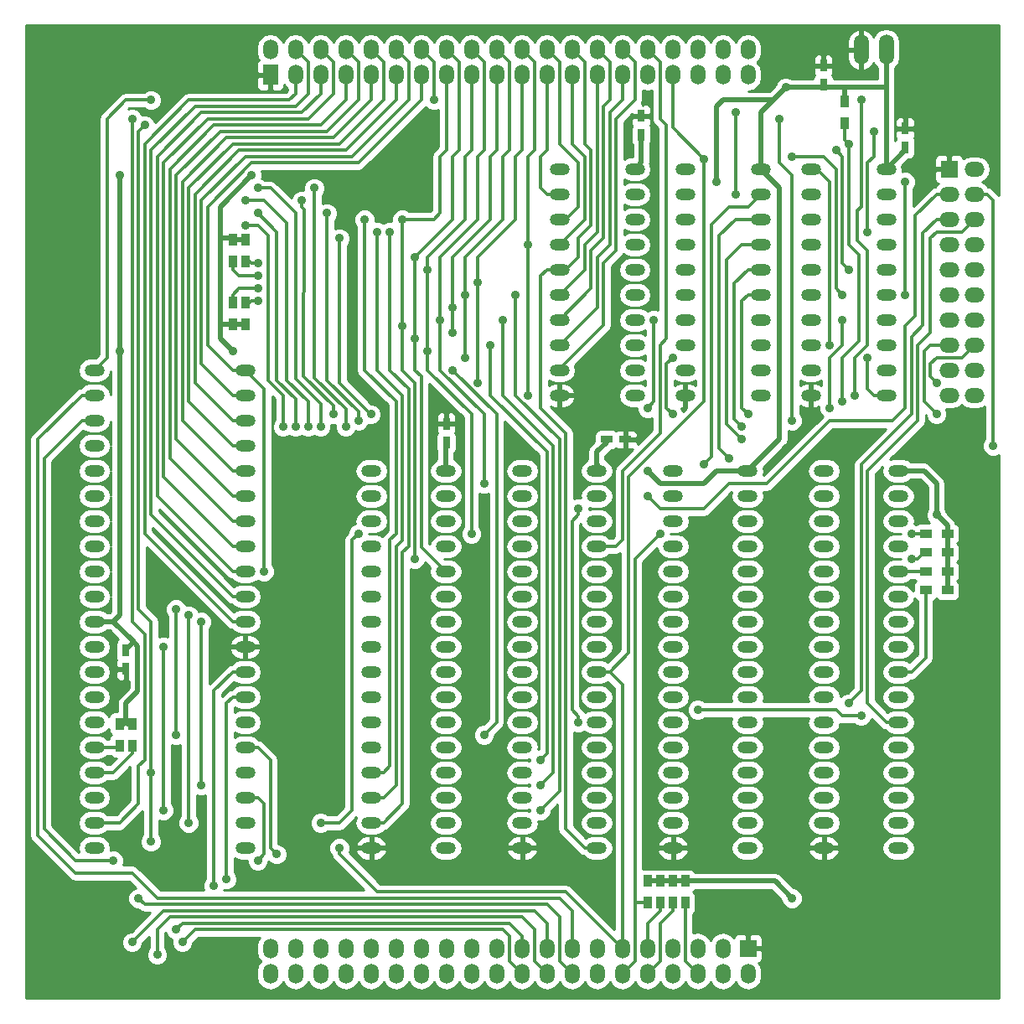
<source format=gbl>
G04 #@! TF.FileFunction,Copper,L2,Bot,Signal*
%FSLAX46Y46*%
G04 Gerber Fmt 4.6, Leading zero omitted, Abs format (unit mm)*
G04 Created by KiCad (PCBNEW 4.0.2-stable) date 27-3-2016 11:05:44*
%MOMM*%
G01*
G04 APERTURE LIST*
%ADD10C,0.150000*%
%ADD11C,0.600000*%
%ADD12R,0.750000X1.200000*%
%ADD13R,1.200000X0.750000*%
%ADD14O,2.000000X1.200000*%
%ADD15R,0.900000X1.200000*%
%ADD16R,1.200000X0.900000*%
%ADD17R,1.500000X2.000000*%
%ADD18O,1.500000X2.000000*%
%ADD19R,1.727200X1.727200*%
%ADD20C,5.000000*%
%ADD21O,2.000000X1.500000*%
%ADD22O,1.506220X3.014980*%
%ADD23C,0.889000*%
%ADD24C,0.355600*%
%ADD25C,0.508000*%
%ADD26C,0.254000*%
G04 APERTURE END LIST*
D10*
D11*
X56515000Y-90170000D03*
X57785000Y-90805000D03*
X57785000Y-89535000D03*
X61976000Y-109220000D03*
X148590000Y-86360000D03*
X148590000Y-84455000D03*
X138430000Y-86614000D03*
X135890000Y-86614000D03*
X113030000Y-81280000D03*
X109855000Y-82550000D03*
X90805000Y-57785000D03*
X93345000Y-57785000D03*
X62230000Y-111760000D03*
X72390000Y-110490000D03*
X60325000Y-75565000D03*
X60325000Y-77470000D03*
X131064000Y-86614000D03*
X73025000Y-50165000D03*
X75565000Y-50165000D03*
D12*
X95885000Y-87310000D03*
X95885000Y-85410000D03*
D13*
X112080000Y-86995000D03*
X113980000Y-86995000D03*
D12*
X63500000Y-108270000D03*
X63500000Y-110170000D03*
X115570000Y-56195000D03*
X115570000Y-54295000D03*
X133985000Y-51115000D03*
X133985000Y-49215000D03*
X142240000Y-57465000D03*
X142240000Y-55565000D03*
D14*
X95835000Y-90170000D03*
X88315000Y-90170000D03*
X95835000Y-92710000D03*
X88315000Y-92710000D03*
X95835000Y-95250000D03*
X88315000Y-95250000D03*
X95835000Y-97790000D03*
X88315000Y-97790000D03*
X95835000Y-100330000D03*
X88315000Y-100330000D03*
X95835000Y-102870000D03*
X88315000Y-102870000D03*
X95835000Y-105410000D03*
X88315000Y-105410000D03*
X95835000Y-107950000D03*
X88315000Y-107950000D03*
X95835000Y-110490000D03*
X88315000Y-110490000D03*
X95835000Y-113030000D03*
X88315000Y-113030000D03*
X95835000Y-115570000D03*
X88315000Y-115570000D03*
X95835000Y-118110000D03*
X88315000Y-118110000D03*
X95835000Y-120650000D03*
X88315000Y-120650000D03*
X95835000Y-123190000D03*
X88315000Y-123190000D03*
X95835000Y-125730000D03*
X88315000Y-125730000D03*
X95835000Y-128270000D03*
X88315000Y-128270000D03*
X111075000Y-90170000D03*
X103555000Y-90170000D03*
X111075000Y-92710000D03*
X103555000Y-92710000D03*
X111075000Y-95250000D03*
X103555000Y-95250000D03*
X111075000Y-97790000D03*
X103555000Y-97790000D03*
X111075000Y-100330000D03*
X103555000Y-100330000D03*
X111075000Y-102870000D03*
X103555000Y-102870000D03*
X111075000Y-105410000D03*
X103555000Y-105410000D03*
X111075000Y-107950000D03*
X103555000Y-107950000D03*
X111075000Y-110490000D03*
X103555000Y-110490000D03*
X111075000Y-113030000D03*
X103555000Y-113030000D03*
X111075000Y-115570000D03*
X103555000Y-115570000D03*
X111075000Y-118110000D03*
X103555000Y-118110000D03*
X111075000Y-120650000D03*
X103555000Y-120650000D03*
X111075000Y-123190000D03*
X103555000Y-123190000D03*
X111075000Y-125730000D03*
X103555000Y-125730000D03*
X111075000Y-128270000D03*
X103555000Y-128270000D03*
X126315000Y-90170000D03*
X118795000Y-90170000D03*
X126315000Y-92710000D03*
X118795000Y-92710000D03*
X126315000Y-95250000D03*
X118795000Y-95250000D03*
X126315000Y-97790000D03*
X118795000Y-97790000D03*
X126315000Y-100330000D03*
X118795000Y-100330000D03*
X126315000Y-102870000D03*
X118795000Y-102870000D03*
X126315000Y-105410000D03*
X118795000Y-105410000D03*
X126315000Y-107950000D03*
X118795000Y-107950000D03*
X126315000Y-110490000D03*
X118795000Y-110490000D03*
X126315000Y-113030000D03*
X118795000Y-113030000D03*
X126315000Y-115570000D03*
X118795000Y-115570000D03*
X126315000Y-118110000D03*
X118795000Y-118110000D03*
X126315000Y-120650000D03*
X118795000Y-120650000D03*
X126315000Y-123190000D03*
X118795000Y-123190000D03*
X126315000Y-125730000D03*
X118795000Y-125730000D03*
X126315000Y-128270000D03*
X118795000Y-128270000D03*
X141555000Y-90170000D03*
X134035000Y-90170000D03*
X141555000Y-92710000D03*
X134035000Y-92710000D03*
X141555000Y-95250000D03*
X134035000Y-95250000D03*
X141555000Y-97790000D03*
X134035000Y-97790000D03*
X141555000Y-100330000D03*
X134035000Y-100330000D03*
X141555000Y-102870000D03*
X134035000Y-102870000D03*
X141555000Y-105410000D03*
X134035000Y-105410000D03*
X141555000Y-107950000D03*
X134035000Y-107950000D03*
X141555000Y-110490000D03*
X134035000Y-110490000D03*
X141555000Y-113030000D03*
X134035000Y-113030000D03*
X141555000Y-115570000D03*
X134035000Y-115570000D03*
X141555000Y-118110000D03*
X134035000Y-118110000D03*
X141555000Y-120650000D03*
X134035000Y-120650000D03*
X141555000Y-123190000D03*
X134035000Y-123190000D03*
X141555000Y-125730000D03*
X134035000Y-125730000D03*
X141555000Y-128270000D03*
X134035000Y-128270000D03*
X60325000Y-80010000D03*
X60325000Y-82550000D03*
X60325000Y-85090000D03*
X60325000Y-87630000D03*
X60325000Y-90170000D03*
X60325000Y-92710000D03*
X60325000Y-95250000D03*
X60325000Y-97790000D03*
X60325000Y-100330000D03*
X60325000Y-102870000D03*
X60325000Y-105410000D03*
X60325000Y-107950000D03*
X60325000Y-110490000D03*
X60325000Y-113030000D03*
X60325000Y-115570000D03*
X60325000Y-118110000D03*
X60325000Y-120650000D03*
X60325000Y-123190000D03*
X60325000Y-125730000D03*
X60325000Y-128270000D03*
X75565000Y-128270000D03*
X75565000Y-125730000D03*
X75565000Y-123190000D03*
X75565000Y-120650000D03*
X75565000Y-118110000D03*
X75565000Y-115570000D03*
X75565000Y-113030000D03*
X75565000Y-110490000D03*
X75565000Y-107950000D03*
X75565000Y-105410000D03*
X75565000Y-102870000D03*
X75565000Y-100330000D03*
X75565000Y-97790000D03*
X75565000Y-95250000D03*
X75565000Y-92710000D03*
X75565000Y-90170000D03*
X75565000Y-87630000D03*
X75565000Y-85090000D03*
X75565000Y-82550000D03*
X75565000Y-80010000D03*
D15*
X64135000Y-115740000D03*
X64135000Y-117940000D03*
X62865000Y-115740000D03*
X62865000Y-117940000D03*
X117475000Y-131615000D03*
X117475000Y-133815000D03*
X118745000Y-131615000D03*
X118745000Y-133815000D03*
D16*
X146515000Y-102235000D03*
X144315000Y-102235000D03*
D15*
X116205000Y-131615000D03*
X116205000Y-133815000D03*
X120015000Y-131615000D03*
X120015000Y-133815000D03*
X136144000Y-55075000D03*
X136144000Y-52875000D03*
X75565000Y-66845000D03*
X75565000Y-69045000D03*
X74295000Y-66845000D03*
X74295000Y-69045000D03*
X74295000Y-75395000D03*
X74295000Y-73195000D03*
X75565000Y-75395000D03*
X75565000Y-73195000D03*
D16*
X146515000Y-96520000D03*
X144315000Y-96520000D03*
X146515000Y-100330000D03*
X144315000Y-100330000D03*
X146515000Y-98425000D03*
X144315000Y-98425000D03*
D14*
X120015000Y-59690000D03*
X120015000Y-62230000D03*
X120015000Y-64770000D03*
X120015000Y-67310000D03*
X120015000Y-69850000D03*
X120015000Y-72390000D03*
X120015000Y-74930000D03*
X120015000Y-77470000D03*
X120015000Y-80010000D03*
X120015000Y-82550000D03*
X127635000Y-82550000D03*
X127635000Y-80010000D03*
X127635000Y-77470000D03*
X127635000Y-74930000D03*
X127635000Y-72390000D03*
X127635000Y-69850000D03*
X127635000Y-67310000D03*
X127635000Y-64770000D03*
X127635000Y-62230000D03*
X127635000Y-59690000D03*
X132715000Y-59690000D03*
X132715000Y-62230000D03*
X132715000Y-64770000D03*
X132715000Y-67310000D03*
X132715000Y-69850000D03*
X132715000Y-72390000D03*
X132715000Y-74930000D03*
X132715000Y-77470000D03*
X132715000Y-80010000D03*
X132715000Y-82550000D03*
X140335000Y-82550000D03*
X140335000Y-80010000D03*
X140335000Y-77470000D03*
X140335000Y-74930000D03*
X140335000Y-72390000D03*
X140335000Y-69850000D03*
X140335000Y-67310000D03*
X140335000Y-64770000D03*
X140335000Y-62230000D03*
X140335000Y-59690000D03*
X107315000Y-59690000D03*
X107315000Y-62230000D03*
X107315000Y-64770000D03*
X107315000Y-67310000D03*
X107315000Y-69850000D03*
X107315000Y-72390000D03*
X107315000Y-74930000D03*
X107315000Y-77470000D03*
X107315000Y-80010000D03*
X107315000Y-82550000D03*
X114935000Y-82550000D03*
X114935000Y-80010000D03*
X114935000Y-77470000D03*
X114935000Y-74930000D03*
X114935000Y-72390000D03*
X114935000Y-69850000D03*
X114935000Y-67310000D03*
X114935000Y-64770000D03*
X114935000Y-62230000D03*
X114935000Y-59690000D03*
D17*
X78105000Y-50165000D03*
D18*
X78105000Y-47625000D03*
X80645000Y-50165000D03*
X80645000Y-47625000D03*
X83185000Y-50165000D03*
X83185000Y-47625000D03*
X85725000Y-50165000D03*
X85725000Y-47625000D03*
X88265000Y-50165000D03*
X88265000Y-47625000D03*
X90805000Y-50165000D03*
X90805000Y-47625000D03*
X93345000Y-50165000D03*
X93345000Y-47625000D03*
X95885000Y-50165000D03*
X95885000Y-47625000D03*
X98425000Y-50165000D03*
X98425000Y-47625000D03*
X100965000Y-50165000D03*
X100965000Y-47625000D03*
X103505000Y-50165000D03*
X103505000Y-47625000D03*
X106045000Y-50165000D03*
X106045000Y-47625000D03*
X108585000Y-50165000D03*
X108585000Y-47625000D03*
X111125000Y-50165000D03*
X111125000Y-47625000D03*
X113665000Y-50165000D03*
X113665000Y-47625000D03*
X116205000Y-50165000D03*
X116205000Y-47625000D03*
X118745000Y-50165000D03*
X118745000Y-47625000D03*
X121285000Y-50165000D03*
X121285000Y-47625000D03*
X123825000Y-50165000D03*
X123825000Y-47625000D03*
X126365000Y-50165000D03*
X126365000Y-47625000D03*
D19*
X126365000Y-138430000D03*
D18*
X126365000Y-140970000D03*
X123825000Y-138430000D03*
X123825000Y-140970000D03*
X121285000Y-138430000D03*
X121285000Y-140970000D03*
X118745000Y-138430000D03*
X118745000Y-140970000D03*
X116205000Y-138430000D03*
X116205000Y-140970000D03*
X113665000Y-138430000D03*
X113665000Y-140970000D03*
X111125000Y-138430000D03*
X111125000Y-140970000D03*
X108585000Y-138430000D03*
X108585000Y-140970000D03*
X106045000Y-138430000D03*
X106045000Y-140970000D03*
X103505000Y-138430000D03*
X103505000Y-140970000D03*
X100965000Y-138430000D03*
X100965000Y-140970000D03*
X98425000Y-138430000D03*
X98425000Y-140970000D03*
X95885000Y-138430000D03*
X95885000Y-140970000D03*
X93345000Y-138430000D03*
X93345000Y-140970000D03*
X90805000Y-138430000D03*
X90805000Y-140970000D03*
X88265000Y-138430000D03*
X88265000Y-140970000D03*
X85725000Y-138430000D03*
X85725000Y-140970000D03*
X83185000Y-138430000D03*
X83185000Y-140970000D03*
X80645000Y-138430000D03*
X80645000Y-140970000D03*
X78105000Y-138430000D03*
X78105000Y-140970000D03*
D20*
X57785000Y-49530000D03*
X57785000Y-139065000D03*
X147320000Y-139065000D03*
X147320000Y-49530000D03*
D19*
X146685000Y-59690000D03*
D21*
X149225000Y-59690000D03*
X146685000Y-62230000D03*
X149225000Y-62230000D03*
X146685000Y-64770000D03*
X149225000Y-64770000D03*
X146685000Y-67310000D03*
X149225000Y-67310000D03*
X146685000Y-69850000D03*
X149225000Y-69850000D03*
X146685000Y-72390000D03*
X149225000Y-72390000D03*
X146685000Y-74930000D03*
X149225000Y-74930000D03*
X146685000Y-77470000D03*
X149225000Y-77470000D03*
X146685000Y-80010000D03*
X149225000Y-80010000D03*
X146685000Y-82550000D03*
X149225000Y-82550000D03*
D22*
X137795000Y-47625000D03*
X140335000Y-47625000D03*
D23*
X76835000Y-129540000D03*
X78740000Y-128905000D03*
X73660000Y-131445000D03*
X68580000Y-136525000D03*
X65405000Y-55245000D03*
X66040000Y-127635000D03*
X66040000Y-120650000D03*
X109220000Y-93980000D03*
X116205000Y-92710000D03*
X109220000Y-115570000D03*
X137795000Y-114935000D03*
X121285000Y-114300000D03*
X151130000Y-87630000D03*
X136525000Y-113665000D03*
X64135000Y-54610000D03*
X85090000Y-128270000D03*
X121920000Y-58674000D03*
X72390000Y-132080000D03*
X83185000Y-125730000D03*
X86995000Y-96520000D03*
X117475000Y-96520000D03*
X77470000Y-100330000D03*
X94615000Y-52705000D03*
X66040000Y-52705000D03*
X62230000Y-129540000D03*
X64770000Y-133350000D03*
X64135000Y-137795000D03*
X66675000Y-139065000D03*
X87630000Y-64770000D03*
X88900000Y-66040000D03*
X90170000Y-66040000D03*
X67310000Y-124460000D03*
X67310000Y-107950000D03*
X69850000Y-104775000D03*
X69850000Y-125730000D03*
X105410000Y-124460000D03*
X102870000Y-72390000D03*
X71120000Y-105410000D03*
X71120000Y-121920000D03*
X101600000Y-74930000D03*
X105410000Y-121920000D03*
X68580000Y-116840000D03*
X68580000Y-104140000D03*
X100330000Y-77470000D03*
X105410000Y-119380000D03*
X99695000Y-116840000D03*
X96520000Y-80010000D03*
X142875000Y-99060000D03*
X92710000Y-99060000D03*
X91440000Y-75565000D03*
X91440000Y-64770000D03*
X92710000Y-76835000D03*
X92710000Y-68580000D03*
X142875000Y-96520000D03*
X93980000Y-78105000D03*
X93980000Y-69850000D03*
X98425000Y-96520000D03*
X99695000Y-91440000D03*
X95250000Y-74930000D03*
X74295000Y-78105000D03*
X76200000Y-60325000D03*
X116205000Y-90170000D03*
X130810000Y-133350000D03*
X62865000Y-60325000D03*
X62865000Y-78105000D03*
X145415000Y-94615000D03*
X130175000Y-51435000D03*
X123190000Y-60960000D03*
X69215000Y-137795000D03*
X76835000Y-71755000D03*
X97790000Y-72390000D03*
X97790000Y-78740000D03*
X76835000Y-69215000D03*
X104140000Y-82550000D03*
X104140000Y-67310000D03*
X76835000Y-61595000D03*
X83185000Y-85725000D03*
X125730000Y-85725000D03*
X75565000Y-62865000D03*
X125730000Y-86995000D03*
X81915000Y-85725000D03*
X80645000Y-85725000D03*
X124460000Y-88900000D03*
X76835000Y-64135000D03*
X75565000Y-65405000D03*
X121920000Y-89535000D03*
X79375000Y-85725000D03*
X76835000Y-73025000D03*
X96520000Y-73660000D03*
X96520000Y-76200000D03*
X76835000Y-70485000D03*
X99060000Y-71120000D03*
X99060000Y-81280000D03*
X88265000Y-84455000D03*
X85090000Y-66675000D03*
X118745000Y-84455000D03*
X118745000Y-78740000D03*
X86995000Y-85090000D03*
X83820000Y-64135000D03*
X81280000Y-62865000D03*
X84455000Y-84455000D03*
X116840000Y-74930000D03*
X116205000Y-83820000D03*
X126365000Y-84455000D03*
X85725000Y-85725000D03*
X82550000Y-61595000D03*
X137160000Y-82550000D03*
X137795000Y-52705000D03*
X145415000Y-84455000D03*
X130810000Y-85090000D03*
X129540000Y-54610000D03*
X130810000Y-58420000D03*
X135890000Y-72390000D03*
X136525000Y-69850000D03*
X135255000Y-57785000D03*
X136525000Y-57150000D03*
X145415000Y-81280000D03*
X135890000Y-83185000D03*
X138430000Y-66040000D03*
X139065000Y-55880000D03*
X125095000Y-62230000D03*
X125095000Y-53975000D03*
X135890000Y-74930000D03*
X134620000Y-83820000D03*
X142240000Y-60960000D03*
X142240000Y-72390000D03*
X138430000Y-78740000D03*
X134620000Y-77470000D03*
D24*
X77470000Y-123825000D02*
X77470000Y-128905000D01*
X76835000Y-123190000D02*
X77470000Y-123825000D01*
X76835000Y-123190000D02*
X75565000Y-123190000D01*
X77470000Y-128905000D02*
X76835000Y-129540000D01*
X78105000Y-119380000D02*
X78105000Y-128270000D01*
X78105000Y-128270000D02*
X78740000Y-128905000D01*
X76835000Y-118110000D02*
X75565000Y-118110000D01*
X76835000Y-118110000D02*
X78105000Y-119380000D01*
X60325000Y-118110000D02*
X61595000Y-118110000D01*
X61595000Y-118110000D02*
X62695000Y-118110000D01*
X62695000Y-118110000D02*
X62865000Y-117940000D01*
X75565000Y-113030000D02*
X74295000Y-113030000D01*
X73660000Y-113665000D02*
X73660000Y-131445000D01*
X74295000Y-113030000D02*
X73660000Y-113665000D01*
X103505000Y-138430000D02*
X103505000Y-137134602D01*
X102285796Y-135915398D02*
X69215000Y-135915398D01*
X103505000Y-137134602D02*
X102285796Y-135915398D01*
X68605398Y-136525000D02*
X68580000Y-136525000D01*
X69215000Y-135915398D02*
X68605398Y-136525000D01*
X64770000Y-55880000D02*
X64770000Y-104140000D01*
X66040000Y-105410000D02*
X64770000Y-104140000D01*
X66040000Y-120650000D02*
X66040000Y-105410000D01*
X64770000Y-55880000D02*
X65405000Y-55245000D01*
X66040000Y-127635000D02*
X66040000Y-120650000D01*
X121285000Y-140970000D02*
X120015000Y-139700000D01*
X120015000Y-139700000D02*
X120015000Y-133815000D01*
X116205000Y-140970000D02*
X117475000Y-139700000D01*
X118745000Y-134620000D02*
X118745000Y-133815000D01*
X117475000Y-135890000D02*
X118745000Y-134620000D01*
X117475000Y-136525000D02*
X117475000Y-135890000D01*
X117475000Y-139700000D02*
X117475000Y-136525000D01*
X128270000Y-91440000D02*
X124460000Y-91440000D01*
X109220000Y-114960398D02*
X108585000Y-114325398D01*
X108585000Y-114325398D02*
X108585000Y-95250000D01*
X108585000Y-95250000D02*
X109220000Y-94615000D01*
X109220000Y-94615000D02*
X109220000Y-93980000D01*
X145415000Y-62230000D02*
X146685000Y-62230000D01*
X142240000Y-75565000D02*
X143256000Y-74549000D01*
X143256000Y-74549000D02*
X143256000Y-64389000D01*
X143256000Y-64389000D02*
X145415000Y-62230000D01*
X140970000Y-85090000D02*
X142240000Y-83820000D01*
X134620000Y-85090000D02*
X140970000Y-85090000D01*
X128270000Y-91440000D02*
X134620000Y-85090000D01*
X142240000Y-83820000D02*
X142240000Y-75565000D01*
X109220000Y-115570000D02*
X109220000Y-114960398D01*
X117475000Y-93980000D02*
X116205000Y-92710000D01*
X121920000Y-93980000D02*
X117475000Y-93980000D01*
X124460000Y-91440000D02*
X121920000Y-93980000D01*
X149225000Y-62230000D02*
X150495000Y-62230000D01*
X151130000Y-62865000D02*
X151130000Y-85725000D01*
X150495000Y-62230000D02*
X151130000Y-62865000D01*
X135255000Y-114300000D02*
X135890000Y-114935000D01*
X135890000Y-114935000D02*
X137795000Y-114935000D01*
X121285000Y-114300000D02*
X128905000Y-114300000D01*
X128905000Y-114300000D02*
X135255000Y-114300000D01*
X151130000Y-87630000D02*
X151130000Y-85725000D01*
X142875000Y-84455000D02*
X142875000Y-76607892D01*
X136525000Y-113665000D02*
X137795000Y-112395000D01*
X137795000Y-112395000D02*
X137795000Y-89535000D01*
X137795000Y-89535000D02*
X142875000Y-84455000D01*
X144018000Y-66167000D02*
X145415000Y-64770000D01*
X144018000Y-75464892D02*
X144018000Y-66167000D01*
X142875000Y-76607892D02*
X144018000Y-75464892D01*
X146685000Y-64770000D02*
X145415000Y-64770000D01*
X143510000Y-85090000D02*
X143510000Y-77470000D01*
X140335000Y-115570000D02*
X138430000Y-113665000D01*
X138430000Y-113665000D02*
X138430000Y-90170000D01*
X138430000Y-90170000D02*
X143510000Y-85090000D01*
X141555000Y-115570000D02*
X140335000Y-115570000D01*
X144780000Y-66675000D02*
X145415000Y-66040000D01*
X144780000Y-76200000D02*
X144780000Y-66675000D01*
X143510000Y-77470000D02*
X144780000Y-76200000D01*
X149225000Y-64770000D02*
X147955000Y-66040000D01*
X147955000Y-66040000D02*
X145415000Y-66040000D01*
X65405000Y-106680000D02*
X64135000Y-105410000D01*
X64135000Y-105410000D02*
X64135000Y-54610000D01*
X62865000Y-125730000D02*
X64770000Y-123825000D01*
X60325000Y-125730000D02*
X61595000Y-125730000D01*
X61595000Y-125730000D02*
X62865000Y-125730000D01*
X64770000Y-120015000D02*
X64770000Y-123825000D01*
X65405000Y-119380000D02*
X64770000Y-120015000D01*
X65405000Y-119380000D02*
X65405000Y-106680000D01*
X116205000Y-138430000D02*
X116205000Y-135890000D01*
X117475000Y-134620000D02*
X117475000Y-133815000D01*
X116205000Y-135890000D02*
X117475000Y-134620000D01*
X60325000Y-120650000D02*
X62230000Y-120650000D01*
X64135000Y-118745000D02*
X64135000Y-117940000D01*
X62230000Y-120650000D02*
X64135000Y-118745000D01*
X85090000Y-128905000D02*
X85090000Y-128270000D01*
X113665000Y-138430000D02*
X107950000Y-132715000D01*
X88900000Y-132715000D02*
X107950000Y-132715000D01*
X85090000Y-128905000D02*
X88900000Y-132715000D01*
X118745000Y-55499000D02*
X121920000Y-58674000D01*
X118745000Y-50165000D02*
X118745000Y-55499000D01*
X121920000Y-59055000D02*
X121920000Y-83185000D01*
X114300000Y-108585000D02*
X114300000Y-90805000D01*
X114300000Y-90805000D02*
X121920000Y-83185000D01*
X114300000Y-108585000D02*
X112395000Y-110490000D01*
X111075000Y-110490000D02*
X112395000Y-110490000D01*
X113665000Y-111760000D02*
X112395000Y-110490000D01*
X113665000Y-132715000D02*
X113665000Y-111760000D01*
X141555000Y-110490000D02*
X142875000Y-110490000D01*
X144315000Y-109050000D02*
X144315000Y-102235000D01*
X142875000Y-110490000D02*
X144315000Y-109050000D01*
X113665000Y-132715000D02*
X113665000Y-132740398D01*
X75565000Y-128270000D02*
X76200000Y-128270000D01*
X113665000Y-138430000D02*
X113665000Y-132715000D01*
X74295000Y-110490000D02*
X72390000Y-112395000D01*
X72390000Y-112395000D02*
X72390000Y-132080000D01*
X74295000Y-110490000D02*
X75565000Y-110490000D01*
X117475000Y-77470000D02*
X118110000Y-76835000D01*
X117475000Y-77470000D02*
X117475000Y-86360000D01*
X116205000Y-47625000D02*
X117475000Y-48895000D01*
X113665000Y-97155000D02*
X113030000Y-97790000D01*
X113665000Y-90170000D02*
X113665000Y-97155000D01*
X117475000Y-86360000D02*
X113665000Y-90170000D01*
X117475000Y-54610000D02*
X117475000Y-48895000D01*
X118110000Y-55245000D02*
X117475000Y-54610000D01*
X118110000Y-76835000D02*
X118110000Y-55245000D01*
X83185000Y-125730000D02*
X85090000Y-125730000D01*
X86360000Y-97155000D02*
X86995000Y-96520000D01*
X86360000Y-124460000D02*
X86360000Y-97155000D01*
X85090000Y-125730000D02*
X86360000Y-124460000D01*
X116205000Y-133815000D02*
X114935000Y-133815000D01*
X114935000Y-133815000D02*
X114935000Y-133985000D01*
X113030000Y-97790000D02*
X111075000Y-97790000D01*
X114935000Y-139700000D02*
X114935000Y-133985000D01*
X114935000Y-133985000D02*
X114935000Y-99060000D01*
X113665000Y-140970000D02*
X114935000Y-139700000D01*
X114935000Y-99060000D02*
X117475000Y-96520000D01*
X65405000Y-96520000D02*
X65405000Y-57150000D01*
X80645000Y-52070000D02*
X80010000Y-52705000D01*
X80645000Y-50165000D02*
X80645000Y-52070000D01*
X80010000Y-52705000D02*
X69850000Y-52705000D01*
X69850000Y-52705000D02*
X65405000Y-57150000D01*
X74295000Y-105410000D02*
X65405000Y-96520000D01*
X74295000Y-105410000D02*
X75565000Y-105410000D01*
X75565000Y-105410000D02*
X74930000Y-105410000D01*
X75565000Y-105410000D02*
X75615000Y-105410000D01*
X75565000Y-102870000D02*
X74295000Y-102870000D01*
X74295000Y-102870000D02*
X66040000Y-94615000D01*
X66040000Y-57785000D02*
X70485000Y-53340000D01*
X66040000Y-57785000D02*
X66040000Y-94615000D01*
X81915000Y-48895000D02*
X81915000Y-52070000D01*
X81915000Y-52070000D02*
X80645000Y-53340000D01*
X80645000Y-53340000D02*
X70485000Y-53340000D01*
X81915000Y-48895000D02*
X80645000Y-47625000D01*
X75565000Y-102870000D02*
X75615000Y-102870000D01*
X77470000Y-100330000D02*
X77470000Y-81915000D01*
X77470000Y-81915000D02*
X75565000Y-80010000D01*
X76200000Y-59055000D02*
X71755000Y-63500000D01*
X93345000Y-50165000D02*
X93345000Y-52705000D01*
X93345000Y-52705000D02*
X86995000Y-59055000D01*
X86995000Y-59055000D02*
X76200000Y-59055000D01*
X74295000Y-80010000D02*
X75565000Y-80010000D01*
X71755000Y-77470000D02*
X71755000Y-63500000D01*
X71755000Y-77470000D02*
X74295000Y-80010000D01*
X66040000Y-52705000D02*
X63500000Y-52705000D01*
X94615000Y-48895000D02*
X94615000Y-52705000D01*
X93345000Y-47625000D02*
X94615000Y-48895000D01*
X63500000Y-52705000D02*
X61595000Y-54610000D01*
X61595000Y-78740000D02*
X60325000Y-80010000D01*
X61595000Y-54610000D02*
X61595000Y-78740000D01*
X60325000Y-82550000D02*
X59055000Y-82550000D01*
X59055000Y-82550000D02*
X54610000Y-86995000D01*
X54610000Y-86995000D02*
X54610000Y-127000000D01*
X54610000Y-127000000D02*
X58420000Y-130810000D01*
X64135000Y-130810000D02*
X58420000Y-130810000D01*
X108585000Y-134620000D02*
X107315000Y-133350000D01*
X107315000Y-133350000D02*
X66675000Y-133350000D01*
X108585000Y-134620000D02*
X108585000Y-138430000D01*
X66675000Y-133350000D02*
X64135000Y-130810000D01*
X66675000Y-133985000D02*
X65405000Y-133985000D01*
X107315000Y-139700000D02*
X107315000Y-135255000D01*
X107315000Y-135255000D02*
X106045000Y-133985000D01*
X106045000Y-133985000D02*
X66675000Y-133985000D01*
X108585000Y-140970000D02*
X107315000Y-139700000D01*
X55245000Y-126365000D02*
X58420000Y-129540000D01*
X58420000Y-129540000D02*
X62230000Y-129540000D01*
X65405000Y-133985000D02*
X64770000Y-133350000D01*
X55245000Y-126365000D02*
X55245000Y-88900000D01*
X59055000Y-85090000D02*
X55245000Y-88900000D01*
X59055000Y-85090000D02*
X60325000Y-85090000D01*
X106045000Y-135890000D02*
X104775000Y-134620000D01*
X104775000Y-134620000D02*
X67310000Y-134620000D01*
X106045000Y-135890000D02*
X106045000Y-138430000D01*
X64135000Y-137795000D02*
X67310000Y-134620000D01*
X104775000Y-139700000D02*
X104775000Y-136525000D01*
X104775000Y-136525000D02*
X103505000Y-135255000D01*
X103505000Y-135255000D02*
X67945000Y-135255000D01*
X104775000Y-139700000D02*
X106045000Y-140970000D01*
X66675000Y-136525000D02*
X67945000Y-135255000D01*
X66675000Y-139065000D02*
X66675000Y-136525000D01*
X75565000Y-100330000D02*
X74295000Y-100330000D01*
X74295000Y-100330000D02*
X66675000Y-92710000D01*
X66675000Y-58420000D02*
X71120000Y-53975000D01*
X66675000Y-92710000D02*
X66675000Y-58420000D01*
X83185000Y-52070000D02*
X81280000Y-53975000D01*
X81280000Y-53975000D02*
X71120000Y-53975000D01*
X83185000Y-52070000D02*
X83185000Y-50165000D01*
X75565000Y-100330000D02*
X74930000Y-100330000D01*
X75565000Y-100330000D02*
X75615000Y-100330000D01*
X75565000Y-97790000D02*
X74295000Y-97790000D01*
X74295000Y-97790000D02*
X67310000Y-90805000D01*
X67310000Y-59055000D02*
X71755000Y-54610000D01*
X67310000Y-59055000D02*
X67310000Y-90805000D01*
X84455000Y-52070000D02*
X81915000Y-54610000D01*
X81915000Y-54610000D02*
X71755000Y-54610000D01*
X84455000Y-48895000D02*
X83185000Y-47625000D01*
X84455000Y-48895000D02*
X84455000Y-52070000D01*
X75565000Y-97790000D02*
X74930000Y-97790000D01*
X72390000Y-55245000D02*
X67945000Y-59690000D01*
X67945000Y-88900000D02*
X74295000Y-95250000D01*
X74295000Y-95250000D02*
X75565000Y-95250000D01*
X67945000Y-88900000D02*
X67945000Y-59690000D01*
X85725000Y-52705000D02*
X85725000Y-50165000D01*
X83185000Y-55245000D02*
X85725000Y-52705000D01*
X83185000Y-55245000D02*
X72390000Y-55245000D01*
X74295000Y-92710000D02*
X75565000Y-92710000D01*
X85725000Y-47625000D02*
X86995000Y-48895000D01*
X86995000Y-52705000D02*
X86995000Y-48895000D01*
X75565000Y-92710000D02*
X76200000Y-92710000D01*
X73025000Y-55880000D02*
X68580000Y-60325000D01*
X68580000Y-86995000D02*
X74295000Y-92710000D01*
X68580000Y-60325000D02*
X68580000Y-86995000D01*
X83820000Y-55880000D02*
X73025000Y-55880000D01*
X86995000Y-52705000D02*
X83820000Y-55880000D01*
X73660000Y-56515000D02*
X69215000Y-60960000D01*
X69215000Y-60960000D02*
X69215000Y-85090000D01*
X69215000Y-85090000D02*
X74295000Y-90170000D01*
X74295000Y-90170000D02*
X75565000Y-90170000D01*
X88265000Y-52705000D02*
X84455000Y-56515000D01*
X88265000Y-50165000D02*
X88265000Y-52705000D01*
X84455000Y-56515000D02*
X73660000Y-56515000D01*
X76200000Y-90170000D02*
X75565000Y-90170000D01*
X69850000Y-61595000D02*
X74295000Y-57150000D01*
X89535000Y-48895000D02*
X89535000Y-52705000D01*
X88265000Y-47625000D02*
X89535000Y-48895000D01*
X74295000Y-87630000D02*
X75565000Y-87630000D01*
X69850000Y-83185000D02*
X74295000Y-87630000D01*
X69850000Y-61595000D02*
X69850000Y-83185000D01*
X85090000Y-57150000D02*
X74295000Y-57150000D01*
X89535000Y-52705000D02*
X85090000Y-57150000D01*
X70485000Y-62230000D02*
X74930000Y-57785000D01*
X70485000Y-62230000D02*
X70485000Y-81280000D01*
X70485000Y-81280000D02*
X74295000Y-85090000D01*
X75565000Y-85090000D02*
X74295000Y-85090000D01*
X90805000Y-50165000D02*
X90805000Y-52705000D01*
X85725000Y-57785000D02*
X74930000Y-57785000D01*
X90805000Y-52705000D02*
X85725000Y-57785000D01*
X74295000Y-82550000D02*
X71120000Y-79375000D01*
X75565000Y-82550000D02*
X74295000Y-82550000D01*
X71120000Y-79375000D02*
X71120000Y-62865000D01*
X71120000Y-62865000D02*
X75565000Y-58420000D01*
X92075000Y-48895000D02*
X92075000Y-52705000D01*
X90805000Y-47625000D02*
X92075000Y-48895000D01*
X86360000Y-58420000D02*
X75565000Y-58420000D01*
X92075000Y-52705000D02*
X86360000Y-58420000D01*
X90170000Y-120015000D02*
X90170000Y-97155000D01*
X89535000Y-120650000D02*
X90170000Y-120015000D01*
X88315000Y-120650000D02*
X89535000Y-120650000D01*
X90805000Y-96520000D02*
X90805000Y-83185000D01*
X90170000Y-97155000D02*
X90805000Y-96520000D01*
X87630000Y-77470000D02*
X87630000Y-64770000D01*
X87630000Y-80010000D02*
X87630000Y-77470000D01*
X90805000Y-83185000D02*
X87630000Y-80010000D01*
X106045000Y-62230000D02*
X105410000Y-61595000D01*
X107315000Y-62230000D02*
X106045000Y-62230000D01*
X106045000Y-53975000D02*
X106045000Y-50165000D01*
X106045000Y-53975000D02*
X106045000Y-54610000D01*
X106045000Y-54610000D02*
X106045000Y-57785000D01*
X105410000Y-58420000D02*
X106045000Y-57785000D01*
X105410000Y-61595000D02*
X105410000Y-58420000D01*
X90805000Y-121920000D02*
X90805000Y-97815398D01*
X89535000Y-123190000D02*
X90805000Y-121920000D01*
X88315000Y-123190000D02*
X89535000Y-123190000D01*
X91440000Y-97180398D02*
X91440000Y-82550000D01*
X90805000Y-97815398D02*
X91440000Y-97180398D01*
X88900000Y-77470000D02*
X88900000Y-66040000D01*
X88900000Y-80010000D02*
X88900000Y-77470000D01*
X91440000Y-82550000D02*
X88900000Y-80010000D01*
X107315000Y-54610000D02*
X107315000Y-57150000D01*
X107315000Y-48895000D02*
X107315000Y-54610000D01*
X106045000Y-47625000D02*
X107315000Y-48895000D01*
X109220000Y-63500000D02*
X107950000Y-64770000D01*
X109220000Y-59055000D02*
X109220000Y-63500000D01*
X107315000Y-57150000D02*
X109220000Y-59055000D01*
X107950000Y-64770000D02*
X107315000Y-64770000D01*
X91440000Y-123825000D02*
X91440000Y-98425000D01*
X88315000Y-125730000D02*
X89535000Y-125730000D01*
X89535000Y-125730000D02*
X91440000Y-123825000D01*
X92075000Y-97790000D02*
X92075000Y-81915000D01*
X91440000Y-98425000D02*
X92075000Y-97790000D01*
X90170000Y-77470000D02*
X90170000Y-66040000D01*
X90170000Y-80010000D02*
X90170000Y-77470000D01*
X92075000Y-81915000D02*
X90170000Y-80010000D01*
X67310000Y-107950000D02*
X67310000Y-124460000D01*
X108585000Y-54610000D02*
X108585000Y-57150000D01*
X108585000Y-50165000D02*
X108585000Y-54610000D01*
X107315000Y-67310000D02*
X107315000Y-67310000D01*
X109855000Y-64770000D02*
X107315000Y-67310000D01*
X109855000Y-58420000D02*
X109855000Y-64770000D01*
X108585000Y-57150000D02*
X109855000Y-58420000D01*
X69850000Y-125730000D02*
X69850000Y-104775000D01*
X107315000Y-69850000D02*
X107950000Y-69850000D01*
X107950000Y-69850000D02*
X109220000Y-68580000D01*
X109220000Y-66675000D02*
X110490000Y-65405000D01*
X109220000Y-68580000D02*
X109220000Y-66675000D01*
X105410000Y-81915000D02*
X105410000Y-83820000D01*
X106045000Y-69850000D02*
X105410000Y-70485000D01*
X105410000Y-70485000D02*
X105410000Y-81915000D01*
X107315000Y-69850000D02*
X106045000Y-69850000D01*
X109855000Y-128270000D02*
X111075000Y-128270000D01*
X107950000Y-126365000D02*
X109855000Y-128270000D01*
X107950000Y-86360000D02*
X107950000Y-126365000D01*
X105410000Y-83820000D02*
X107950000Y-86360000D01*
X109855000Y-52705000D02*
X109855000Y-57150000D01*
X109855000Y-48895000D02*
X109855000Y-52705000D01*
X108585000Y-47625000D02*
X109855000Y-48895000D01*
X110490000Y-57785000D02*
X110490000Y-65405000D01*
X109855000Y-57150000D02*
X110490000Y-57785000D01*
X107315000Y-72390000D02*
X109855000Y-69850000D01*
X109855000Y-67310000D02*
X111125000Y-66040000D01*
X109855000Y-69850000D02*
X109855000Y-67310000D01*
X107315000Y-122555000D02*
X107315000Y-86995000D01*
X105410000Y-124460000D02*
X107315000Y-122555000D01*
X102870000Y-82550000D02*
X102870000Y-72390000D01*
X107315000Y-86995000D02*
X102870000Y-82550000D01*
X111125000Y-52705000D02*
X111125000Y-66040000D01*
X111125000Y-50165000D02*
X111125000Y-52705000D01*
X107315000Y-72390000D02*
X107315000Y-72390000D01*
X71120000Y-105410000D02*
X71120000Y-121920000D01*
X107315000Y-74930000D02*
X110490000Y-71755000D01*
X110490000Y-67945000D02*
X111760000Y-66675000D01*
X110490000Y-71755000D02*
X110490000Y-67945000D01*
X106680000Y-87630000D02*
X101600000Y-82550000D01*
X101600000Y-82550000D02*
X101600000Y-74930000D01*
X106680000Y-87630000D02*
X106680000Y-120650000D01*
X106680000Y-120650000D02*
X106705398Y-120650000D01*
X105410000Y-121920000D02*
X106680000Y-120650000D01*
X68580000Y-104140000D02*
X68580000Y-116840000D01*
X111125000Y-47625000D02*
X112395000Y-48895000D01*
X112395000Y-48895000D02*
X112395000Y-52705000D01*
X112395000Y-52705000D02*
X111760000Y-53340000D01*
X111760000Y-53340000D02*
X111760000Y-66675000D01*
X107315000Y-74930000D02*
X107315000Y-74930000D01*
X107315000Y-77470000D02*
X111125000Y-73660000D01*
X111125000Y-68580000D02*
X112395000Y-67310000D01*
X111125000Y-73660000D02*
X111125000Y-68580000D01*
X100330000Y-82550000D02*
X100330000Y-77470000D01*
X106045000Y-88265000D02*
X100330000Y-82550000D01*
X105410000Y-119380000D02*
X106045000Y-118745000D01*
X106045000Y-118745000D02*
X106045000Y-88265000D01*
X113665000Y-52705000D02*
X112395000Y-53975000D01*
X113665000Y-50165000D02*
X113665000Y-52705000D01*
X112395000Y-53975000D02*
X112395000Y-67310000D01*
X107315000Y-77470000D02*
X107315000Y-77470000D01*
X111760000Y-69215000D02*
X113030000Y-67945000D01*
X111760000Y-75438000D02*
X111760000Y-69215000D01*
X107315000Y-79883000D02*
X111760000Y-75438000D01*
X96520000Y-80010000D02*
X96520000Y-80010000D01*
X100965000Y-84455000D02*
X96520000Y-80010000D01*
X100965000Y-115570000D02*
X100965000Y-84455000D01*
X99695000Y-116840000D02*
X100965000Y-115570000D01*
X114935000Y-52705000D02*
X113030000Y-54610000D01*
X113030000Y-54610000D02*
X113030000Y-67945000D01*
X114935000Y-48895000D02*
X114935000Y-52705000D01*
X113665000Y-47625000D02*
X114935000Y-48895000D01*
X95885000Y-57785000D02*
X95250000Y-58420000D01*
X95885000Y-50165000D02*
X95885000Y-57785000D01*
X94615000Y-64770000D02*
X91440000Y-64770000D01*
X95250000Y-64135000D02*
X94615000Y-64770000D01*
X95250000Y-58420000D02*
X95250000Y-64135000D01*
X144315000Y-98425000D02*
X144145000Y-98425000D01*
X144145000Y-98425000D02*
X143510000Y-99060000D01*
X143510000Y-99060000D02*
X142875000Y-99060000D01*
X92710000Y-81280000D02*
X91440000Y-80010000D01*
X92710000Y-99060000D02*
X92710000Y-81280000D01*
X91440000Y-80010000D02*
X91440000Y-75565000D01*
X91440000Y-64770000D02*
X91440000Y-64770000D01*
X91440000Y-64770000D02*
X91440000Y-75565000D01*
X141555000Y-100330000D02*
X144315000Y-100330000D01*
X93345000Y-80645000D02*
X92710000Y-80010000D01*
X92710000Y-80010000D02*
X92710000Y-76835000D01*
X95835000Y-100330000D02*
X93345000Y-97840000D01*
X93345000Y-80645000D02*
X93345000Y-97840000D01*
X97155000Y-48895000D02*
X97155000Y-57785000D01*
X95885000Y-47625000D02*
X97155000Y-48895000D01*
X96520000Y-64770000D02*
X92710000Y-68580000D01*
X96520000Y-58420000D02*
X96520000Y-64770000D01*
X97155000Y-57785000D02*
X96520000Y-58420000D01*
X92710000Y-68580000D02*
X92710000Y-76835000D01*
X92710000Y-68580000D02*
X92710000Y-68580000D01*
X144315000Y-96520000D02*
X142875000Y-96520000D01*
X98425000Y-50165000D02*
X98425000Y-57785000D01*
X93980000Y-69215000D02*
X93980000Y-69850000D01*
X93980000Y-68580000D02*
X93980000Y-69215000D01*
X97790000Y-64770000D02*
X93980000Y-68580000D01*
X97790000Y-58420000D02*
X97790000Y-64770000D01*
X98425000Y-57785000D02*
X97790000Y-58420000D01*
X93980000Y-78105000D02*
X93980000Y-80010000D01*
X93980000Y-80010000D02*
X98425000Y-84455000D01*
X98425000Y-84455000D02*
X98425000Y-96520000D01*
X93980000Y-69850000D02*
X93980000Y-78105000D01*
X99695000Y-48895000D02*
X99695000Y-57785000D01*
X95250000Y-74930000D02*
X95250000Y-69850000D01*
X99695000Y-48895000D02*
X98425000Y-47625000D01*
X95250000Y-68580000D02*
X95250000Y-69850000D01*
X99060000Y-64770000D02*
X95250000Y-68580000D01*
X99060000Y-58420000D02*
X99060000Y-64770000D01*
X99695000Y-57785000D02*
X99060000Y-58420000D01*
X99695000Y-91440000D02*
X99695000Y-84455000D01*
X95250000Y-80010000D02*
X95250000Y-74930000D01*
X99695000Y-84455000D02*
X95250000Y-80010000D01*
D25*
X136144000Y-52875000D02*
X136144000Y-51435000D01*
X74125000Y-66675000D02*
X73025000Y-66675000D01*
X74295000Y-66845000D02*
X74125000Y-66675000D01*
X75565000Y-66845000D02*
X74295000Y-66845000D01*
X73025000Y-66675000D02*
X73025000Y-75565000D01*
X74295000Y-75395000D02*
X73025000Y-75395000D01*
X73025000Y-63500000D02*
X73025000Y-66675000D01*
X73025000Y-75395000D02*
X73025000Y-75565000D01*
X73025000Y-75565000D02*
X73025000Y-76835000D01*
X74295000Y-78105000D02*
X73025000Y-76835000D01*
X76200000Y-60325000D02*
X73025000Y-63500000D01*
X75565000Y-75395000D02*
X74295000Y-75395000D01*
X115570000Y-56195000D02*
X115570000Y-59055000D01*
X115570000Y-59055000D02*
X114935000Y-59690000D01*
X95835000Y-90170000D02*
X95835000Y-87360000D01*
X95835000Y-87360000D02*
X95885000Y-87310000D01*
X117475000Y-91440000D02*
X116205000Y-90170000D01*
X123190000Y-90170000D02*
X126315000Y-90170000D01*
X121920000Y-91440000D02*
X123190000Y-90170000D01*
X117475000Y-91440000D02*
X121920000Y-91440000D01*
X135255000Y-51435000D02*
X134305000Y-51435000D01*
X134305000Y-51435000D02*
X133985000Y-51115000D01*
X130175000Y-51435000D02*
X133665000Y-51435000D01*
X133665000Y-51435000D02*
X133985000Y-51115000D01*
X146515000Y-102235000D02*
X146515000Y-100330000D01*
X146515000Y-100330000D02*
X146515000Y-98425000D01*
X146515000Y-98425000D02*
X146515000Y-96520000D01*
X146515000Y-96520000D02*
X146515000Y-95715000D01*
X146515000Y-95715000D02*
X145415000Y-94615000D01*
X117475000Y-131615000D02*
X116205000Y-131615000D01*
X118745000Y-131615000D02*
X117475000Y-131615000D01*
X120015000Y-131615000D02*
X118745000Y-131615000D01*
X120015000Y-131615000D02*
X129075000Y-131615000D01*
X129075000Y-131615000D02*
X130810000Y-133350000D01*
X63500000Y-115570000D02*
X63330000Y-115740000D01*
X63330000Y-115740000D02*
X62865000Y-115740000D01*
X63500000Y-115570000D02*
X63670000Y-115740000D01*
X63500000Y-113665000D02*
X63500000Y-115570000D01*
X64719198Y-112445802D02*
X63500000Y-113665000D01*
X64719198Y-107899198D02*
X64719198Y-112445802D01*
X64135000Y-107315000D02*
X64719198Y-107899198D01*
X63670000Y-115740000D02*
X64135000Y-115740000D01*
X63500000Y-108270000D02*
X64295000Y-107475000D01*
X64295000Y-107475000D02*
X64135000Y-107315000D01*
X62230000Y-105410000D02*
X64135000Y-107315000D01*
X62865000Y-60325000D02*
X62865000Y-78105000D01*
X62865000Y-79375000D02*
X62865000Y-78105000D01*
X62865000Y-104775000D02*
X62230000Y-105410000D01*
X62865000Y-104775000D02*
X62865000Y-79375000D01*
X111075000Y-90170000D02*
X111125000Y-90120000D01*
X111125000Y-90120000D02*
X111125000Y-89535000D01*
X140335000Y-59690000D02*
X142240000Y-57785000D01*
X142240000Y-57785000D02*
X142240000Y-57465000D01*
X111075000Y-88265000D02*
X112080000Y-87260000D01*
X112080000Y-87260000D02*
X112080000Y-86995000D01*
X127635000Y-59690000D02*
X129540000Y-61595000D01*
X129540000Y-61595000D02*
X129540000Y-86945000D01*
X129540000Y-86945000D02*
X126315000Y-90170000D01*
X144145000Y-90170000D02*
X141555000Y-90170000D01*
X145415000Y-91440000D02*
X144145000Y-90170000D01*
X145415000Y-94615000D02*
X145415000Y-91440000D01*
X111075000Y-88215000D02*
X111075000Y-88265000D01*
X111075000Y-88265000D02*
X111075000Y-90170000D01*
X61595000Y-105410000D02*
X62230000Y-105410000D01*
X61595000Y-105410000D02*
X60325000Y-105410000D01*
X123825000Y-52705000D02*
X128905000Y-52705000D01*
X123190000Y-53340000D02*
X123825000Y-52705000D01*
X123190000Y-60960000D02*
X123190000Y-53340000D01*
X127635000Y-59690000D02*
X127635000Y-53975000D01*
X135255000Y-51435000D02*
X136144000Y-51435000D01*
X136144000Y-51435000D02*
X140335000Y-51435000D01*
X127635000Y-53975000D02*
X128905000Y-52705000D01*
X128905000Y-52705000D02*
X130175000Y-51435000D01*
X140335000Y-59690000D02*
X140335000Y-51435000D01*
X140335000Y-51435000D02*
X140335000Y-47625000D01*
D24*
X70485000Y-136525000D02*
X69215000Y-137795000D01*
X102235000Y-139700000D02*
X103505000Y-140970000D01*
X102235000Y-137160000D02*
X102235000Y-139700000D01*
X101600000Y-136525000D02*
X102235000Y-137160000D01*
X70485000Y-136525000D02*
X101600000Y-136525000D01*
X76835000Y-71755000D02*
X74930000Y-71755000D01*
X74295000Y-72390000D02*
X74295000Y-73195000D01*
X74930000Y-71755000D02*
X74295000Y-72390000D01*
X101600000Y-64770000D02*
X97790000Y-68580000D01*
X102235000Y-57785000D02*
X101600000Y-58420000D01*
X101600000Y-58420000D02*
X101600000Y-64770000D01*
X100965000Y-47625000D02*
X102235000Y-48895000D01*
X102235000Y-48895000D02*
X102235000Y-57785000D01*
X97790000Y-68580000D02*
X97790000Y-72390000D01*
X97790000Y-72390000D02*
X97790000Y-78740000D01*
X76030000Y-69045000D02*
X75565000Y-69045000D01*
X76200000Y-69215000D02*
X76030000Y-69045000D01*
X76835000Y-69215000D02*
X76200000Y-69215000D01*
X104775000Y-54610000D02*
X104775000Y-57785000D01*
X104775000Y-54610000D02*
X104775000Y-48895000D01*
X103505000Y-47625000D02*
X104775000Y-48895000D01*
X104140000Y-58420000D02*
X104140000Y-67310000D01*
X104775000Y-57785000D02*
X104140000Y-58420000D01*
X104140000Y-67310000D02*
X104140000Y-82550000D01*
X124968000Y-84963000D02*
X124968000Y-71247000D01*
X80645000Y-80899000D02*
X80645000Y-64135000D01*
X76835000Y-61595000D02*
X78105000Y-61595000D01*
X78105000Y-61595000D02*
X80645000Y-64135000D01*
X83185000Y-83439000D02*
X83185000Y-85725000D01*
X80645000Y-80899000D02*
X83185000Y-83439000D01*
X124968000Y-71247000D02*
X126365000Y-69850000D01*
X125730000Y-85725000D02*
X124968000Y-84963000D01*
X126365000Y-69850000D02*
X127635000Y-69850000D01*
X124206000Y-85471000D02*
X124206000Y-68834000D01*
X81915000Y-83185000D02*
X79756000Y-81026000D01*
X79756000Y-65151000D02*
X79756000Y-81026000D01*
X75565000Y-62865000D02*
X77470000Y-62865000D01*
X77470000Y-62865000D02*
X79756000Y-65151000D01*
X127635000Y-67310000D02*
X125730000Y-67310000D01*
X125730000Y-67310000D02*
X124206000Y-68834000D01*
X81915000Y-85725000D02*
X81915000Y-83185000D01*
X125730000Y-86995000D02*
X124206000Y-85471000D01*
X123444000Y-87884000D02*
X123444000Y-66421000D01*
X80645000Y-85725000D02*
X80645000Y-82931000D01*
X125095000Y-64770000D02*
X123444000Y-66421000D01*
X127635000Y-64770000D02*
X125095000Y-64770000D01*
X123444000Y-87884000D02*
X124460000Y-88900000D01*
X78740000Y-81026000D02*
X80645000Y-82931000D01*
X78740000Y-66040000D02*
X78740000Y-81026000D01*
X76835000Y-64135000D02*
X78740000Y-66040000D01*
X75565000Y-65405000D02*
X76835000Y-65405000D01*
X77851000Y-66421000D02*
X77851000Y-81026000D01*
X76835000Y-65405000D02*
X77851000Y-66421000D01*
X77851000Y-81026000D02*
X79375000Y-82550000D01*
X79375000Y-82550000D02*
X79375000Y-82550000D01*
X122682000Y-88773000D02*
X122682000Y-65278000D01*
X121920000Y-89535000D02*
X122682000Y-88773000D01*
X126365000Y-63500000D02*
X124460000Y-63500000D01*
X124460000Y-63500000D02*
X122682000Y-65278000D01*
X127635000Y-62230000D02*
X126365000Y-63500000D01*
X79375000Y-85725000D02*
X79375000Y-82550000D01*
X76030000Y-73195000D02*
X75565000Y-73195000D01*
X76200000Y-73025000D02*
X76030000Y-73195000D01*
X76835000Y-73025000D02*
X76200000Y-73025000D01*
X100330000Y-64135000D02*
X100330000Y-64770000D01*
X100965000Y-57759602D02*
X100330000Y-58394602D01*
X100330000Y-58394602D02*
X100330000Y-64135000D01*
X100965000Y-50165000D02*
X100965000Y-57759602D01*
X96520000Y-68580000D02*
X96520000Y-73660000D01*
X100330000Y-64770000D02*
X96520000Y-68580000D01*
X96520000Y-76200000D02*
X96520000Y-73660000D01*
X74295000Y-69850000D02*
X74295000Y-69045000D01*
X74930000Y-70485000D02*
X74295000Y-69850000D01*
X76835000Y-70485000D02*
X74930000Y-70485000D01*
X99060000Y-68580000D02*
X102870000Y-64770000D01*
X103505000Y-57785000D02*
X102870000Y-58420000D01*
X102870000Y-58420000D02*
X102870000Y-64770000D01*
X103505000Y-57785000D02*
X103505000Y-50165000D01*
X99060000Y-81280000D02*
X99060000Y-71120000D01*
X99060000Y-71120000D02*
X99060000Y-68580000D01*
X85090000Y-81280000D02*
X85090000Y-72390000D01*
X88201500Y-84391500D02*
X85090000Y-81280000D01*
X85090000Y-72390000D02*
X85090000Y-66675000D01*
X85090000Y-72390000D02*
X85090000Y-72390000D01*
X118110000Y-79375000D02*
X118110000Y-83820000D01*
X118110000Y-83820000D02*
X118745000Y-84455000D01*
X118745000Y-78740000D02*
X118110000Y-79375000D01*
X83820000Y-81026000D02*
X83820000Y-72390000D01*
X86995000Y-84201000D02*
X83820000Y-81026000D01*
X86995000Y-84201000D02*
X86995000Y-85090000D01*
X83820000Y-72390000D02*
X83820000Y-64135000D01*
X83820000Y-72390000D02*
X83820000Y-72390000D01*
X84455000Y-83566000D02*
X81470500Y-80581500D01*
X84455000Y-83693000D02*
X84455000Y-83566000D01*
X81516018Y-63769735D02*
X81470500Y-80581500D01*
X81280000Y-62865000D02*
X81280000Y-63500000D01*
X81280000Y-63500000D02*
X81516018Y-63769735D01*
X84455000Y-83693000D02*
X84455000Y-84455000D01*
X116840000Y-83185000D02*
X116205000Y-83820000D01*
X116840000Y-74930000D02*
X116840000Y-83185000D01*
X82550000Y-72390000D02*
X82550000Y-72390000D01*
X82550000Y-72390000D02*
X82550000Y-61595000D01*
X85725000Y-85725000D02*
X85725000Y-83947000D01*
X125730000Y-83820000D02*
X126365000Y-84455000D01*
X125730000Y-73660000D02*
X125730000Y-73025000D01*
X125730000Y-73660000D02*
X125730000Y-83185000D01*
X126365000Y-72390000D02*
X127635000Y-72390000D01*
X125730000Y-73025000D02*
X126365000Y-72390000D01*
X125730000Y-83185000D02*
X125730000Y-83820000D01*
X85725000Y-83947000D02*
X82550000Y-80772000D01*
X82550000Y-80772000D02*
X82550000Y-72390000D01*
X127635000Y-72390000D02*
X127000000Y-72390000D01*
X137160000Y-78740000D02*
X138430000Y-77470000D01*
X138430000Y-77470000D02*
X138430000Y-67945000D01*
X137160000Y-82550000D02*
X137160000Y-79375000D01*
X138430000Y-67945000D02*
X137414000Y-66929000D01*
X137795000Y-63500000D02*
X137795000Y-57785000D01*
X137414000Y-63881000D02*
X137795000Y-63500000D01*
X137414000Y-66929000D02*
X137414000Y-63881000D01*
X137795000Y-57785000D02*
X137795000Y-52705000D01*
X137160000Y-79375000D02*
X137160000Y-78740000D01*
X144145000Y-78105000D02*
X144145000Y-83185000D01*
X144145000Y-83185000D02*
X145415000Y-84455000D01*
X146685000Y-77470000D02*
X144780000Y-77470000D01*
X144780000Y-77470000D02*
X144145000Y-78105000D01*
X129540000Y-54610000D02*
X129540000Y-58420000D01*
X129540000Y-59055000D02*
X130810000Y-60325000D01*
X129540000Y-58420000D02*
X129540000Y-59055000D01*
X130810000Y-85090000D02*
X130810000Y-60325000D01*
X135255000Y-69850000D02*
X135255000Y-71755000D01*
X130810000Y-58420000D02*
X133985000Y-58420000D01*
X133985000Y-58420000D02*
X135255000Y-59690000D01*
X135255000Y-59690000D02*
X135255000Y-69850000D01*
X135255000Y-71755000D02*
X135890000Y-72390000D01*
X135255000Y-57785000D02*
X135890000Y-58420000D01*
X135890000Y-58420000D02*
X135890000Y-69215000D01*
X135890000Y-69215000D02*
X136525000Y-69850000D01*
X136525000Y-57150000D02*
X136144000Y-56769000D01*
X136144000Y-56769000D02*
X136144000Y-55075000D01*
X137541000Y-77089000D02*
X135890000Y-78740000D01*
X144780000Y-80645000D02*
X145415000Y-81280000D01*
X136525000Y-67310000D02*
X137541000Y-68326000D01*
X147955000Y-78740000D02*
X149225000Y-77470000D01*
X136525000Y-67310000D02*
X136525000Y-57150000D01*
X145415000Y-78740000D02*
X144780000Y-79375000D01*
X147955000Y-78740000D02*
X145415000Y-78740000D01*
X137541000Y-68326000D02*
X137541000Y-77089000D01*
X144780000Y-79375000D02*
X144780000Y-80645000D01*
X135890000Y-78740000D02*
X135890000Y-83185000D01*
X139065000Y-58420000D02*
X138430000Y-59055000D01*
X138430000Y-59055000D02*
X138430000Y-66040000D01*
X139065000Y-55880000D02*
X139065000Y-58420000D01*
X125095000Y-62230000D02*
X125095000Y-53975000D01*
X135890000Y-74930000D02*
X135890000Y-77470000D01*
X134620000Y-78740000D02*
X134620000Y-83820000D01*
X135890000Y-77470000D02*
X134620000Y-78740000D01*
X142240000Y-72390000D02*
X142240000Y-60960000D01*
X139065000Y-82550000D02*
X140335000Y-82550000D01*
X138430000Y-81915000D02*
X139065000Y-82550000D01*
X138430000Y-78740000D02*
X138430000Y-81915000D01*
X134620000Y-77470000D02*
X134620000Y-60960000D01*
X133350000Y-59690000D02*
X134620000Y-60960000D01*
X133350000Y-59690000D02*
X132715000Y-59690000D01*
D26*
G36*
X151715000Y-62305624D02*
X151704737Y-62290264D01*
X151069736Y-61655264D01*
X150806045Y-61479071D01*
X150613391Y-61440749D01*
X150486375Y-61250657D01*
X150051376Y-60960000D01*
X150486375Y-60669343D01*
X150786605Y-60220017D01*
X150892032Y-59690000D01*
X150786605Y-59159983D01*
X150486375Y-58710657D01*
X150037049Y-58410427D01*
X149507032Y-58305000D01*
X148942968Y-58305000D01*
X148412951Y-58410427D01*
X148139344Y-58593246D01*
X148086927Y-58466701D01*
X147908298Y-58288073D01*
X147674909Y-58191400D01*
X146970750Y-58191400D01*
X146812000Y-58350150D01*
X146812000Y-59563000D01*
X146832000Y-59563000D01*
X146832000Y-59817000D01*
X146812000Y-59817000D01*
X146812000Y-59837000D01*
X146558000Y-59837000D01*
X146558000Y-59817000D01*
X145345150Y-59817000D01*
X145186400Y-59975750D01*
X145186400Y-60679910D01*
X145283073Y-60913299D01*
X145461702Y-61091927D01*
X145584844Y-61142934D01*
X145423625Y-61250657D01*
X145296609Y-61440749D01*
X145103955Y-61479071D01*
X144840264Y-61655264D01*
X143052800Y-63442728D01*
X143052800Y-61673930D01*
X143154622Y-61572286D01*
X143319313Y-61175668D01*
X143319687Y-60746216D01*
X143155689Y-60349311D01*
X142852286Y-60045378D01*
X142455668Y-59880687D01*
X142026216Y-59880313D01*
X141958621Y-59908243D01*
X142002032Y-59690000D01*
X141934042Y-59348194D01*
X142569796Y-58712440D01*
X142615000Y-58712440D01*
X142680634Y-58700090D01*
X145186400Y-58700090D01*
X145186400Y-59404250D01*
X145345150Y-59563000D01*
X146558000Y-59563000D01*
X146558000Y-58350150D01*
X146399250Y-58191400D01*
X145695091Y-58191400D01*
X145461702Y-58288073D01*
X145283073Y-58466701D01*
X145186400Y-58700090D01*
X142680634Y-58700090D01*
X142850317Y-58668162D01*
X143066441Y-58529090D01*
X143211431Y-58316890D01*
X143262440Y-58065000D01*
X143262440Y-56865000D01*
X143218162Y-56629683D01*
X143151671Y-56526354D01*
X143153327Y-56524698D01*
X143250000Y-56291309D01*
X143250000Y-55850750D01*
X143091250Y-55692000D01*
X142367000Y-55692000D01*
X142367000Y-55712000D01*
X142113000Y-55712000D01*
X142113000Y-55692000D01*
X141388750Y-55692000D01*
X141230000Y-55850750D01*
X141230000Y-56291309D01*
X141326673Y-56524698D01*
X141328043Y-56526068D01*
X141268569Y-56613110D01*
X141224000Y-56833198D01*
X141224000Y-54838691D01*
X141230000Y-54838691D01*
X141230000Y-55279250D01*
X141388750Y-55438000D01*
X142113000Y-55438000D01*
X142113000Y-54488750D01*
X142367000Y-54488750D01*
X142367000Y-55438000D01*
X143091250Y-55438000D01*
X143250000Y-55279250D01*
X143250000Y-54838691D01*
X143153327Y-54605302D01*
X142974699Y-54426673D01*
X142741310Y-54330000D01*
X142525750Y-54330000D01*
X142367000Y-54488750D01*
X142113000Y-54488750D01*
X141954250Y-54330000D01*
X141738690Y-54330000D01*
X141505301Y-54426673D01*
X141326673Y-54605302D01*
X141230000Y-54838691D01*
X141224000Y-54838691D01*
X141224000Y-49464731D01*
X141316542Y-49402896D01*
X141617446Y-48952561D01*
X141723110Y-48421354D01*
X141723110Y-46828646D01*
X141617446Y-46297439D01*
X141316542Y-45847104D01*
X140866207Y-45546200D01*
X140335000Y-45440536D01*
X139803793Y-45546200D01*
X139353458Y-45847104D01*
X139052554Y-46297439D01*
X139051984Y-46300306D01*
X139028846Y-46222081D01*
X138686740Y-45799276D01*
X138208875Y-45539573D01*
X138136674Y-45525217D01*
X137922000Y-45647838D01*
X137922000Y-47498000D01*
X137942000Y-47498000D01*
X137942000Y-47752000D01*
X137922000Y-47752000D01*
X137922000Y-49602162D01*
X138136674Y-49724783D01*
X138208875Y-49710427D01*
X138686740Y-49450724D01*
X139028846Y-49027919D01*
X139051984Y-48949694D01*
X139052554Y-48952561D01*
X139353458Y-49402896D01*
X139446000Y-49464731D01*
X139446000Y-50546000D01*
X135007440Y-50546000D01*
X135007440Y-50515000D01*
X134963162Y-50279683D01*
X134896671Y-50176354D01*
X134898327Y-50174698D01*
X134995000Y-49941309D01*
X134995000Y-49500750D01*
X134836250Y-49342000D01*
X134112000Y-49342000D01*
X134112000Y-49362000D01*
X133858000Y-49362000D01*
X133858000Y-49342000D01*
X133133750Y-49342000D01*
X132975000Y-49500750D01*
X132975000Y-49941309D01*
X133071673Y-50174698D01*
X133073043Y-50176068D01*
X133013569Y-50263110D01*
X132962560Y-50515000D01*
X132962560Y-50546000D01*
X130812863Y-50546000D01*
X130787286Y-50520378D01*
X130390668Y-50355687D01*
X129961216Y-50355313D01*
X129564311Y-50519311D01*
X129260378Y-50822714D01*
X129095687Y-51219332D01*
X129095654Y-51257110D01*
X128536764Y-51816000D01*
X126445598Y-51816000D01*
X126895017Y-51726605D01*
X127344343Y-51426375D01*
X127644573Y-50977049D01*
X127750000Y-50447032D01*
X127750000Y-49882968D01*
X127644573Y-49352951D01*
X127344343Y-48903625D01*
X127331435Y-48895000D01*
X127344343Y-48886375D01*
X127610066Y-48488691D01*
X132975000Y-48488691D01*
X132975000Y-48929250D01*
X133133750Y-49088000D01*
X133858000Y-49088000D01*
X133858000Y-48138750D01*
X134112000Y-48138750D01*
X134112000Y-49088000D01*
X134836250Y-49088000D01*
X134995000Y-48929250D01*
X134995000Y-48488691D01*
X134898327Y-48255302D01*
X134719699Y-48076673D01*
X134486310Y-47980000D01*
X134270750Y-47980000D01*
X134112000Y-48138750D01*
X133858000Y-48138750D01*
X133699250Y-47980000D01*
X133483690Y-47980000D01*
X133250301Y-48076673D01*
X133071673Y-48255302D01*
X132975000Y-48488691D01*
X127610066Y-48488691D01*
X127644573Y-48437049D01*
X127750000Y-47907032D01*
X127750000Y-47752000D01*
X136406890Y-47752000D01*
X136406890Y-48506380D01*
X136561154Y-49027919D01*
X136903260Y-49450724D01*
X137381125Y-49710427D01*
X137453326Y-49724783D01*
X137668000Y-49602162D01*
X137668000Y-47752000D01*
X136406890Y-47752000D01*
X127750000Y-47752000D01*
X127750000Y-47342968D01*
X127644573Y-46812951D01*
X127598248Y-46743620D01*
X136406890Y-46743620D01*
X136406890Y-47498000D01*
X137668000Y-47498000D01*
X137668000Y-45647838D01*
X137453326Y-45525217D01*
X137381125Y-45539573D01*
X136903260Y-45799276D01*
X136561154Y-46222081D01*
X136406890Y-46743620D01*
X127598248Y-46743620D01*
X127344343Y-46363625D01*
X126895017Y-46063395D01*
X126365000Y-45957968D01*
X125834983Y-46063395D01*
X125385657Y-46363625D01*
X125095000Y-46798624D01*
X124804343Y-46363625D01*
X124355017Y-46063395D01*
X123825000Y-45957968D01*
X123294983Y-46063395D01*
X122845657Y-46363625D01*
X122555000Y-46798624D01*
X122264343Y-46363625D01*
X121815017Y-46063395D01*
X121285000Y-45957968D01*
X120754983Y-46063395D01*
X120305657Y-46363625D01*
X120015000Y-46798624D01*
X119724343Y-46363625D01*
X119275017Y-46063395D01*
X118745000Y-45957968D01*
X118214983Y-46063395D01*
X117765657Y-46363625D01*
X117475000Y-46798624D01*
X117184343Y-46363625D01*
X116735017Y-46063395D01*
X116205000Y-45957968D01*
X115674983Y-46063395D01*
X115225657Y-46363625D01*
X114935000Y-46798624D01*
X114644343Y-46363625D01*
X114195017Y-46063395D01*
X113665000Y-45957968D01*
X113134983Y-46063395D01*
X112685657Y-46363625D01*
X112395000Y-46798624D01*
X112104343Y-46363625D01*
X111655017Y-46063395D01*
X111125000Y-45957968D01*
X110594983Y-46063395D01*
X110145657Y-46363625D01*
X109855000Y-46798624D01*
X109564343Y-46363625D01*
X109115017Y-46063395D01*
X108585000Y-45957968D01*
X108054983Y-46063395D01*
X107605657Y-46363625D01*
X107315000Y-46798624D01*
X107024343Y-46363625D01*
X106575017Y-46063395D01*
X106045000Y-45957968D01*
X105514983Y-46063395D01*
X105065657Y-46363625D01*
X104775000Y-46798624D01*
X104484343Y-46363625D01*
X104035017Y-46063395D01*
X103505000Y-45957968D01*
X102974983Y-46063395D01*
X102525657Y-46363625D01*
X102235000Y-46798624D01*
X101944343Y-46363625D01*
X101495017Y-46063395D01*
X100965000Y-45957968D01*
X100434983Y-46063395D01*
X99985657Y-46363625D01*
X99695000Y-46798624D01*
X99404343Y-46363625D01*
X98955017Y-46063395D01*
X98425000Y-45957968D01*
X97894983Y-46063395D01*
X97445657Y-46363625D01*
X97155000Y-46798624D01*
X96864343Y-46363625D01*
X96415017Y-46063395D01*
X95885000Y-45957968D01*
X95354983Y-46063395D01*
X94905657Y-46363625D01*
X94615000Y-46798624D01*
X94324343Y-46363625D01*
X93875017Y-46063395D01*
X93345000Y-45957968D01*
X92814983Y-46063395D01*
X92365657Y-46363625D01*
X92075000Y-46798624D01*
X91784343Y-46363625D01*
X91335017Y-46063395D01*
X90805000Y-45957968D01*
X90274983Y-46063395D01*
X89825657Y-46363625D01*
X89535000Y-46798624D01*
X89244343Y-46363625D01*
X88795017Y-46063395D01*
X88265000Y-45957968D01*
X87734983Y-46063395D01*
X87285657Y-46363625D01*
X86995000Y-46798624D01*
X86704343Y-46363625D01*
X86255017Y-46063395D01*
X85725000Y-45957968D01*
X85194983Y-46063395D01*
X84745657Y-46363625D01*
X84455000Y-46798624D01*
X84164343Y-46363625D01*
X83715017Y-46063395D01*
X83185000Y-45957968D01*
X82654983Y-46063395D01*
X82205657Y-46363625D01*
X81915000Y-46798624D01*
X81624343Y-46363625D01*
X81175017Y-46063395D01*
X80645000Y-45957968D01*
X80114983Y-46063395D01*
X79665657Y-46363625D01*
X79375000Y-46798624D01*
X79084343Y-46363625D01*
X78635017Y-46063395D01*
X78105000Y-45957968D01*
X77574983Y-46063395D01*
X77125657Y-46363625D01*
X76825427Y-46812951D01*
X76720000Y-47342968D01*
X76720000Y-47907032D01*
X76825427Y-48437049D01*
X76969422Y-48652553D01*
X76816673Y-48805301D01*
X76720000Y-49038690D01*
X76720000Y-49879250D01*
X76878750Y-50038000D01*
X77978000Y-50038000D01*
X77978000Y-50018000D01*
X78232000Y-50018000D01*
X78232000Y-50038000D01*
X78252000Y-50038000D01*
X78252000Y-50292000D01*
X78232000Y-50292000D01*
X78232000Y-51641250D01*
X78390750Y-51800000D01*
X78981309Y-51800000D01*
X79214698Y-51703327D01*
X79393327Y-51524699D01*
X79490000Y-51291310D01*
X79490000Y-51163486D01*
X79665657Y-51426375D01*
X79832200Y-51537655D01*
X79832200Y-51733327D01*
X79673328Y-51892200D01*
X69850000Y-51892200D01*
X69557828Y-51950317D01*
X69538955Y-51954071D01*
X69275263Y-52130264D01*
X66452415Y-54953112D01*
X66320689Y-54634311D01*
X66017286Y-54330378D01*
X65620668Y-54165687D01*
X65191216Y-54165313D01*
X65129770Y-54190702D01*
X65050689Y-53999311D01*
X64747286Y-53695378D01*
X64350668Y-53530687D01*
X63921216Y-53530313D01*
X63755819Y-53598654D01*
X63836673Y-53517800D01*
X65326070Y-53517800D01*
X65427714Y-53619622D01*
X65824332Y-53784313D01*
X66253784Y-53784687D01*
X66650689Y-53620689D01*
X66954622Y-53317286D01*
X67119313Y-52920668D01*
X67119687Y-52491216D01*
X66955689Y-52094311D01*
X66652286Y-51790378D01*
X66255668Y-51625687D01*
X65826216Y-51625313D01*
X65429311Y-51789311D01*
X65326242Y-51892200D01*
X63500000Y-51892200D01*
X63188955Y-51954071D01*
X62925264Y-52130263D01*
X61020264Y-54035264D01*
X60844071Y-54298955D01*
X60782200Y-54610000D01*
X60782200Y-78403327D01*
X60410527Y-78775000D01*
X59892968Y-78775000D01*
X59420354Y-78869009D01*
X59019691Y-79136723D01*
X58751977Y-79537386D01*
X58657968Y-80010000D01*
X58751977Y-80482614D01*
X59019691Y-80883277D01*
X59420354Y-81150991D01*
X59892968Y-81245000D01*
X60757032Y-81245000D01*
X61229646Y-81150991D01*
X61630309Y-80883277D01*
X61898023Y-80482614D01*
X61976000Y-80090598D01*
X61976000Y-82469402D01*
X61898023Y-82077386D01*
X61630309Y-81676723D01*
X61229646Y-81409009D01*
X60757032Y-81315000D01*
X59892968Y-81315000D01*
X59420354Y-81409009D01*
X59019691Y-81676723D01*
X58967675Y-81754570D01*
X58743955Y-81799071D01*
X58480263Y-81975264D01*
X54035265Y-86420263D01*
X54035264Y-86420264D01*
X53859071Y-86683955D01*
X53797200Y-86995000D01*
X53797200Y-127000000D01*
X53859071Y-127311045D01*
X54035264Y-127574736D01*
X57845264Y-131384737D01*
X58108955Y-131560929D01*
X58420000Y-131622800D01*
X63798328Y-131622800D01*
X64478112Y-132302585D01*
X64159311Y-132434311D01*
X63855378Y-132737714D01*
X63690687Y-133134332D01*
X63690313Y-133563784D01*
X63854311Y-133960689D01*
X64157714Y-134264622D01*
X64554332Y-134429313D01*
X64699967Y-134429440D01*
X64830264Y-134559737D01*
X65093955Y-134735929D01*
X65405000Y-134797800D01*
X65982728Y-134797800D01*
X64065090Y-136715438D01*
X63921216Y-136715313D01*
X63524311Y-136879311D01*
X63220378Y-137182714D01*
X63055687Y-137579332D01*
X63055313Y-138008784D01*
X63219311Y-138405689D01*
X63522714Y-138709622D01*
X63919332Y-138874313D01*
X64348784Y-138874687D01*
X64745689Y-138710689D01*
X65049622Y-138407286D01*
X65214313Y-138010668D01*
X65214440Y-137865032D01*
X65862200Y-137217272D01*
X65862200Y-138351070D01*
X65760378Y-138452714D01*
X65595687Y-138849332D01*
X65595313Y-139278784D01*
X65759311Y-139675689D01*
X66062714Y-139979622D01*
X66459332Y-140144313D01*
X66888784Y-140144687D01*
X67285689Y-139980689D01*
X67589622Y-139677286D01*
X67754313Y-139280668D01*
X67754687Y-138851216D01*
X67590689Y-138454311D01*
X67487800Y-138351242D01*
X67487800Y-136861672D01*
X67532585Y-136816887D01*
X67664311Y-137135689D01*
X67967714Y-137439622D01*
X68160465Y-137519660D01*
X68135687Y-137579332D01*
X68135313Y-138008784D01*
X68299311Y-138405689D01*
X68602714Y-138709622D01*
X68999332Y-138874313D01*
X69428784Y-138874687D01*
X69825689Y-138710689D01*
X70129622Y-138407286D01*
X70294313Y-138010668D01*
X70294440Y-137865033D01*
X70821673Y-137337800D01*
X77012618Y-137337800D01*
X76825427Y-137617951D01*
X76720000Y-138147968D01*
X76720000Y-138712032D01*
X76825427Y-139242049D01*
X77125657Y-139691375D01*
X77138565Y-139700000D01*
X77125657Y-139708625D01*
X76825427Y-140157951D01*
X76720000Y-140687968D01*
X76720000Y-141252032D01*
X76825427Y-141782049D01*
X77125657Y-142231375D01*
X77574983Y-142531605D01*
X78105000Y-142637032D01*
X78635017Y-142531605D01*
X79084343Y-142231375D01*
X79375000Y-141796376D01*
X79665657Y-142231375D01*
X80114983Y-142531605D01*
X80645000Y-142637032D01*
X81175017Y-142531605D01*
X81624343Y-142231375D01*
X81915000Y-141796376D01*
X82205657Y-142231375D01*
X82654983Y-142531605D01*
X83185000Y-142637032D01*
X83715017Y-142531605D01*
X84164343Y-142231375D01*
X84455000Y-141796376D01*
X84745657Y-142231375D01*
X85194983Y-142531605D01*
X85725000Y-142637032D01*
X86255017Y-142531605D01*
X86704343Y-142231375D01*
X86995000Y-141796376D01*
X87285657Y-142231375D01*
X87734983Y-142531605D01*
X88265000Y-142637032D01*
X88795017Y-142531605D01*
X89244343Y-142231375D01*
X89535000Y-141796376D01*
X89825657Y-142231375D01*
X90274983Y-142531605D01*
X90805000Y-142637032D01*
X91335017Y-142531605D01*
X91784343Y-142231375D01*
X92075000Y-141796376D01*
X92365657Y-142231375D01*
X92814983Y-142531605D01*
X93345000Y-142637032D01*
X93875017Y-142531605D01*
X94324343Y-142231375D01*
X94615000Y-141796376D01*
X94905657Y-142231375D01*
X95354983Y-142531605D01*
X95885000Y-142637032D01*
X96415017Y-142531605D01*
X96864343Y-142231375D01*
X97155000Y-141796376D01*
X97445657Y-142231375D01*
X97894983Y-142531605D01*
X98425000Y-142637032D01*
X98955017Y-142531605D01*
X99404343Y-142231375D01*
X99695000Y-141796376D01*
X99985657Y-142231375D01*
X100434983Y-142531605D01*
X100965000Y-142637032D01*
X101495017Y-142531605D01*
X101944343Y-142231375D01*
X102235000Y-141796376D01*
X102525657Y-142231375D01*
X102974983Y-142531605D01*
X103505000Y-142637032D01*
X104035017Y-142531605D01*
X104484343Y-142231375D01*
X104775000Y-141796376D01*
X105065657Y-142231375D01*
X105514983Y-142531605D01*
X106045000Y-142637032D01*
X106575017Y-142531605D01*
X107024343Y-142231375D01*
X107315000Y-141796376D01*
X107605657Y-142231375D01*
X108054983Y-142531605D01*
X108585000Y-142637032D01*
X109115017Y-142531605D01*
X109564343Y-142231375D01*
X109855000Y-141796376D01*
X110145657Y-142231375D01*
X110594983Y-142531605D01*
X111125000Y-142637032D01*
X111655017Y-142531605D01*
X112104343Y-142231375D01*
X112395000Y-141796376D01*
X112685657Y-142231375D01*
X113134983Y-142531605D01*
X113665000Y-142637032D01*
X114195017Y-142531605D01*
X114644343Y-142231375D01*
X114935000Y-141796376D01*
X115225657Y-142231375D01*
X115674983Y-142531605D01*
X116205000Y-142637032D01*
X116735017Y-142531605D01*
X117184343Y-142231375D01*
X117475000Y-141796376D01*
X117765657Y-142231375D01*
X118214983Y-142531605D01*
X118745000Y-142637032D01*
X119275017Y-142531605D01*
X119724343Y-142231375D01*
X120015000Y-141796376D01*
X120305657Y-142231375D01*
X120754983Y-142531605D01*
X121285000Y-142637032D01*
X121815017Y-142531605D01*
X122264343Y-142231375D01*
X122555000Y-141796376D01*
X122845657Y-142231375D01*
X123294983Y-142531605D01*
X123825000Y-142637032D01*
X124355017Y-142531605D01*
X124804343Y-142231375D01*
X125095000Y-141796376D01*
X125385657Y-142231375D01*
X125834983Y-142531605D01*
X126365000Y-142637032D01*
X126895017Y-142531605D01*
X127344343Y-142231375D01*
X127644573Y-141782049D01*
X127750000Y-141252032D01*
X127750000Y-140687968D01*
X127644573Y-140157951D01*
X127461754Y-139884343D01*
X127588298Y-139831927D01*
X127766927Y-139653299D01*
X127863600Y-139419910D01*
X127863600Y-138715750D01*
X127704850Y-138557000D01*
X126492000Y-138557000D01*
X126492000Y-138577000D01*
X126238000Y-138577000D01*
X126238000Y-138557000D01*
X126218000Y-138557000D01*
X126218000Y-138303000D01*
X126238000Y-138303000D01*
X126238000Y-137090150D01*
X126492000Y-137090150D01*
X126492000Y-138303000D01*
X127704850Y-138303000D01*
X127863600Y-138144250D01*
X127863600Y-137440090D01*
X127766927Y-137206701D01*
X127588298Y-137028073D01*
X127354909Y-136931400D01*
X126650750Y-136931400D01*
X126492000Y-137090150D01*
X126238000Y-137090150D01*
X126079250Y-136931400D01*
X125375091Y-136931400D01*
X125141702Y-137028073D01*
X124963073Y-137206701D01*
X124912066Y-137329843D01*
X124804343Y-137168625D01*
X124355017Y-136868395D01*
X123825000Y-136762968D01*
X123294983Y-136868395D01*
X122845657Y-137168625D01*
X122555000Y-137603624D01*
X122264343Y-137168625D01*
X121815017Y-136868395D01*
X121285000Y-136762968D01*
X120827800Y-136853911D01*
X120827800Y-134936129D01*
X120916441Y-134879090D01*
X121061431Y-134666890D01*
X121112440Y-134415000D01*
X121112440Y-133215000D01*
X121068162Y-132979683D01*
X120929090Y-132763559D01*
X120859289Y-132715866D01*
X120916441Y-132679090D01*
X121036075Y-132504000D01*
X128706764Y-132504000D01*
X129730345Y-133527581D01*
X129730313Y-133563784D01*
X129894311Y-133960689D01*
X130197714Y-134264622D01*
X130594332Y-134429313D01*
X131023784Y-134429687D01*
X131420689Y-134265689D01*
X131724622Y-133962286D01*
X131889313Y-133565668D01*
X131889687Y-133136216D01*
X131725689Y-132739311D01*
X131422286Y-132435378D01*
X131025668Y-132270687D01*
X130987890Y-132270654D01*
X129703618Y-130986382D01*
X129415206Y-130793671D01*
X129075000Y-130726000D01*
X121033618Y-130726000D01*
X120929090Y-130563559D01*
X120716890Y-130418569D01*
X120465000Y-130367560D01*
X119565000Y-130367560D01*
X119373208Y-130403648D01*
X119195000Y-130367560D01*
X118295000Y-130367560D01*
X118103208Y-130403648D01*
X117925000Y-130367560D01*
X117025000Y-130367560D01*
X116833208Y-130403648D01*
X116655000Y-130367560D01*
X115755000Y-130367560D01*
X115747800Y-130368915D01*
X115747800Y-128587609D01*
X117201538Y-128587609D01*
X117205408Y-128625281D01*
X117431920Y-129053474D01*
X117805053Y-129362390D01*
X118268000Y-129505000D01*
X118668000Y-129505000D01*
X118668000Y-128397000D01*
X118922000Y-128397000D01*
X118922000Y-129505000D01*
X119322000Y-129505000D01*
X119784947Y-129362390D01*
X120158080Y-129053474D01*
X120384592Y-128625281D01*
X120388462Y-128587609D01*
X120263731Y-128397000D01*
X118922000Y-128397000D01*
X118668000Y-128397000D01*
X117326269Y-128397000D01*
X117201538Y-128587609D01*
X115747800Y-128587609D01*
X115747800Y-128270000D01*
X124647968Y-128270000D01*
X124741977Y-128742614D01*
X125009691Y-129143277D01*
X125410354Y-129410991D01*
X125882968Y-129505000D01*
X126747032Y-129505000D01*
X127219646Y-129410991D01*
X127620309Y-129143277D01*
X127888023Y-128742614D01*
X127918855Y-128587609D01*
X132441538Y-128587609D01*
X132445408Y-128625281D01*
X132671920Y-129053474D01*
X133045053Y-129362390D01*
X133508000Y-129505000D01*
X133908000Y-129505000D01*
X133908000Y-128397000D01*
X134162000Y-128397000D01*
X134162000Y-129505000D01*
X134562000Y-129505000D01*
X135024947Y-129362390D01*
X135398080Y-129053474D01*
X135624592Y-128625281D01*
X135628462Y-128587609D01*
X135503731Y-128397000D01*
X134162000Y-128397000D01*
X133908000Y-128397000D01*
X132566269Y-128397000D01*
X132441538Y-128587609D01*
X127918855Y-128587609D01*
X127982032Y-128270000D01*
X139887968Y-128270000D01*
X139981977Y-128742614D01*
X140249691Y-129143277D01*
X140650354Y-129410991D01*
X141122968Y-129505000D01*
X141987032Y-129505000D01*
X142459646Y-129410991D01*
X142860309Y-129143277D01*
X143128023Y-128742614D01*
X143222032Y-128270000D01*
X143128023Y-127797386D01*
X142860309Y-127396723D01*
X142459646Y-127129009D01*
X141987032Y-127035000D01*
X141122968Y-127035000D01*
X140650354Y-127129009D01*
X140249691Y-127396723D01*
X139981977Y-127797386D01*
X139887968Y-128270000D01*
X127982032Y-128270000D01*
X127918856Y-127952391D01*
X132441538Y-127952391D01*
X132566269Y-128143000D01*
X133908000Y-128143000D01*
X133908000Y-127035000D01*
X134162000Y-127035000D01*
X134162000Y-128143000D01*
X135503731Y-128143000D01*
X135628462Y-127952391D01*
X135624592Y-127914719D01*
X135398080Y-127486526D01*
X135024947Y-127177610D01*
X134562000Y-127035000D01*
X134162000Y-127035000D01*
X133908000Y-127035000D01*
X133508000Y-127035000D01*
X133045053Y-127177610D01*
X132671920Y-127486526D01*
X132445408Y-127914719D01*
X132441538Y-127952391D01*
X127918856Y-127952391D01*
X127888023Y-127797386D01*
X127620309Y-127396723D01*
X127219646Y-127129009D01*
X126747032Y-127035000D01*
X125882968Y-127035000D01*
X125410354Y-127129009D01*
X125009691Y-127396723D01*
X124741977Y-127797386D01*
X124647968Y-128270000D01*
X115747800Y-128270000D01*
X115747800Y-127952391D01*
X117201538Y-127952391D01*
X117326269Y-128143000D01*
X118668000Y-128143000D01*
X118668000Y-127035000D01*
X118922000Y-127035000D01*
X118922000Y-128143000D01*
X120263731Y-128143000D01*
X120388462Y-127952391D01*
X120384592Y-127914719D01*
X120158080Y-127486526D01*
X119784947Y-127177610D01*
X119322000Y-127035000D01*
X118922000Y-127035000D01*
X118668000Y-127035000D01*
X118268000Y-127035000D01*
X117805053Y-127177610D01*
X117431920Y-127486526D01*
X117205408Y-127914719D01*
X117201538Y-127952391D01*
X115747800Y-127952391D01*
X115747800Y-125730000D01*
X117127968Y-125730000D01*
X117221977Y-126202614D01*
X117489691Y-126603277D01*
X117890354Y-126870991D01*
X118362968Y-126965000D01*
X119227032Y-126965000D01*
X119699646Y-126870991D01*
X120100309Y-126603277D01*
X120368023Y-126202614D01*
X120462032Y-125730000D01*
X124647968Y-125730000D01*
X124741977Y-126202614D01*
X125009691Y-126603277D01*
X125410354Y-126870991D01*
X125882968Y-126965000D01*
X126747032Y-126965000D01*
X127219646Y-126870991D01*
X127620309Y-126603277D01*
X127888023Y-126202614D01*
X127982032Y-125730000D01*
X132367968Y-125730000D01*
X132461977Y-126202614D01*
X132729691Y-126603277D01*
X133130354Y-126870991D01*
X133602968Y-126965000D01*
X134467032Y-126965000D01*
X134939646Y-126870991D01*
X135340309Y-126603277D01*
X135608023Y-126202614D01*
X135702032Y-125730000D01*
X139887968Y-125730000D01*
X139981977Y-126202614D01*
X140249691Y-126603277D01*
X140650354Y-126870991D01*
X141122968Y-126965000D01*
X141987032Y-126965000D01*
X142459646Y-126870991D01*
X142860309Y-126603277D01*
X143128023Y-126202614D01*
X143222032Y-125730000D01*
X143128023Y-125257386D01*
X142860309Y-124856723D01*
X142459646Y-124589009D01*
X141987032Y-124495000D01*
X141122968Y-124495000D01*
X140650354Y-124589009D01*
X140249691Y-124856723D01*
X139981977Y-125257386D01*
X139887968Y-125730000D01*
X135702032Y-125730000D01*
X135608023Y-125257386D01*
X135340309Y-124856723D01*
X134939646Y-124589009D01*
X134467032Y-124495000D01*
X133602968Y-124495000D01*
X133130354Y-124589009D01*
X132729691Y-124856723D01*
X132461977Y-125257386D01*
X132367968Y-125730000D01*
X127982032Y-125730000D01*
X127888023Y-125257386D01*
X127620309Y-124856723D01*
X127219646Y-124589009D01*
X126747032Y-124495000D01*
X125882968Y-124495000D01*
X125410354Y-124589009D01*
X125009691Y-124856723D01*
X124741977Y-125257386D01*
X124647968Y-125730000D01*
X120462032Y-125730000D01*
X120368023Y-125257386D01*
X120100309Y-124856723D01*
X119699646Y-124589009D01*
X119227032Y-124495000D01*
X118362968Y-124495000D01*
X117890354Y-124589009D01*
X117489691Y-124856723D01*
X117221977Y-125257386D01*
X117127968Y-125730000D01*
X115747800Y-125730000D01*
X115747800Y-123190000D01*
X117127968Y-123190000D01*
X117221977Y-123662614D01*
X117489691Y-124063277D01*
X117890354Y-124330991D01*
X118362968Y-124425000D01*
X119227032Y-124425000D01*
X119699646Y-124330991D01*
X120100309Y-124063277D01*
X120368023Y-123662614D01*
X120462032Y-123190000D01*
X124647968Y-123190000D01*
X124741977Y-123662614D01*
X125009691Y-124063277D01*
X125410354Y-124330991D01*
X125882968Y-124425000D01*
X126747032Y-124425000D01*
X127219646Y-124330991D01*
X127620309Y-124063277D01*
X127888023Y-123662614D01*
X127982032Y-123190000D01*
X132367968Y-123190000D01*
X132461977Y-123662614D01*
X132729691Y-124063277D01*
X133130354Y-124330991D01*
X133602968Y-124425000D01*
X134467032Y-124425000D01*
X134939646Y-124330991D01*
X135340309Y-124063277D01*
X135608023Y-123662614D01*
X135702032Y-123190000D01*
X139887968Y-123190000D01*
X139981977Y-123662614D01*
X140249691Y-124063277D01*
X140650354Y-124330991D01*
X141122968Y-124425000D01*
X141987032Y-124425000D01*
X142459646Y-124330991D01*
X142860309Y-124063277D01*
X143128023Y-123662614D01*
X143222032Y-123190000D01*
X143128023Y-122717386D01*
X142860309Y-122316723D01*
X142459646Y-122049009D01*
X141987032Y-121955000D01*
X141122968Y-121955000D01*
X140650354Y-122049009D01*
X140249691Y-122316723D01*
X139981977Y-122717386D01*
X139887968Y-123190000D01*
X135702032Y-123190000D01*
X135608023Y-122717386D01*
X135340309Y-122316723D01*
X134939646Y-122049009D01*
X134467032Y-121955000D01*
X133602968Y-121955000D01*
X133130354Y-122049009D01*
X132729691Y-122316723D01*
X132461977Y-122717386D01*
X132367968Y-123190000D01*
X127982032Y-123190000D01*
X127888023Y-122717386D01*
X127620309Y-122316723D01*
X127219646Y-122049009D01*
X126747032Y-121955000D01*
X125882968Y-121955000D01*
X125410354Y-122049009D01*
X125009691Y-122316723D01*
X124741977Y-122717386D01*
X124647968Y-123190000D01*
X120462032Y-123190000D01*
X120368023Y-122717386D01*
X120100309Y-122316723D01*
X119699646Y-122049009D01*
X119227032Y-121955000D01*
X118362968Y-121955000D01*
X117890354Y-122049009D01*
X117489691Y-122316723D01*
X117221977Y-122717386D01*
X117127968Y-123190000D01*
X115747800Y-123190000D01*
X115747800Y-120650000D01*
X117127968Y-120650000D01*
X117221977Y-121122614D01*
X117489691Y-121523277D01*
X117890354Y-121790991D01*
X118362968Y-121885000D01*
X119227032Y-121885000D01*
X119699646Y-121790991D01*
X120100309Y-121523277D01*
X120368023Y-121122614D01*
X120462032Y-120650000D01*
X124647968Y-120650000D01*
X124741977Y-121122614D01*
X125009691Y-121523277D01*
X125410354Y-121790991D01*
X125882968Y-121885000D01*
X126747032Y-121885000D01*
X127219646Y-121790991D01*
X127620309Y-121523277D01*
X127888023Y-121122614D01*
X127982032Y-120650000D01*
X132367968Y-120650000D01*
X132461977Y-121122614D01*
X132729691Y-121523277D01*
X133130354Y-121790991D01*
X133602968Y-121885000D01*
X134467032Y-121885000D01*
X134939646Y-121790991D01*
X135340309Y-121523277D01*
X135608023Y-121122614D01*
X135702032Y-120650000D01*
X139887968Y-120650000D01*
X139981977Y-121122614D01*
X140249691Y-121523277D01*
X140650354Y-121790991D01*
X141122968Y-121885000D01*
X141987032Y-121885000D01*
X142459646Y-121790991D01*
X142860309Y-121523277D01*
X143128023Y-121122614D01*
X143222032Y-120650000D01*
X143128023Y-120177386D01*
X142860309Y-119776723D01*
X142459646Y-119509009D01*
X141987032Y-119415000D01*
X141122968Y-119415000D01*
X140650354Y-119509009D01*
X140249691Y-119776723D01*
X139981977Y-120177386D01*
X139887968Y-120650000D01*
X135702032Y-120650000D01*
X135608023Y-120177386D01*
X135340309Y-119776723D01*
X134939646Y-119509009D01*
X134467032Y-119415000D01*
X133602968Y-119415000D01*
X133130354Y-119509009D01*
X132729691Y-119776723D01*
X132461977Y-120177386D01*
X132367968Y-120650000D01*
X127982032Y-120650000D01*
X127888023Y-120177386D01*
X127620309Y-119776723D01*
X127219646Y-119509009D01*
X126747032Y-119415000D01*
X125882968Y-119415000D01*
X125410354Y-119509009D01*
X125009691Y-119776723D01*
X124741977Y-120177386D01*
X124647968Y-120650000D01*
X120462032Y-120650000D01*
X120368023Y-120177386D01*
X120100309Y-119776723D01*
X119699646Y-119509009D01*
X119227032Y-119415000D01*
X118362968Y-119415000D01*
X117890354Y-119509009D01*
X117489691Y-119776723D01*
X117221977Y-120177386D01*
X117127968Y-120650000D01*
X115747800Y-120650000D01*
X115747800Y-118110000D01*
X117127968Y-118110000D01*
X117221977Y-118582614D01*
X117489691Y-118983277D01*
X117890354Y-119250991D01*
X118362968Y-119345000D01*
X119227032Y-119345000D01*
X119699646Y-119250991D01*
X120100309Y-118983277D01*
X120368023Y-118582614D01*
X120462032Y-118110000D01*
X124647968Y-118110000D01*
X124741977Y-118582614D01*
X125009691Y-118983277D01*
X125410354Y-119250991D01*
X125882968Y-119345000D01*
X126747032Y-119345000D01*
X127219646Y-119250991D01*
X127620309Y-118983277D01*
X127888023Y-118582614D01*
X127982032Y-118110000D01*
X132367968Y-118110000D01*
X132461977Y-118582614D01*
X132729691Y-118983277D01*
X133130354Y-119250991D01*
X133602968Y-119345000D01*
X134467032Y-119345000D01*
X134939646Y-119250991D01*
X135340309Y-118983277D01*
X135608023Y-118582614D01*
X135702032Y-118110000D01*
X139887968Y-118110000D01*
X139981977Y-118582614D01*
X140249691Y-118983277D01*
X140650354Y-119250991D01*
X141122968Y-119345000D01*
X141987032Y-119345000D01*
X142459646Y-119250991D01*
X142860309Y-118983277D01*
X143128023Y-118582614D01*
X143222032Y-118110000D01*
X143128023Y-117637386D01*
X142860309Y-117236723D01*
X142459646Y-116969009D01*
X141987032Y-116875000D01*
X141122968Y-116875000D01*
X140650354Y-116969009D01*
X140249691Y-117236723D01*
X139981977Y-117637386D01*
X139887968Y-118110000D01*
X135702032Y-118110000D01*
X135608023Y-117637386D01*
X135340309Y-117236723D01*
X134939646Y-116969009D01*
X134467032Y-116875000D01*
X133602968Y-116875000D01*
X133130354Y-116969009D01*
X132729691Y-117236723D01*
X132461977Y-117637386D01*
X132367968Y-118110000D01*
X127982032Y-118110000D01*
X127888023Y-117637386D01*
X127620309Y-117236723D01*
X127219646Y-116969009D01*
X126747032Y-116875000D01*
X125882968Y-116875000D01*
X125410354Y-116969009D01*
X125009691Y-117236723D01*
X124741977Y-117637386D01*
X124647968Y-118110000D01*
X120462032Y-118110000D01*
X120368023Y-117637386D01*
X120100309Y-117236723D01*
X119699646Y-116969009D01*
X119227032Y-116875000D01*
X118362968Y-116875000D01*
X117890354Y-116969009D01*
X117489691Y-117236723D01*
X117221977Y-117637386D01*
X117127968Y-118110000D01*
X115747800Y-118110000D01*
X115747800Y-115570000D01*
X117127968Y-115570000D01*
X117221977Y-116042614D01*
X117489691Y-116443277D01*
X117890354Y-116710991D01*
X118362968Y-116805000D01*
X119227032Y-116805000D01*
X119699646Y-116710991D01*
X120100309Y-116443277D01*
X120368023Y-116042614D01*
X120462032Y-115570000D01*
X120368023Y-115097386D01*
X120100309Y-114696723D01*
X119699646Y-114429009D01*
X119227032Y-114335000D01*
X118362968Y-114335000D01*
X117890354Y-114429009D01*
X117489691Y-114696723D01*
X117221977Y-115097386D01*
X117127968Y-115570000D01*
X115747800Y-115570000D01*
X115747800Y-113030000D01*
X117127968Y-113030000D01*
X117221977Y-113502614D01*
X117489691Y-113903277D01*
X117890354Y-114170991D01*
X118362968Y-114265000D01*
X119227032Y-114265000D01*
X119699646Y-114170991D01*
X120100309Y-113903277D01*
X120368023Y-113502614D01*
X120462032Y-113030000D01*
X120368023Y-112557386D01*
X120100309Y-112156723D01*
X119699646Y-111889009D01*
X119227032Y-111795000D01*
X118362968Y-111795000D01*
X117890354Y-111889009D01*
X117489691Y-112156723D01*
X117221977Y-112557386D01*
X117127968Y-113030000D01*
X115747800Y-113030000D01*
X115747800Y-110490000D01*
X117127968Y-110490000D01*
X117221977Y-110962614D01*
X117489691Y-111363277D01*
X117890354Y-111630991D01*
X118362968Y-111725000D01*
X119227032Y-111725000D01*
X119699646Y-111630991D01*
X120100309Y-111363277D01*
X120368023Y-110962614D01*
X120462032Y-110490000D01*
X124647968Y-110490000D01*
X124741977Y-110962614D01*
X125009691Y-111363277D01*
X125410354Y-111630991D01*
X125882968Y-111725000D01*
X126747032Y-111725000D01*
X127219646Y-111630991D01*
X127620309Y-111363277D01*
X127888023Y-110962614D01*
X127982032Y-110490000D01*
X132367968Y-110490000D01*
X132461977Y-110962614D01*
X132729691Y-111363277D01*
X133130354Y-111630991D01*
X133602968Y-111725000D01*
X134467032Y-111725000D01*
X134939646Y-111630991D01*
X135340309Y-111363277D01*
X135608023Y-110962614D01*
X135702032Y-110490000D01*
X135608023Y-110017386D01*
X135340309Y-109616723D01*
X134939646Y-109349009D01*
X134467032Y-109255000D01*
X133602968Y-109255000D01*
X133130354Y-109349009D01*
X132729691Y-109616723D01*
X132461977Y-110017386D01*
X132367968Y-110490000D01*
X127982032Y-110490000D01*
X127888023Y-110017386D01*
X127620309Y-109616723D01*
X127219646Y-109349009D01*
X126747032Y-109255000D01*
X125882968Y-109255000D01*
X125410354Y-109349009D01*
X125009691Y-109616723D01*
X124741977Y-110017386D01*
X124647968Y-110490000D01*
X120462032Y-110490000D01*
X120368023Y-110017386D01*
X120100309Y-109616723D01*
X119699646Y-109349009D01*
X119227032Y-109255000D01*
X118362968Y-109255000D01*
X117890354Y-109349009D01*
X117489691Y-109616723D01*
X117221977Y-110017386D01*
X117127968Y-110490000D01*
X115747800Y-110490000D01*
X115747800Y-107950000D01*
X117127968Y-107950000D01*
X117221977Y-108422614D01*
X117489691Y-108823277D01*
X117890354Y-109090991D01*
X118362968Y-109185000D01*
X119227032Y-109185000D01*
X119699646Y-109090991D01*
X120100309Y-108823277D01*
X120368023Y-108422614D01*
X120462032Y-107950000D01*
X124647968Y-107950000D01*
X124741977Y-108422614D01*
X125009691Y-108823277D01*
X125410354Y-109090991D01*
X125882968Y-109185000D01*
X126747032Y-109185000D01*
X127219646Y-109090991D01*
X127620309Y-108823277D01*
X127888023Y-108422614D01*
X127982032Y-107950000D01*
X132367968Y-107950000D01*
X132461977Y-108422614D01*
X132729691Y-108823277D01*
X133130354Y-109090991D01*
X133602968Y-109185000D01*
X134467032Y-109185000D01*
X134939646Y-109090991D01*
X135340309Y-108823277D01*
X135608023Y-108422614D01*
X135702032Y-107950000D01*
X135608023Y-107477386D01*
X135340309Y-107076723D01*
X134939646Y-106809009D01*
X134467032Y-106715000D01*
X133602968Y-106715000D01*
X133130354Y-106809009D01*
X132729691Y-107076723D01*
X132461977Y-107477386D01*
X132367968Y-107950000D01*
X127982032Y-107950000D01*
X127888023Y-107477386D01*
X127620309Y-107076723D01*
X127219646Y-106809009D01*
X126747032Y-106715000D01*
X125882968Y-106715000D01*
X125410354Y-106809009D01*
X125009691Y-107076723D01*
X124741977Y-107477386D01*
X124647968Y-107950000D01*
X120462032Y-107950000D01*
X120368023Y-107477386D01*
X120100309Y-107076723D01*
X119699646Y-106809009D01*
X119227032Y-106715000D01*
X118362968Y-106715000D01*
X117890354Y-106809009D01*
X117489691Y-107076723D01*
X117221977Y-107477386D01*
X117127968Y-107950000D01*
X115747800Y-107950000D01*
X115747800Y-105410000D01*
X117127968Y-105410000D01*
X117221977Y-105882614D01*
X117489691Y-106283277D01*
X117890354Y-106550991D01*
X118362968Y-106645000D01*
X119227032Y-106645000D01*
X119699646Y-106550991D01*
X120100309Y-106283277D01*
X120368023Y-105882614D01*
X120462032Y-105410000D01*
X124647968Y-105410000D01*
X124741977Y-105882614D01*
X125009691Y-106283277D01*
X125410354Y-106550991D01*
X125882968Y-106645000D01*
X126747032Y-106645000D01*
X127219646Y-106550991D01*
X127620309Y-106283277D01*
X127888023Y-105882614D01*
X127982032Y-105410000D01*
X132367968Y-105410000D01*
X132461977Y-105882614D01*
X132729691Y-106283277D01*
X133130354Y-106550991D01*
X133602968Y-106645000D01*
X134467032Y-106645000D01*
X134939646Y-106550991D01*
X135340309Y-106283277D01*
X135608023Y-105882614D01*
X135702032Y-105410000D01*
X135608023Y-104937386D01*
X135340309Y-104536723D01*
X134939646Y-104269009D01*
X134467032Y-104175000D01*
X133602968Y-104175000D01*
X133130354Y-104269009D01*
X132729691Y-104536723D01*
X132461977Y-104937386D01*
X132367968Y-105410000D01*
X127982032Y-105410000D01*
X127888023Y-104937386D01*
X127620309Y-104536723D01*
X127219646Y-104269009D01*
X126747032Y-104175000D01*
X125882968Y-104175000D01*
X125410354Y-104269009D01*
X125009691Y-104536723D01*
X124741977Y-104937386D01*
X124647968Y-105410000D01*
X120462032Y-105410000D01*
X120368023Y-104937386D01*
X120100309Y-104536723D01*
X119699646Y-104269009D01*
X119227032Y-104175000D01*
X118362968Y-104175000D01*
X117890354Y-104269009D01*
X117489691Y-104536723D01*
X117221977Y-104937386D01*
X117127968Y-105410000D01*
X115747800Y-105410000D01*
X115747800Y-102870000D01*
X117127968Y-102870000D01*
X117221977Y-103342614D01*
X117489691Y-103743277D01*
X117890354Y-104010991D01*
X118362968Y-104105000D01*
X119227032Y-104105000D01*
X119699646Y-104010991D01*
X120100309Y-103743277D01*
X120368023Y-103342614D01*
X120462032Y-102870000D01*
X124647968Y-102870000D01*
X124741977Y-103342614D01*
X125009691Y-103743277D01*
X125410354Y-104010991D01*
X125882968Y-104105000D01*
X126747032Y-104105000D01*
X127219646Y-104010991D01*
X127620309Y-103743277D01*
X127888023Y-103342614D01*
X127982032Y-102870000D01*
X132367968Y-102870000D01*
X132461977Y-103342614D01*
X132729691Y-103743277D01*
X133130354Y-104010991D01*
X133602968Y-104105000D01*
X134467032Y-104105000D01*
X134939646Y-104010991D01*
X135340309Y-103743277D01*
X135608023Y-103342614D01*
X135702032Y-102870000D01*
X135608023Y-102397386D01*
X135340309Y-101996723D01*
X134939646Y-101729009D01*
X134467032Y-101635000D01*
X133602968Y-101635000D01*
X133130354Y-101729009D01*
X132729691Y-101996723D01*
X132461977Y-102397386D01*
X132367968Y-102870000D01*
X127982032Y-102870000D01*
X127888023Y-102397386D01*
X127620309Y-101996723D01*
X127219646Y-101729009D01*
X126747032Y-101635000D01*
X125882968Y-101635000D01*
X125410354Y-101729009D01*
X125009691Y-101996723D01*
X124741977Y-102397386D01*
X124647968Y-102870000D01*
X120462032Y-102870000D01*
X120368023Y-102397386D01*
X120100309Y-101996723D01*
X119699646Y-101729009D01*
X119227032Y-101635000D01*
X118362968Y-101635000D01*
X117890354Y-101729009D01*
X117489691Y-101996723D01*
X117221977Y-102397386D01*
X117127968Y-102870000D01*
X115747800Y-102870000D01*
X115747800Y-100330000D01*
X117127968Y-100330000D01*
X117221977Y-100802614D01*
X117489691Y-101203277D01*
X117890354Y-101470991D01*
X118362968Y-101565000D01*
X119227032Y-101565000D01*
X119699646Y-101470991D01*
X120100309Y-101203277D01*
X120368023Y-100802614D01*
X120462032Y-100330000D01*
X124647968Y-100330000D01*
X124741977Y-100802614D01*
X125009691Y-101203277D01*
X125410354Y-101470991D01*
X125882968Y-101565000D01*
X126747032Y-101565000D01*
X127219646Y-101470991D01*
X127620309Y-101203277D01*
X127888023Y-100802614D01*
X127982032Y-100330000D01*
X132367968Y-100330000D01*
X132461977Y-100802614D01*
X132729691Y-101203277D01*
X133130354Y-101470991D01*
X133602968Y-101565000D01*
X134467032Y-101565000D01*
X134939646Y-101470991D01*
X135340309Y-101203277D01*
X135608023Y-100802614D01*
X135702032Y-100330000D01*
X135608023Y-99857386D01*
X135340309Y-99456723D01*
X134939646Y-99189009D01*
X134467032Y-99095000D01*
X133602968Y-99095000D01*
X133130354Y-99189009D01*
X132729691Y-99456723D01*
X132461977Y-99857386D01*
X132367968Y-100330000D01*
X127982032Y-100330000D01*
X127888023Y-99857386D01*
X127620309Y-99456723D01*
X127219646Y-99189009D01*
X126747032Y-99095000D01*
X125882968Y-99095000D01*
X125410354Y-99189009D01*
X125009691Y-99456723D01*
X124741977Y-99857386D01*
X124647968Y-100330000D01*
X120462032Y-100330000D01*
X120368023Y-99857386D01*
X120100309Y-99456723D01*
X119699646Y-99189009D01*
X119227032Y-99095000D01*
X118362968Y-99095000D01*
X117890354Y-99189009D01*
X117489691Y-99456723D01*
X117221977Y-99857386D01*
X117127968Y-100330000D01*
X115747800Y-100330000D01*
X115747800Y-99396672D01*
X117165548Y-97978925D01*
X117221977Y-98262614D01*
X117489691Y-98663277D01*
X117890354Y-98930991D01*
X118362968Y-99025000D01*
X119227032Y-99025000D01*
X119699646Y-98930991D01*
X120100309Y-98663277D01*
X120368023Y-98262614D01*
X120462032Y-97790000D01*
X124647968Y-97790000D01*
X124741977Y-98262614D01*
X125009691Y-98663277D01*
X125410354Y-98930991D01*
X125882968Y-99025000D01*
X126747032Y-99025000D01*
X127219646Y-98930991D01*
X127620309Y-98663277D01*
X127888023Y-98262614D01*
X127982032Y-97790000D01*
X132367968Y-97790000D01*
X132461977Y-98262614D01*
X132729691Y-98663277D01*
X133130354Y-98930991D01*
X133602968Y-99025000D01*
X134467032Y-99025000D01*
X134939646Y-98930991D01*
X135340309Y-98663277D01*
X135608023Y-98262614D01*
X135702032Y-97790000D01*
X135608023Y-97317386D01*
X135340309Y-96916723D01*
X134939646Y-96649009D01*
X134467032Y-96555000D01*
X133602968Y-96555000D01*
X133130354Y-96649009D01*
X132729691Y-96916723D01*
X132461977Y-97317386D01*
X132367968Y-97790000D01*
X127982032Y-97790000D01*
X127888023Y-97317386D01*
X127620309Y-96916723D01*
X127219646Y-96649009D01*
X126747032Y-96555000D01*
X125882968Y-96555000D01*
X125410354Y-96649009D01*
X125009691Y-96916723D01*
X124741977Y-97317386D01*
X124647968Y-97790000D01*
X120462032Y-97790000D01*
X120368023Y-97317386D01*
X120100309Y-96916723D01*
X119699646Y-96649009D01*
X119227032Y-96555000D01*
X118554470Y-96555000D01*
X118554531Y-96485000D01*
X119227032Y-96485000D01*
X119699646Y-96390991D01*
X120100309Y-96123277D01*
X120368023Y-95722614D01*
X120462032Y-95250000D01*
X124647968Y-95250000D01*
X124741977Y-95722614D01*
X125009691Y-96123277D01*
X125410354Y-96390991D01*
X125882968Y-96485000D01*
X126747032Y-96485000D01*
X127219646Y-96390991D01*
X127620309Y-96123277D01*
X127888023Y-95722614D01*
X127982032Y-95250000D01*
X132367968Y-95250000D01*
X132461977Y-95722614D01*
X132729691Y-96123277D01*
X133130354Y-96390991D01*
X133602968Y-96485000D01*
X134467032Y-96485000D01*
X134939646Y-96390991D01*
X135340309Y-96123277D01*
X135608023Y-95722614D01*
X135702032Y-95250000D01*
X135608023Y-94777386D01*
X135340309Y-94376723D01*
X134939646Y-94109009D01*
X134467032Y-94015000D01*
X133602968Y-94015000D01*
X133130354Y-94109009D01*
X132729691Y-94376723D01*
X132461977Y-94777386D01*
X132367968Y-95250000D01*
X127982032Y-95250000D01*
X127888023Y-94777386D01*
X127620309Y-94376723D01*
X127219646Y-94109009D01*
X126747032Y-94015000D01*
X125882968Y-94015000D01*
X125410354Y-94109009D01*
X125009691Y-94376723D01*
X124741977Y-94777386D01*
X124647968Y-95250000D01*
X120462032Y-95250000D01*
X120371089Y-94792800D01*
X121920000Y-94792800D01*
X122231045Y-94730929D01*
X122494736Y-94554736D01*
X124724568Y-92324904D01*
X124647968Y-92710000D01*
X124741977Y-93182614D01*
X125009691Y-93583277D01*
X125410354Y-93850991D01*
X125882968Y-93945000D01*
X126747032Y-93945000D01*
X127219646Y-93850991D01*
X127620309Y-93583277D01*
X127888023Y-93182614D01*
X127982032Y-92710000D01*
X132367968Y-92710000D01*
X132461977Y-93182614D01*
X132729691Y-93583277D01*
X133130354Y-93850991D01*
X133602968Y-93945000D01*
X134467032Y-93945000D01*
X134939646Y-93850991D01*
X135340309Y-93583277D01*
X135608023Y-93182614D01*
X135702032Y-92710000D01*
X135608023Y-92237386D01*
X135340309Y-91836723D01*
X134939646Y-91569009D01*
X134467032Y-91475000D01*
X133602968Y-91475000D01*
X133130354Y-91569009D01*
X132729691Y-91836723D01*
X132461977Y-92237386D01*
X132367968Y-92710000D01*
X127982032Y-92710000D01*
X127891089Y-92252800D01*
X128270000Y-92252800D01*
X128581045Y-92190929D01*
X128844736Y-92014736D01*
X130689472Y-90170000D01*
X132367968Y-90170000D01*
X132461977Y-90642614D01*
X132729691Y-91043277D01*
X133130354Y-91310991D01*
X133602968Y-91405000D01*
X134467032Y-91405000D01*
X134939646Y-91310991D01*
X135340309Y-91043277D01*
X135608023Y-90642614D01*
X135702032Y-90170000D01*
X135608023Y-89697386D01*
X135340309Y-89296723D01*
X134939646Y-89029009D01*
X134467032Y-88935000D01*
X133602968Y-88935000D01*
X133130354Y-89029009D01*
X132729691Y-89296723D01*
X132461977Y-89697386D01*
X132367968Y-90170000D01*
X130689472Y-90170000D01*
X134956672Y-85902800D01*
X140277728Y-85902800D01*
X137220264Y-88960264D01*
X137044071Y-89223955D01*
X136982200Y-89535000D01*
X136982200Y-112058327D01*
X136455089Y-112585438D01*
X136311216Y-112585313D01*
X135914311Y-112749311D01*
X135690617Y-112972615D01*
X135608023Y-112557386D01*
X135340309Y-112156723D01*
X134939646Y-111889009D01*
X134467032Y-111795000D01*
X133602968Y-111795000D01*
X133130354Y-111889009D01*
X132729691Y-112156723D01*
X132461977Y-112557386D01*
X132367968Y-113030000D01*
X132458911Y-113487200D01*
X127891089Y-113487200D01*
X127982032Y-113030000D01*
X127888023Y-112557386D01*
X127620309Y-112156723D01*
X127219646Y-111889009D01*
X126747032Y-111795000D01*
X125882968Y-111795000D01*
X125410354Y-111889009D01*
X125009691Y-112156723D01*
X124741977Y-112557386D01*
X124647968Y-113030000D01*
X124738911Y-113487200D01*
X121998930Y-113487200D01*
X121897286Y-113385378D01*
X121500668Y-113220687D01*
X121071216Y-113220313D01*
X120674311Y-113384311D01*
X120370378Y-113687714D01*
X120205687Y-114084332D01*
X120205313Y-114513784D01*
X120369311Y-114910689D01*
X120672714Y-115214622D01*
X121069332Y-115379313D01*
X121498784Y-115379687D01*
X121895689Y-115215689D01*
X121998758Y-115112800D01*
X124738911Y-115112800D01*
X124647968Y-115570000D01*
X124741977Y-116042614D01*
X125009691Y-116443277D01*
X125410354Y-116710991D01*
X125882968Y-116805000D01*
X126747032Y-116805000D01*
X127219646Y-116710991D01*
X127620309Y-116443277D01*
X127888023Y-116042614D01*
X127982032Y-115570000D01*
X127891089Y-115112800D01*
X132458911Y-115112800D01*
X132367968Y-115570000D01*
X132461977Y-116042614D01*
X132729691Y-116443277D01*
X133130354Y-116710991D01*
X133602968Y-116805000D01*
X134467032Y-116805000D01*
X134939646Y-116710991D01*
X135340309Y-116443277D01*
X135608023Y-116042614D01*
X135675166Y-115705067D01*
X135890000Y-115747800D01*
X137081070Y-115747800D01*
X137182714Y-115849622D01*
X137579332Y-116014313D01*
X138008784Y-116014687D01*
X138405689Y-115850689D01*
X138709622Y-115547286D01*
X138842591Y-115227063D01*
X139760264Y-116144737D01*
X140023955Y-116320929D01*
X140190011Y-116353960D01*
X140249691Y-116443277D01*
X140650354Y-116710991D01*
X141122968Y-116805000D01*
X141987032Y-116805000D01*
X142459646Y-116710991D01*
X142860309Y-116443277D01*
X143128023Y-116042614D01*
X143222032Y-115570000D01*
X143128023Y-115097386D01*
X142860309Y-114696723D01*
X142459646Y-114429009D01*
X141987032Y-114335000D01*
X141122968Y-114335000D01*
X140650354Y-114429009D01*
X140466397Y-114551925D01*
X139242800Y-113328328D01*
X139242800Y-113030000D01*
X139887968Y-113030000D01*
X139981977Y-113502614D01*
X140249691Y-113903277D01*
X140650354Y-114170991D01*
X141122968Y-114265000D01*
X141987032Y-114265000D01*
X142459646Y-114170991D01*
X142860309Y-113903277D01*
X143128023Y-113502614D01*
X143222032Y-113030000D01*
X143128023Y-112557386D01*
X142860309Y-112156723D01*
X142459646Y-111889009D01*
X141987032Y-111795000D01*
X141122968Y-111795000D01*
X140650354Y-111889009D01*
X140249691Y-112156723D01*
X139981977Y-112557386D01*
X139887968Y-113030000D01*
X139242800Y-113030000D01*
X139242800Y-107950000D01*
X139887968Y-107950000D01*
X139981977Y-108422614D01*
X140249691Y-108823277D01*
X140650354Y-109090991D01*
X141122968Y-109185000D01*
X141987032Y-109185000D01*
X142459646Y-109090991D01*
X142860309Y-108823277D01*
X143128023Y-108422614D01*
X143222032Y-107950000D01*
X143128023Y-107477386D01*
X142860309Y-107076723D01*
X142459646Y-106809009D01*
X141987032Y-106715000D01*
X141122968Y-106715000D01*
X140650354Y-106809009D01*
X140249691Y-107076723D01*
X139981977Y-107477386D01*
X139887968Y-107950000D01*
X139242800Y-107950000D01*
X139242800Y-105410000D01*
X139887968Y-105410000D01*
X139981977Y-105882614D01*
X140249691Y-106283277D01*
X140650354Y-106550991D01*
X141122968Y-106645000D01*
X141987032Y-106645000D01*
X142459646Y-106550991D01*
X142860309Y-106283277D01*
X143128023Y-105882614D01*
X143222032Y-105410000D01*
X143128023Y-104937386D01*
X142860309Y-104536723D01*
X142459646Y-104269009D01*
X141987032Y-104175000D01*
X141122968Y-104175000D01*
X140650354Y-104269009D01*
X140249691Y-104536723D01*
X139981977Y-104937386D01*
X139887968Y-105410000D01*
X139242800Y-105410000D01*
X139242800Y-92710000D01*
X139887968Y-92710000D01*
X139981977Y-93182614D01*
X140249691Y-93583277D01*
X140650354Y-93850991D01*
X141122968Y-93945000D01*
X141987032Y-93945000D01*
X142459646Y-93850991D01*
X142860309Y-93583277D01*
X143128023Y-93182614D01*
X143222032Y-92710000D01*
X143128023Y-92237386D01*
X142860309Y-91836723D01*
X142459646Y-91569009D01*
X141987032Y-91475000D01*
X141122968Y-91475000D01*
X140650354Y-91569009D01*
X140249691Y-91836723D01*
X139981977Y-92237386D01*
X139887968Y-92710000D01*
X139242800Y-92710000D01*
X139242800Y-90506672D01*
X139964569Y-89784903D01*
X139887968Y-90170000D01*
X139981977Y-90642614D01*
X140249691Y-91043277D01*
X140650354Y-91310991D01*
X141122968Y-91405000D01*
X141987032Y-91405000D01*
X142459646Y-91310991D01*
X142836778Y-91059000D01*
X143776764Y-91059000D01*
X144526000Y-91808236D01*
X144526000Y-93977137D01*
X144500378Y-94002714D01*
X144335687Y-94399332D01*
X144335313Y-94828784D01*
X144499311Y-95225689D01*
X144695839Y-95422560D01*
X143715000Y-95422560D01*
X143479683Y-95466838D01*
X143351809Y-95549123D01*
X143176973Y-95476524D01*
X143222032Y-95250000D01*
X143128023Y-94777386D01*
X142860309Y-94376723D01*
X142459646Y-94109009D01*
X141987032Y-94015000D01*
X141122968Y-94015000D01*
X140650354Y-94109009D01*
X140249691Y-94376723D01*
X139981977Y-94777386D01*
X139887968Y-95250000D01*
X139981977Y-95722614D01*
X140249691Y-96123277D01*
X140650354Y-96390991D01*
X141122968Y-96485000D01*
X141795530Y-96485000D01*
X141795469Y-96555000D01*
X141122968Y-96555000D01*
X140650354Y-96649009D01*
X140249691Y-96916723D01*
X139981977Y-97317386D01*
X139887968Y-97790000D01*
X139981977Y-98262614D01*
X140249691Y-98663277D01*
X140650354Y-98930991D01*
X141122968Y-99025000D01*
X141795530Y-99025000D01*
X141795469Y-99095000D01*
X141122968Y-99095000D01*
X140650354Y-99189009D01*
X140249691Y-99456723D01*
X139981977Y-99857386D01*
X139887968Y-100330000D01*
X139981977Y-100802614D01*
X140249691Y-101203277D01*
X140650354Y-101470991D01*
X141122968Y-101565000D01*
X141987032Y-101565000D01*
X142459646Y-101470991D01*
X142860309Y-101203277D01*
X142900718Y-101142800D01*
X143193871Y-101142800D01*
X143250910Y-101231441D01*
X143324479Y-101281709D01*
X143263559Y-101320910D01*
X143118569Y-101533110D01*
X143067560Y-101785000D01*
X143067560Y-102306897D01*
X142860309Y-101996723D01*
X142459646Y-101729009D01*
X141987032Y-101635000D01*
X141122968Y-101635000D01*
X140650354Y-101729009D01*
X140249691Y-101996723D01*
X139981977Y-102397386D01*
X139887968Y-102870000D01*
X139981977Y-103342614D01*
X140249691Y-103743277D01*
X140650354Y-104010991D01*
X141122968Y-104105000D01*
X141987032Y-104105000D01*
X142459646Y-104010991D01*
X142860309Y-103743277D01*
X143128023Y-103342614D01*
X143188367Y-103039246D01*
X143250910Y-103136441D01*
X143463110Y-103281431D01*
X143502200Y-103289347D01*
X143502200Y-108713327D01*
X142703549Y-109511979D01*
X142459646Y-109349009D01*
X141987032Y-109255000D01*
X141122968Y-109255000D01*
X140650354Y-109349009D01*
X140249691Y-109616723D01*
X139981977Y-110017386D01*
X139887968Y-110490000D01*
X139981977Y-110962614D01*
X140249691Y-111363277D01*
X140650354Y-111630991D01*
X141122968Y-111725000D01*
X141987032Y-111725000D01*
X142459646Y-111630991D01*
X142860309Y-111363277D01*
X142904661Y-111296900D01*
X143186045Y-111240929D01*
X143449736Y-111064736D01*
X144889737Y-109624736D01*
X145065929Y-109361045D01*
X145127800Y-109050000D01*
X145127800Y-103292399D01*
X145150317Y-103288162D01*
X145366441Y-103149090D01*
X145414134Y-103079289D01*
X145450910Y-103136441D01*
X145663110Y-103281431D01*
X145915000Y-103332440D01*
X147115000Y-103332440D01*
X147350317Y-103288162D01*
X147566441Y-103149090D01*
X147711431Y-102936890D01*
X147762440Y-102685000D01*
X147762440Y-101785000D01*
X147718162Y-101549683D01*
X147579090Y-101333559D01*
X147505521Y-101283291D01*
X147566441Y-101244090D01*
X147711431Y-101031890D01*
X147762440Y-100780000D01*
X147762440Y-99880000D01*
X147718162Y-99644683D01*
X147579090Y-99428559D01*
X147505521Y-99378291D01*
X147566441Y-99339090D01*
X147711431Y-99126890D01*
X147762440Y-98875000D01*
X147762440Y-97975000D01*
X147718162Y-97739683D01*
X147579090Y-97523559D01*
X147505521Y-97473291D01*
X147566441Y-97434090D01*
X147711431Y-97221890D01*
X147762440Y-96970000D01*
X147762440Y-96070000D01*
X147718162Y-95834683D01*
X147579090Y-95618559D01*
X147366890Y-95473569D01*
X147355518Y-95471266D01*
X147336329Y-95374794D01*
X147143618Y-95086382D01*
X146494655Y-94437419D01*
X146494687Y-94401216D01*
X146330689Y-94004311D01*
X146304000Y-93977575D01*
X146304000Y-91440000D01*
X146236329Y-91099794D01*
X146043618Y-90811382D01*
X144773618Y-89541382D01*
X144673875Y-89474736D01*
X144485206Y-89348671D01*
X144145000Y-89281000D01*
X142836778Y-89281000D01*
X142459646Y-89029009D01*
X141987032Y-88935000D01*
X141122968Y-88935000D01*
X140737871Y-89011601D01*
X144084736Y-85664736D01*
X144260929Y-85401045D01*
X144322800Y-85090000D01*
X144322800Y-84512273D01*
X144335438Y-84524911D01*
X144335313Y-84668784D01*
X144499311Y-85065689D01*
X144802714Y-85369622D01*
X145199332Y-85534313D01*
X145628784Y-85534687D01*
X146025689Y-85370689D01*
X146329622Y-85067286D01*
X146494313Y-84670668D01*
X146494687Y-84241216D01*
X146365044Y-83927456D01*
X146402968Y-83935000D01*
X146967032Y-83935000D01*
X147497049Y-83829573D01*
X147946375Y-83529343D01*
X147955000Y-83516435D01*
X147963625Y-83529343D01*
X148412951Y-83829573D01*
X148942968Y-83935000D01*
X149507032Y-83935000D01*
X150037049Y-83829573D01*
X150317200Y-83642382D01*
X150317200Y-86916070D01*
X150215378Y-87017714D01*
X150050687Y-87414332D01*
X150050313Y-87843784D01*
X150214311Y-88240689D01*
X150517714Y-88544622D01*
X150914332Y-88709313D01*
X151343784Y-88709687D01*
X151715000Y-88556303D01*
X151715000Y-143460000D01*
X53390000Y-143460000D01*
X53390000Y-50450750D01*
X76720000Y-50450750D01*
X76720000Y-51291310D01*
X76816673Y-51524699D01*
X76995302Y-51703327D01*
X77228691Y-51800000D01*
X77819250Y-51800000D01*
X77978000Y-51641250D01*
X77978000Y-50292000D01*
X76878750Y-50292000D01*
X76720000Y-50450750D01*
X53390000Y-50450750D01*
X53390000Y-45135000D01*
X151715000Y-45135000D01*
X151715000Y-62305624D01*
X151715000Y-62305624D01*
G37*
X151715000Y-62305624D02*
X151704737Y-62290264D01*
X151069736Y-61655264D01*
X150806045Y-61479071D01*
X150613391Y-61440749D01*
X150486375Y-61250657D01*
X150051376Y-60960000D01*
X150486375Y-60669343D01*
X150786605Y-60220017D01*
X150892032Y-59690000D01*
X150786605Y-59159983D01*
X150486375Y-58710657D01*
X150037049Y-58410427D01*
X149507032Y-58305000D01*
X148942968Y-58305000D01*
X148412951Y-58410427D01*
X148139344Y-58593246D01*
X148086927Y-58466701D01*
X147908298Y-58288073D01*
X147674909Y-58191400D01*
X146970750Y-58191400D01*
X146812000Y-58350150D01*
X146812000Y-59563000D01*
X146832000Y-59563000D01*
X146832000Y-59817000D01*
X146812000Y-59817000D01*
X146812000Y-59837000D01*
X146558000Y-59837000D01*
X146558000Y-59817000D01*
X145345150Y-59817000D01*
X145186400Y-59975750D01*
X145186400Y-60679910D01*
X145283073Y-60913299D01*
X145461702Y-61091927D01*
X145584844Y-61142934D01*
X145423625Y-61250657D01*
X145296609Y-61440749D01*
X145103955Y-61479071D01*
X144840264Y-61655264D01*
X143052800Y-63442728D01*
X143052800Y-61673930D01*
X143154622Y-61572286D01*
X143319313Y-61175668D01*
X143319687Y-60746216D01*
X143155689Y-60349311D01*
X142852286Y-60045378D01*
X142455668Y-59880687D01*
X142026216Y-59880313D01*
X141958621Y-59908243D01*
X142002032Y-59690000D01*
X141934042Y-59348194D01*
X142569796Y-58712440D01*
X142615000Y-58712440D01*
X142680634Y-58700090D01*
X145186400Y-58700090D01*
X145186400Y-59404250D01*
X145345150Y-59563000D01*
X146558000Y-59563000D01*
X146558000Y-58350150D01*
X146399250Y-58191400D01*
X145695091Y-58191400D01*
X145461702Y-58288073D01*
X145283073Y-58466701D01*
X145186400Y-58700090D01*
X142680634Y-58700090D01*
X142850317Y-58668162D01*
X143066441Y-58529090D01*
X143211431Y-58316890D01*
X143262440Y-58065000D01*
X143262440Y-56865000D01*
X143218162Y-56629683D01*
X143151671Y-56526354D01*
X143153327Y-56524698D01*
X143250000Y-56291309D01*
X143250000Y-55850750D01*
X143091250Y-55692000D01*
X142367000Y-55692000D01*
X142367000Y-55712000D01*
X142113000Y-55712000D01*
X142113000Y-55692000D01*
X141388750Y-55692000D01*
X141230000Y-55850750D01*
X141230000Y-56291309D01*
X141326673Y-56524698D01*
X141328043Y-56526068D01*
X141268569Y-56613110D01*
X141224000Y-56833198D01*
X141224000Y-54838691D01*
X141230000Y-54838691D01*
X141230000Y-55279250D01*
X141388750Y-55438000D01*
X142113000Y-55438000D01*
X142113000Y-54488750D01*
X142367000Y-54488750D01*
X142367000Y-55438000D01*
X143091250Y-55438000D01*
X143250000Y-55279250D01*
X143250000Y-54838691D01*
X143153327Y-54605302D01*
X142974699Y-54426673D01*
X142741310Y-54330000D01*
X142525750Y-54330000D01*
X142367000Y-54488750D01*
X142113000Y-54488750D01*
X141954250Y-54330000D01*
X141738690Y-54330000D01*
X141505301Y-54426673D01*
X141326673Y-54605302D01*
X141230000Y-54838691D01*
X141224000Y-54838691D01*
X141224000Y-49464731D01*
X141316542Y-49402896D01*
X141617446Y-48952561D01*
X141723110Y-48421354D01*
X141723110Y-46828646D01*
X141617446Y-46297439D01*
X141316542Y-45847104D01*
X140866207Y-45546200D01*
X140335000Y-45440536D01*
X139803793Y-45546200D01*
X139353458Y-45847104D01*
X139052554Y-46297439D01*
X139051984Y-46300306D01*
X139028846Y-46222081D01*
X138686740Y-45799276D01*
X138208875Y-45539573D01*
X138136674Y-45525217D01*
X137922000Y-45647838D01*
X137922000Y-47498000D01*
X137942000Y-47498000D01*
X137942000Y-47752000D01*
X137922000Y-47752000D01*
X137922000Y-49602162D01*
X138136674Y-49724783D01*
X138208875Y-49710427D01*
X138686740Y-49450724D01*
X139028846Y-49027919D01*
X139051984Y-48949694D01*
X139052554Y-48952561D01*
X139353458Y-49402896D01*
X139446000Y-49464731D01*
X139446000Y-50546000D01*
X135007440Y-50546000D01*
X135007440Y-50515000D01*
X134963162Y-50279683D01*
X134896671Y-50176354D01*
X134898327Y-50174698D01*
X134995000Y-49941309D01*
X134995000Y-49500750D01*
X134836250Y-49342000D01*
X134112000Y-49342000D01*
X134112000Y-49362000D01*
X133858000Y-49362000D01*
X133858000Y-49342000D01*
X133133750Y-49342000D01*
X132975000Y-49500750D01*
X132975000Y-49941309D01*
X133071673Y-50174698D01*
X133073043Y-50176068D01*
X133013569Y-50263110D01*
X132962560Y-50515000D01*
X132962560Y-50546000D01*
X130812863Y-50546000D01*
X130787286Y-50520378D01*
X130390668Y-50355687D01*
X129961216Y-50355313D01*
X129564311Y-50519311D01*
X129260378Y-50822714D01*
X129095687Y-51219332D01*
X129095654Y-51257110D01*
X128536764Y-51816000D01*
X126445598Y-51816000D01*
X126895017Y-51726605D01*
X127344343Y-51426375D01*
X127644573Y-50977049D01*
X127750000Y-50447032D01*
X127750000Y-49882968D01*
X127644573Y-49352951D01*
X127344343Y-48903625D01*
X127331435Y-48895000D01*
X127344343Y-48886375D01*
X127610066Y-48488691D01*
X132975000Y-48488691D01*
X132975000Y-48929250D01*
X133133750Y-49088000D01*
X133858000Y-49088000D01*
X133858000Y-48138750D01*
X134112000Y-48138750D01*
X134112000Y-49088000D01*
X134836250Y-49088000D01*
X134995000Y-48929250D01*
X134995000Y-48488691D01*
X134898327Y-48255302D01*
X134719699Y-48076673D01*
X134486310Y-47980000D01*
X134270750Y-47980000D01*
X134112000Y-48138750D01*
X133858000Y-48138750D01*
X133699250Y-47980000D01*
X133483690Y-47980000D01*
X133250301Y-48076673D01*
X133071673Y-48255302D01*
X132975000Y-48488691D01*
X127610066Y-48488691D01*
X127644573Y-48437049D01*
X127750000Y-47907032D01*
X127750000Y-47752000D01*
X136406890Y-47752000D01*
X136406890Y-48506380D01*
X136561154Y-49027919D01*
X136903260Y-49450724D01*
X137381125Y-49710427D01*
X137453326Y-49724783D01*
X137668000Y-49602162D01*
X137668000Y-47752000D01*
X136406890Y-47752000D01*
X127750000Y-47752000D01*
X127750000Y-47342968D01*
X127644573Y-46812951D01*
X127598248Y-46743620D01*
X136406890Y-46743620D01*
X136406890Y-47498000D01*
X137668000Y-47498000D01*
X137668000Y-45647838D01*
X137453326Y-45525217D01*
X137381125Y-45539573D01*
X136903260Y-45799276D01*
X136561154Y-46222081D01*
X136406890Y-46743620D01*
X127598248Y-46743620D01*
X127344343Y-46363625D01*
X126895017Y-46063395D01*
X126365000Y-45957968D01*
X125834983Y-46063395D01*
X125385657Y-46363625D01*
X125095000Y-46798624D01*
X124804343Y-46363625D01*
X124355017Y-46063395D01*
X123825000Y-45957968D01*
X123294983Y-46063395D01*
X122845657Y-46363625D01*
X122555000Y-46798624D01*
X122264343Y-46363625D01*
X121815017Y-46063395D01*
X121285000Y-45957968D01*
X120754983Y-46063395D01*
X120305657Y-46363625D01*
X120015000Y-46798624D01*
X119724343Y-46363625D01*
X119275017Y-46063395D01*
X118745000Y-45957968D01*
X118214983Y-46063395D01*
X117765657Y-46363625D01*
X117475000Y-46798624D01*
X117184343Y-46363625D01*
X116735017Y-46063395D01*
X116205000Y-45957968D01*
X115674983Y-46063395D01*
X115225657Y-46363625D01*
X114935000Y-46798624D01*
X114644343Y-46363625D01*
X114195017Y-46063395D01*
X113665000Y-45957968D01*
X113134983Y-46063395D01*
X112685657Y-46363625D01*
X112395000Y-46798624D01*
X112104343Y-46363625D01*
X111655017Y-46063395D01*
X111125000Y-45957968D01*
X110594983Y-46063395D01*
X110145657Y-46363625D01*
X109855000Y-46798624D01*
X109564343Y-46363625D01*
X109115017Y-46063395D01*
X108585000Y-45957968D01*
X108054983Y-46063395D01*
X107605657Y-46363625D01*
X107315000Y-46798624D01*
X107024343Y-46363625D01*
X106575017Y-46063395D01*
X106045000Y-45957968D01*
X105514983Y-46063395D01*
X105065657Y-46363625D01*
X104775000Y-46798624D01*
X104484343Y-46363625D01*
X104035017Y-46063395D01*
X103505000Y-45957968D01*
X102974983Y-46063395D01*
X102525657Y-46363625D01*
X102235000Y-46798624D01*
X101944343Y-46363625D01*
X101495017Y-46063395D01*
X100965000Y-45957968D01*
X100434983Y-46063395D01*
X99985657Y-46363625D01*
X99695000Y-46798624D01*
X99404343Y-46363625D01*
X98955017Y-46063395D01*
X98425000Y-45957968D01*
X97894983Y-46063395D01*
X97445657Y-46363625D01*
X97155000Y-46798624D01*
X96864343Y-46363625D01*
X96415017Y-46063395D01*
X95885000Y-45957968D01*
X95354983Y-46063395D01*
X94905657Y-46363625D01*
X94615000Y-46798624D01*
X94324343Y-46363625D01*
X93875017Y-46063395D01*
X93345000Y-45957968D01*
X92814983Y-46063395D01*
X92365657Y-46363625D01*
X92075000Y-46798624D01*
X91784343Y-46363625D01*
X91335017Y-46063395D01*
X90805000Y-45957968D01*
X90274983Y-46063395D01*
X89825657Y-46363625D01*
X89535000Y-46798624D01*
X89244343Y-46363625D01*
X88795017Y-46063395D01*
X88265000Y-45957968D01*
X87734983Y-46063395D01*
X87285657Y-46363625D01*
X86995000Y-46798624D01*
X86704343Y-46363625D01*
X86255017Y-46063395D01*
X85725000Y-45957968D01*
X85194983Y-46063395D01*
X84745657Y-46363625D01*
X84455000Y-46798624D01*
X84164343Y-46363625D01*
X83715017Y-46063395D01*
X83185000Y-45957968D01*
X82654983Y-46063395D01*
X82205657Y-46363625D01*
X81915000Y-46798624D01*
X81624343Y-46363625D01*
X81175017Y-46063395D01*
X80645000Y-45957968D01*
X80114983Y-46063395D01*
X79665657Y-46363625D01*
X79375000Y-46798624D01*
X79084343Y-46363625D01*
X78635017Y-46063395D01*
X78105000Y-45957968D01*
X77574983Y-46063395D01*
X77125657Y-46363625D01*
X76825427Y-46812951D01*
X76720000Y-47342968D01*
X76720000Y-47907032D01*
X76825427Y-48437049D01*
X76969422Y-48652553D01*
X76816673Y-48805301D01*
X76720000Y-49038690D01*
X76720000Y-49879250D01*
X76878750Y-50038000D01*
X77978000Y-50038000D01*
X77978000Y-50018000D01*
X78232000Y-50018000D01*
X78232000Y-50038000D01*
X78252000Y-50038000D01*
X78252000Y-50292000D01*
X78232000Y-50292000D01*
X78232000Y-51641250D01*
X78390750Y-51800000D01*
X78981309Y-51800000D01*
X79214698Y-51703327D01*
X79393327Y-51524699D01*
X79490000Y-51291310D01*
X79490000Y-51163486D01*
X79665657Y-51426375D01*
X79832200Y-51537655D01*
X79832200Y-51733327D01*
X79673328Y-51892200D01*
X69850000Y-51892200D01*
X69557828Y-51950317D01*
X69538955Y-51954071D01*
X69275263Y-52130264D01*
X66452415Y-54953112D01*
X66320689Y-54634311D01*
X66017286Y-54330378D01*
X65620668Y-54165687D01*
X65191216Y-54165313D01*
X65129770Y-54190702D01*
X65050689Y-53999311D01*
X64747286Y-53695378D01*
X64350668Y-53530687D01*
X63921216Y-53530313D01*
X63755819Y-53598654D01*
X63836673Y-53517800D01*
X65326070Y-53517800D01*
X65427714Y-53619622D01*
X65824332Y-53784313D01*
X66253784Y-53784687D01*
X66650689Y-53620689D01*
X66954622Y-53317286D01*
X67119313Y-52920668D01*
X67119687Y-52491216D01*
X66955689Y-52094311D01*
X66652286Y-51790378D01*
X66255668Y-51625687D01*
X65826216Y-51625313D01*
X65429311Y-51789311D01*
X65326242Y-51892200D01*
X63500000Y-51892200D01*
X63188955Y-51954071D01*
X62925264Y-52130263D01*
X61020264Y-54035264D01*
X60844071Y-54298955D01*
X60782200Y-54610000D01*
X60782200Y-78403327D01*
X60410527Y-78775000D01*
X59892968Y-78775000D01*
X59420354Y-78869009D01*
X59019691Y-79136723D01*
X58751977Y-79537386D01*
X58657968Y-80010000D01*
X58751977Y-80482614D01*
X59019691Y-80883277D01*
X59420354Y-81150991D01*
X59892968Y-81245000D01*
X60757032Y-81245000D01*
X61229646Y-81150991D01*
X61630309Y-80883277D01*
X61898023Y-80482614D01*
X61976000Y-80090598D01*
X61976000Y-82469402D01*
X61898023Y-82077386D01*
X61630309Y-81676723D01*
X61229646Y-81409009D01*
X60757032Y-81315000D01*
X59892968Y-81315000D01*
X59420354Y-81409009D01*
X59019691Y-81676723D01*
X58967675Y-81754570D01*
X58743955Y-81799071D01*
X58480263Y-81975264D01*
X54035265Y-86420263D01*
X54035264Y-86420264D01*
X53859071Y-86683955D01*
X53797200Y-86995000D01*
X53797200Y-127000000D01*
X53859071Y-127311045D01*
X54035264Y-127574736D01*
X57845264Y-131384737D01*
X58108955Y-131560929D01*
X58420000Y-131622800D01*
X63798328Y-131622800D01*
X64478112Y-132302585D01*
X64159311Y-132434311D01*
X63855378Y-132737714D01*
X63690687Y-133134332D01*
X63690313Y-133563784D01*
X63854311Y-133960689D01*
X64157714Y-134264622D01*
X64554332Y-134429313D01*
X64699967Y-134429440D01*
X64830264Y-134559737D01*
X65093955Y-134735929D01*
X65405000Y-134797800D01*
X65982728Y-134797800D01*
X64065090Y-136715438D01*
X63921216Y-136715313D01*
X63524311Y-136879311D01*
X63220378Y-137182714D01*
X63055687Y-137579332D01*
X63055313Y-138008784D01*
X63219311Y-138405689D01*
X63522714Y-138709622D01*
X63919332Y-138874313D01*
X64348784Y-138874687D01*
X64745689Y-138710689D01*
X65049622Y-138407286D01*
X65214313Y-138010668D01*
X65214440Y-137865032D01*
X65862200Y-137217272D01*
X65862200Y-138351070D01*
X65760378Y-138452714D01*
X65595687Y-138849332D01*
X65595313Y-139278784D01*
X65759311Y-139675689D01*
X66062714Y-139979622D01*
X66459332Y-140144313D01*
X66888784Y-140144687D01*
X67285689Y-139980689D01*
X67589622Y-139677286D01*
X67754313Y-139280668D01*
X67754687Y-138851216D01*
X67590689Y-138454311D01*
X67487800Y-138351242D01*
X67487800Y-136861672D01*
X67532585Y-136816887D01*
X67664311Y-137135689D01*
X67967714Y-137439622D01*
X68160465Y-137519660D01*
X68135687Y-137579332D01*
X68135313Y-138008784D01*
X68299311Y-138405689D01*
X68602714Y-138709622D01*
X68999332Y-138874313D01*
X69428784Y-138874687D01*
X69825689Y-138710689D01*
X70129622Y-138407286D01*
X70294313Y-138010668D01*
X70294440Y-137865033D01*
X70821673Y-137337800D01*
X77012618Y-137337800D01*
X76825427Y-137617951D01*
X76720000Y-138147968D01*
X76720000Y-138712032D01*
X76825427Y-139242049D01*
X77125657Y-139691375D01*
X77138565Y-139700000D01*
X77125657Y-139708625D01*
X76825427Y-140157951D01*
X76720000Y-140687968D01*
X76720000Y-141252032D01*
X76825427Y-141782049D01*
X77125657Y-142231375D01*
X77574983Y-142531605D01*
X78105000Y-142637032D01*
X78635017Y-142531605D01*
X79084343Y-142231375D01*
X79375000Y-141796376D01*
X79665657Y-142231375D01*
X80114983Y-142531605D01*
X80645000Y-142637032D01*
X81175017Y-142531605D01*
X81624343Y-142231375D01*
X81915000Y-141796376D01*
X82205657Y-142231375D01*
X82654983Y-142531605D01*
X83185000Y-142637032D01*
X83715017Y-142531605D01*
X84164343Y-142231375D01*
X84455000Y-141796376D01*
X84745657Y-142231375D01*
X85194983Y-142531605D01*
X85725000Y-142637032D01*
X86255017Y-142531605D01*
X86704343Y-142231375D01*
X86995000Y-141796376D01*
X87285657Y-142231375D01*
X87734983Y-142531605D01*
X88265000Y-142637032D01*
X88795017Y-142531605D01*
X89244343Y-142231375D01*
X89535000Y-141796376D01*
X89825657Y-142231375D01*
X90274983Y-142531605D01*
X90805000Y-142637032D01*
X91335017Y-142531605D01*
X91784343Y-142231375D01*
X92075000Y-141796376D01*
X92365657Y-142231375D01*
X92814983Y-142531605D01*
X93345000Y-142637032D01*
X93875017Y-142531605D01*
X94324343Y-142231375D01*
X94615000Y-141796376D01*
X94905657Y-142231375D01*
X95354983Y-142531605D01*
X95885000Y-142637032D01*
X96415017Y-142531605D01*
X96864343Y-142231375D01*
X97155000Y-141796376D01*
X97445657Y-142231375D01*
X97894983Y-142531605D01*
X98425000Y-142637032D01*
X98955017Y-142531605D01*
X99404343Y-142231375D01*
X99695000Y-141796376D01*
X99985657Y-142231375D01*
X100434983Y-142531605D01*
X100965000Y-142637032D01*
X101495017Y-142531605D01*
X101944343Y-142231375D01*
X102235000Y-141796376D01*
X102525657Y-142231375D01*
X102974983Y-142531605D01*
X103505000Y-142637032D01*
X104035017Y-142531605D01*
X104484343Y-142231375D01*
X104775000Y-141796376D01*
X105065657Y-142231375D01*
X105514983Y-142531605D01*
X106045000Y-142637032D01*
X106575017Y-142531605D01*
X107024343Y-142231375D01*
X107315000Y-141796376D01*
X107605657Y-142231375D01*
X108054983Y-142531605D01*
X108585000Y-142637032D01*
X109115017Y-142531605D01*
X109564343Y-142231375D01*
X109855000Y-141796376D01*
X110145657Y-142231375D01*
X110594983Y-142531605D01*
X111125000Y-142637032D01*
X111655017Y-142531605D01*
X112104343Y-142231375D01*
X112395000Y-141796376D01*
X112685657Y-142231375D01*
X113134983Y-142531605D01*
X113665000Y-142637032D01*
X114195017Y-142531605D01*
X114644343Y-142231375D01*
X114935000Y-141796376D01*
X115225657Y-142231375D01*
X115674983Y-142531605D01*
X116205000Y-142637032D01*
X116735017Y-142531605D01*
X117184343Y-142231375D01*
X117475000Y-141796376D01*
X117765657Y-142231375D01*
X118214983Y-142531605D01*
X118745000Y-142637032D01*
X119275017Y-142531605D01*
X119724343Y-142231375D01*
X120015000Y-141796376D01*
X120305657Y-142231375D01*
X120754983Y-142531605D01*
X121285000Y-142637032D01*
X121815017Y-142531605D01*
X122264343Y-142231375D01*
X122555000Y-141796376D01*
X122845657Y-142231375D01*
X123294983Y-142531605D01*
X123825000Y-142637032D01*
X124355017Y-142531605D01*
X124804343Y-142231375D01*
X125095000Y-141796376D01*
X125385657Y-142231375D01*
X125834983Y-142531605D01*
X126365000Y-142637032D01*
X126895017Y-142531605D01*
X127344343Y-142231375D01*
X127644573Y-141782049D01*
X127750000Y-141252032D01*
X127750000Y-140687968D01*
X127644573Y-140157951D01*
X127461754Y-139884343D01*
X127588298Y-139831927D01*
X127766927Y-139653299D01*
X127863600Y-139419910D01*
X127863600Y-138715750D01*
X127704850Y-138557000D01*
X126492000Y-138557000D01*
X126492000Y-138577000D01*
X126238000Y-138577000D01*
X126238000Y-138557000D01*
X126218000Y-138557000D01*
X126218000Y-138303000D01*
X126238000Y-138303000D01*
X126238000Y-137090150D01*
X126492000Y-137090150D01*
X126492000Y-138303000D01*
X127704850Y-138303000D01*
X127863600Y-138144250D01*
X127863600Y-137440090D01*
X127766927Y-137206701D01*
X127588298Y-137028073D01*
X127354909Y-136931400D01*
X126650750Y-136931400D01*
X126492000Y-137090150D01*
X126238000Y-137090150D01*
X126079250Y-136931400D01*
X125375091Y-136931400D01*
X125141702Y-137028073D01*
X124963073Y-137206701D01*
X124912066Y-137329843D01*
X124804343Y-137168625D01*
X124355017Y-136868395D01*
X123825000Y-136762968D01*
X123294983Y-136868395D01*
X122845657Y-137168625D01*
X122555000Y-137603624D01*
X122264343Y-137168625D01*
X121815017Y-136868395D01*
X121285000Y-136762968D01*
X120827800Y-136853911D01*
X120827800Y-134936129D01*
X120916441Y-134879090D01*
X121061431Y-134666890D01*
X121112440Y-134415000D01*
X121112440Y-133215000D01*
X121068162Y-132979683D01*
X120929090Y-132763559D01*
X120859289Y-132715866D01*
X120916441Y-132679090D01*
X121036075Y-132504000D01*
X128706764Y-132504000D01*
X129730345Y-133527581D01*
X129730313Y-133563784D01*
X129894311Y-133960689D01*
X130197714Y-134264622D01*
X130594332Y-134429313D01*
X131023784Y-134429687D01*
X131420689Y-134265689D01*
X131724622Y-133962286D01*
X131889313Y-133565668D01*
X131889687Y-133136216D01*
X131725689Y-132739311D01*
X131422286Y-132435378D01*
X131025668Y-132270687D01*
X130987890Y-132270654D01*
X129703618Y-130986382D01*
X129415206Y-130793671D01*
X129075000Y-130726000D01*
X121033618Y-130726000D01*
X120929090Y-130563559D01*
X120716890Y-130418569D01*
X120465000Y-130367560D01*
X119565000Y-130367560D01*
X119373208Y-130403648D01*
X119195000Y-130367560D01*
X118295000Y-130367560D01*
X118103208Y-130403648D01*
X117925000Y-130367560D01*
X117025000Y-130367560D01*
X116833208Y-130403648D01*
X116655000Y-130367560D01*
X115755000Y-130367560D01*
X115747800Y-130368915D01*
X115747800Y-128587609D01*
X117201538Y-128587609D01*
X117205408Y-128625281D01*
X117431920Y-129053474D01*
X117805053Y-129362390D01*
X118268000Y-129505000D01*
X118668000Y-129505000D01*
X118668000Y-128397000D01*
X118922000Y-128397000D01*
X118922000Y-129505000D01*
X119322000Y-129505000D01*
X119784947Y-129362390D01*
X120158080Y-129053474D01*
X120384592Y-128625281D01*
X120388462Y-128587609D01*
X120263731Y-128397000D01*
X118922000Y-128397000D01*
X118668000Y-128397000D01*
X117326269Y-128397000D01*
X117201538Y-128587609D01*
X115747800Y-128587609D01*
X115747800Y-128270000D01*
X124647968Y-128270000D01*
X124741977Y-128742614D01*
X125009691Y-129143277D01*
X125410354Y-129410991D01*
X125882968Y-129505000D01*
X126747032Y-129505000D01*
X127219646Y-129410991D01*
X127620309Y-129143277D01*
X127888023Y-128742614D01*
X127918855Y-128587609D01*
X132441538Y-128587609D01*
X132445408Y-128625281D01*
X132671920Y-129053474D01*
X133045053Y-129362390D01*
X133508000Y-129505000D01*
X133908000Y-129505000D01*
X133908000Y-128397000D01*
X134162000Y-128397000D01*
X134162000Y-129505000D01*
X134562000Y-129505000D01*
X135024947Y-129362390D01*
X135398080Y-129053474D01*
X135624592Y-128625281D01*
X135628462Y-128587609D01*
X135503731Y-128397000D01*
X134162000Y-128397000D01*
X133908000Y-128397000D01*
X132566269Y-128397000D01*
X132441538Y-128587609D01*
X127918855Y-128587609D01*
X127982032Y-128270000D01*
X139887968Y-128270000D01*
X139981977Y-128742614D01*
X140249691Y-129143277D01*
X140650354Y-129410991D01*
X141122968Y-129505000D01*
X141987032Y-129505000D01*
X142459646Y-129410991D01*
X142860309Y-129143277D01*
X143128023Y-128742614D01*
X143222032Y-128270000D01*
X143128023Y-127797386D01*
X142860309Y-127396723D01*
X142459646Y-127129009D01*
X141987032Y-127035000D01*
X141122968Y-127035000D01*
X140650354Y-127129009D01*
X140249691Y-127396723D01*
X139981977Y-127797386D01*
X139887968Y-128270000D01*
X127982032Y-128270000D01*
X127918856Y-127952391D01*
X132441538Y-127952391D01*
X132566269Y-128143000D01*
X133908000Y-128143000D01*
X133908000Y-127035000D01*
X134162000Y-127035000D01*
X134162000Y-128143000D01*
X135503731Y-128143000D01*
X135628462Y-127952391D01*
X135624592Y-127914719D01*
X135398080Y-127486526D01*
X135024947Y-127177610D01*
X134562000Y-127035000D01*
X134162000Y-127035000D01*
X133908000Y-127035000D01*
X133508000Y-127035000D01*
X133045053Y-127177610D01*
X132671920Y-127486526D01*
X132445408Y-127914719D01*
X132441538Y-127952391D01*
X127918856Y-127952391D01*
X127888023Y-127797386D01*
X127620309Y-127396723D01*
X127219646Y-127129009D01*
X126747032Y-127035000D01*
X125882968Y-127035000D01*
X125410354Y-127129009D01*
X125009691Y-127396723D01*
X124741977Y-127797386D01*
X124647968Y-128270000D01*
X115747800Y-128270000D01*
X115747800Y-127952391D01*
X117201538Y-127952391D01*
X117326269Y-128143000D01*
X118668000Y-128143000D01*
X118668000Y-127035000D01*
X118922000Y-127035000D01*
X118922000Y-128143000D01*
X120263731Y-128143000D01*
X120388462Y-127952391D01*
X120384592Y-127914719D01*
X120158080Y-127486526D01*
X119784947Y-127177610D01*
X119322000Y-127035000D01*
X118922000Y-127035000D01*
X118668000Y-127035000D01*
X118268000Y-127035000D01*
X117805053Y-127177610D01*
X117431920Y-127486526D01*
X117205408Y-127914719D01*
X117201538Y-127952391D01*
X115747800Y-127952391D01*
X115747800Y-125730000D01*
X117127968Y-125730000D01*
X117221977Y-126202614D01*
X117489691Y-126603277D01*
X117890354Y-126870991D01*
X118362968Y-126965000D01*
X119227032Y-126965000D01*
X119699646Y-126870991D01*
X120100309Y-126603277D01*
X120368023Y-126202614D01*
X120462032Y-125730000D01*
X124647968Y-125730000D01*
X124741977Y-126202614D01*
X125009691Y-126603277D01*
X125410354Y-126870991D01*
X125882968Y-126965000D01*
X126747032Y-126965000D01*
X127219646Y-126870991D01*
X127620309Y-126603277D01*
X127888023Y-126202614D01*
X127982032Y-125730000D01*
X132367968Y-125730000D01*
X132461977Y-126202614D01*
X132729691Y-126603277D01*
X133130354Y-126870991D01*
X133602968Y-126965000D01*
X134467032Y-126965000D01*
X134939646Y-126870991D01*
X135340309Y-126603277D01*
X135608023Y-126202614D01*
X135702032Y-125730000D01*
X139887968Y-125730000D01*
X139981977Y-126202614D01*
X140249691Y-126603277D01*
X140650354Y-126870991D01*
X141122968Y-126965000D01*
X141987032Y-126965000D01*
X142459646Y-126870991D01*
X142860309Y-126603277D01*
X143128023Y-126202614D01*
X143222032Y-125730000D01*
X143128023Y-125257386D01*
X142860309Y-124856723D01*
X142459646Y-124589009D01*
X141987032Y-124495000D01*
X141122968Y-124495000D01*
X140650354Y-124589009D01*
X140249691Y-124856723D01*
X139981977Y-125257386D01*
X139887968Y-125730000D01*
X135702032Y-125730000D01*
X135608023Y-125257386D01*
X135340309Y-124856723D01*
X134939646Y-124589009D01*
X134467032Y-124495000D01*
X133602968Y-124495000D01*
X133130354Y-124589009D01*
X132729691Y-124856723D01*
X132461977Y-125257386D01*
X132367968Y-125730000D01*
X127982032Y-125730000D01*
X127888023Y-125257386D01*
X127620309Y-124856723D01*
X127219646Y-124589009D01*
X126747032Y-124495000D01*
X125882968Y-124495000D01*
X125410354Y-124589009D01*
X125009691Y-124856723D01*
X124741977Y-125257386D01*
X124647968Y-125730000D01*
X120462032Y-125730000D01*
X120368023Y-125257386D01*
X120100309Y-124856723D01*
X119699646Y-124589009D01*
X119227032Y-124495000D01*
X118362968Y-124495000D01*
X117890354Y-124589009D01*
X117489691Y-124856723D01*
X117221977Y-125257386D01*
X117127968Y-125730000D01*
X115747800Y-125730000D01*
X115747800Y-123190000D01*
X117127968Y-123190000D01*
X117221977Y-123662614D01*
X117489691Y-124063277D01*
X117890354Y-124330991D01*
X118362968Y-124425000D01*
X119227032Y-124425000D01*
X119699646Y-124330991D01*
X120100309Y-124063277D01*
X120368023Y-123662614D01*
X120462032Y-123190000D01*
X124647968Y-123190000D01*
X124741977Y-123662614D01*
X125009691Y-124063277D01*
X125410354Y-124330991D01*
X125882968Y-124425000D01*
X126747032Y-124425000D01*
X127219646Y-124330991D01*
X127620309Y-124063277D01*
X127888023Y-123662614D01*
X127982032Y-123190000D01*
X132367968Y-123190000D01*
X132461977Y-123662614D01*
X132729691Y-124063277D01*
X133130354Y-124330991D01*
X133602968Y-124425000D01*
X134467032Y-124425000D01*
X134939646Y-124330991D01*
X135340309Y-124063277D01*
X135608023Y-123662614D01*
X135702032Y-123190000D01*
X139887968Y-123190000D01*
X139981977Y-123662614D01*
X140249691Y-124063277D01*
X140650354Y-124330991D01*
X141122968Y-124425000D01*
X141987032Y-124425000D01*
X142459646Y-124330991D01*
X142860309Y-124063277D01*
X143128023Y-123662614D01*
X143222032Y-123190000D01*
X143128023Y-122717386D01*
X142860309Y-122316723D01*
X142459646Y-122049009D01*
X141987032Y-121955000D01*
X141122968Y-121955000D01*
X140650354Y-122049009D01*
X140249691Y-122316723D01*
X139981977Y-122717386D01*
X139887968Y-123190000D01*
X135702032Y-123190000D01*
X135608023Y-122717386D01*
X135340309Y-122316723D01*
X134939646Y-122049009D01*
X134467032Y-121955000D01*
X133602968Y-121955000D01*
X133130354Y-122049009D01*
X132729691Y-122316723D01*
X132461977Y-122717386D01*
X132367968Y-123190000D01*
X127982032Y-123190000D01*
X127888023Y-122717386D01*
X127620309Y-122316723D01*
X127219646Y-122049009D01*
X126747032Y-121955000D01*
X125882968Y-121955000D01*
X125410354Y-122049009D01*
X125009691Y-122316723D01*
X124741977Y-122717386D01*
X124647968Y-123190000D01*
X120462032Y-123190000D01*
X120368023Y-122717386D01*
X120100309Y-122316723D01*
X119699646Y-122049009D01*
X119227032Y-121955000D01*
X118362968Y-121955000D01*
X117890354Y-122049009D01*
X117489691Y-122316723D01*
X117221977Y-122717386D01*
X117127968Y-123190000D01*
X115747800Y-123190000D01*
X115747800Y-120650000D01*
X117127968Y-120650000D01*
X117221977Y-121122614D01*
X117489691Y-121523277D01*
X117890354Y-121790991D01*
X118362968Y-121885000D01*
X119227032Y-121885000D01*
X119699646Y-121790991D01*
X120100309Y-121523277D01*
X120368023Y-121122614D01*
X120462032Y-120650000D01*
X124647968Y-120650000D01*
X124741977Y-121122614D01*
X125009691Y-121523277D01*
X125410354Y-121790991D01*
X125882968Y-121885000D01*
X126747032Y-121885000D01*
X127219646Y-121790991D01*
X127620309Y-121523277D01*
X127888023Y-121122614D01*
X127982032Y-120650000D01*
X132367968Y-120650000D01*
X132461977Y-121122614D01*
X132729691Y-121523277D01*
X133130354Y-121790991D01*
X133602968Y-121885000D01*
X134467032Y-121885000D01*
X134939646Y-121790991D01*
X135340309Y-121523277D01*
X135608023Y-121122614D01*
X135702032Y-120650000D01*
X139887968Y-120650000D01*
X139981977Y-121122614D01*
X140249691Y-121523277D01*
X140650354Y-121790991D01*
X141122968Y-121885000D01*
X141987032Y-121885000D01*
X142459646Y-121790991D01*
X142860309Y-121523277D01*
X143128023Y-121122614D01*
X143222032Y-120650000D01*
X143128023Y-120177386D01*
X142860309Y-119776723D01*
X142459646Y-119509009D01*
X141987032Y-119415000D01*
X141122968Y-119415000D01*
X140650354Y-119509009D01*
X140249691Y-119776723D01*
X139981977Y-120177386D01*
X139887968Y-120650000D01*
X135702032Y-120650000D01*
X135608023Y-120177386D01*
X135340309Y-119776723D01*
X134939646Y-119509009D01*
X134467032Y-119415000D01*
X133602968Y-119415000D01*
X133130354Y-119509009D01*
X132729691Y-119776723D01*
X132461977Y-120177386D01*
X132367968Y-120650000D01*
X127982032Y-120650000D01*
X127888023Y-120177386D01*
X127620309Y-119776723D01*
X127219646Y-119509009D01*
X126747032Y-119415000D01*
X125882968Y-119415000D01*
X125410354Y-119509009D01*
X125009691Y-119776723D01*
X124741977Y-120177386D01*
X124647968Y-120650000D01*
X120462032Y-120650000D01*
X120368023Y-120177386D01*
X120100309Y-119776723D01*
X119699646Y-119509009D01*
X119227032Y-119415000D01*
X118362968Y-119415000D01*
X117890354Y-119509009D01*
X117489691Y-119776723D01*
X117221977Y-120177386D01*
X117127968Y-120650000D01*
X115747800Y-120650000D01*
X115747800Y-118110000D01*
X117127968Y-118110000D01*
X117221977Y-118582614D01*
X117489691Y-118983277D01*
X117890354Y-119250991D01*
X118362968Y-119345000D01*
X119227032Y-119345000D01*
X119699646Y-119250991D01*
X120100309Y-118983277D01*
X120368023Y-118582614D01*
X120462032Y-118110000D01*
X124647968Y-118110000D01*
X124741977Y-118582614D01*
X125009691Y-118983277D01*
X125410354Y-119250991D01*
X125882968Y-119345000D01*
X126747032Y-119345000D01*
X127219646Y-119250991D01*
X127620309Y-118983277D01*
X127888023Y-118582614D01*
X127982032Y-118110000D01*
X132367968Y-118110000D01*
X132461977Y-118582614D01*
X132729691Y-118983277D01*
X133130354Y-119250991D01*
X133602968Y-119345000D01*
X134467032Y-119345000D01*
X134939646Y-119250991D01*
X135340309Y-118983277D01*
X135608023Y-118582614D01*
X135702032Y-118110000D01*
X139887968Y-118110000D01*
X139981977Y-118582614D01*
X140249691Y-118983277D01*
X140650354Y-119250991D01*
X141122968Y-119345000D01*
X141987032Y-119345000D01*
X142459646Y-119250991D01*
X142860309Y-118983277D01*
X143128023Y-118582614D01*
X143222032Y-118110000D01*
X143128023Y-117637386D01*
X142860309Y-117236723D01*
X142459646Y-116969009D01*
X141987032Y-116875000D01*
X141122968Y-116875000D01*
X140650354Y-116969009D01*
X140249691Y-117236723D01*
X139981977Y-117637386D01*
X139887968Y-118110000D01*
X135702032Y-118110000D01*
X135608023Y-117637386D01*
X135340309Y-117236723D01*
X134939646Y-116969009D01*
X134467032Y-116875000D01*
X133602968Y-116875000D01*
X133130354Y-116969009D01*
X132729691Y-117236723D01*
X132461977Y-117637386D01*
X132367968Y-118110000D01*
X127982032Y-118110000D01*
X127888023Y-117637386D01*
X127620309Y-117236723D01*
X127219646Y-116969009D01*
X126747032Y-116875000D01*
X125882968Y-116875000D01*
X125410354Y-116969009D01*
X125009691Y-117236723D01*
X124741977Y-117637386D01*
X124647968Y-118110000D01*
X120462032Y-118110000D01*
X120368023Y-117637386D01*
X120100309Y-117236723D01*
X119699646Y-116969009D01*
X119227032Y-116875000D01*
X118362968Y-116875000D01*
X117890354Y-116969009D01*
X117489691Y-117236723D01*
X117221977Y-117637386D01*
X117127968Y-118110000D01*
X115747800Y-118110000D01*
X115747800Y-115570000D01*
X117127968Y-115570000D01*
X117221977Y-116042614D01*
X117489691Y-116443277D01*
X117890354Y-116710991D01*
X118362968Y-116805000D01*
X119227032Y-116805000D01*
X119699646Y-116710991D01*
X120100309Y-116443277D01*
X120368023Y-116042614D01*
X120462032Y-115570000D01*
X120368023Y-115097386D01*
X120100309Y-114696723D01*
X119699646Y-114429009D01*
X119227032Y-114335000D01*
X118362968Y-114335000D01*
X117890354Y-114429009D01*
X117489691Y-114696723D01*
X117221977Y-115097386D01*
X117127968Y-115570000D01*
X115747800Y-115570000D01*
X115747800Y-113030000D01*
X117127968Y-113030000D01*
X117221977Y-113502614D01*
X117489691Y-113903277D01*
X117890354Y-114170991D01*
X118362968Y-114265000D01*
X119227032Y-114265000D01*
X119699646Y-114170991D01*
X120100309Y-113903277D01*
X120368023Y-113502614D01*
X120462032Y-113030000D01*
X120368023Y-112557386D01*
X120100309Y-112156723D01*
X119699646Y-111889009D01*
X119227032Y-111795000D01*
X118362968Y-111795000D01*
X117890354Y-111889009D01*
X117489691Y-112156723D01*
X117221977Y-112557386D01*
X117127968Y-113030000D01*
X115747800Y-113030000D01*
X115747800Y-110490000D01*
X117127968Y-110490000D01*
X117221977Y-110962614D01*
X117489691Y-111363277D01*
X117890354Y-111630991D01*
X118362968Y-111725000D01*
X119227032Y-111725000D01*
X119699646Y-111630991D01*
X120100309Y-111363277D01*
X120368023Y-110962614D01*
X120462032Y-110490000D01*
X124647968Y-110490000D01*
X124741977Y-110962614D01*
X125009691Y-111363277D01*
X125410354Y-111630991D01*
X125882968Y-111725000D01*
X126747032Y-111725000D01*
X127219646Y-111630991D01*
X127620309Y-111363277D01*
X127888023Y-110962614D01*
X127982032Y-110490000D01*
X132367968Y-110490000D01*
X132461977Y-110962614D01*
X132729691Y-111363277D01*
X133130354Y-111630991D01*
X133602968Y-111725000D01*
X134467032Y-111725000D01*
X134939646Y-111630991D01*
X135340309Y-111363277D01*
X135608023Y-110962614D01*
X135702032Y-110490000D01*
X135608023Y-110017386D01*
X135340309Y-109616723D01*
X134939646Y-109349009D01*
X134467032Y-109255000D01*
X133602968Y-109255000D01*
X133130354Y-109349009D01*
X132729691Y-109616723D01*
X132461977Y-110017386D01*
X132367968Y-110490000D01*
X127982032Y-110490000D01*
X127888023Y-110017386D01*
X127620309Y-109616723D01*
X127219646Y-109349009D01*
X126747032Y-109255000D01*
X125882968Y-109255000D01*
X125410354Y-109349009D01*
X125009691Y-109616723D01*
X124741977Y-110017386D01*
X124647968Y-110490000D01*
X120462032Y-110490000D01*
X120368023Y-110017386D01*
X120100309Y-109616723D01*
X119699646Y-109349009D01*
X119227032Y-109255000D01*
X118362968Y-109255000D01*
X117890354Y-109349009D01*
X117489691Y-109616723D01*
X117221977Y-110017386D01*
X117127968Y-110490000D01*
X115747800Y-110490000D01*
X115747800Y-107950000D01*
X117127968Y-107950000D01*
X117221977Y-108422614D01*
X117489691Y-108823277D01*
X117890354Y-109090991D01*
X118362968Y-109185000D01*
X119227032Y-109185000D01*
X119699646Y-109090991D01*
X120100309Y-108823277D01*
X120368023Y-108422614D01*
X120462032Y-107950000D01*
X124647968Y-107950000D01*
X124741977Y-108422614D01*
X125009691Y-108823277D01*
X125410354Y-109090991D01*
X125882968Y-109185000D01*
X126747032Y-109185000D01*
X127219646Y-109090991D01*
X127620309Y-108823277D01*
X127888023Y-108422614D01*
X127982032Y-107950000D01*
X132367968Y-107950000D01*
X132461977Y-108422614D01*
X132729691Y-108823277D01*
X133130354Y-109090991D01*
X133602968Y-109185000D01*
X134467032Y-109185000D01*
X134939646Y-109090991D01*
X135340309Y-108823277D01*
X135608023Y-108422614D01*
X135702032Y-107950000D01*
X135608023Y-107477386D01*
X135340309Y-107076723D01*
X134939646Y-106809009D01*
X134467032Y-106715000D01*
X133602968Y-106715000D01*
X133130354Y-106809009D01*
X132729691Y-107076723D01*
X132461977Y-107477386D01*
X132367968Y-107950000D01*
X127982032Y-107950000D01*
X127888023Y-107477386D01*
X127620309Y-107076723D01*
X127219646Y-106809009D01*
X126747032Y-106715000D01*
X125882968Y-106715000D01*
X125410354Y-106809009D01*
X125009691Y-107076723D01*
X124741977Y-107477386D01*
X124647968Y-107950000D01*
X120462032Y-107950000D01*
X120368023Y-107477386D01*
X120100309Y-107076723D01*
X119699646Y-106809009D01*
X119227032Y-106715000D01*
X118362968Y-106715000D01*
X117890354Y-106809009D01*
X117489691Y-107076723D01*
X117221977Y-107477386D01*
X117127968Y-107950000D01*
X115747800Y-107950000D01*
X115747800Y-105410000D01*
X117127968Y-105410000D01*
X117221977Y-105882614D01*
X117489691Y-106283277D01*
X117890354Y-106550991D01*
X118362968Y-106645000D01*
X119227032Y-106645000D01*
X119699646Y-106550991D01*
X120100309Y-106283277D01*
X120368023Y-105882614D01*
X120462032Y-105410000D01*
X124647968Y-105410000D01*
X124741977Y-105882614D01*
X125009691Y-106283277D01*
X125410354Y-106550991D01*
X125882968Y-106645000D01*
X126747032Y-106645000D01*
X127219646Y-106550991D01*
X127620309Y-106283277D01*
X127888023Y-105882614D01*
X127982032Y-105410000D01*
X132367968Y-105410000D01*
X132461977Y-105882614D01*
X132729691Y-106283277D01*
X133130354Y-106550991D01*
X133602968Y-106645000D01*
X134467032Y-106645000D01*
X134939646Y-106550991D01*
X135340309Y-106283277D01*
X135608023Y-105882614D01*
X135702032Y-105410000D01*
X135608023Y-104937386D01*
X135340309Y-104536723D01*
X134939646Y-104269009D01*
X134467032Y-104175000D01*
X133602968Y-104175000D01*
X133130354Y-104269009D01*
X132729691Y-104536723D01*
X132461977Y-104937386D01*
X132367968Y-105410000D01*
X127982032Y-105410000D01*
X127888023Y-104937386D01*
X127620309Y-104536723D01*
X127219646Y-104269009D01*
X126747032Y-104175000D01*
X125882968Y-104175000D01*
X125410354Y-104269009D01*
X125009691Y-104536723D01*
X124741977Y-104937386D01*
X124647968Y-105410000D01*
X120462032Y-105410000D01*
X120368023Y-104937386D01*
X120100309Y-104536723D01*
X119699646Y-104269009D01*
X119227032Y-104175000D01*
X118362968Y-104175000D01*
X117890354Y-104269009D01*
X117489691Y-104536723D01*
X117221977Y-104937386D01*
X117127968Y-105410000D01*
X115747800Y-105410000D01*
X115747800Y-102870000D01*
X117127968Y-102870000D01*
X117221977Y-103342614D01*
X117489691Y-103743277D01*
X117890354Y-104010991D01*
X118362968Y-104105000D01*
X119227032Y-104105000D01*
X119699646Y-104010991D01*
X120100309Y-103743277D01*
X120368023Y-103342614D01*
X120462032Y-102870000D01*
X124647968Y-102870000D01*
X124741977Y-103342614D01*
X125009691Y-103743277D01*
X125410354Y-104010991D01*
X125882968Y-104105000D01*
X126747032Y-104105000D01*
X127219646Y-104010991D01*
X127620309Y-103743277D01*
X127888023Y-103342614D01*
X127982032Y-102870000D01*
X132367968Y-102870000D01*
X132461977Y-103342614D01*
X132729691Y-103743277D01*
X133130354Y-104010991D01*
X133602968Y-104105000D01*
X134467032Y-104105000D01*
X134939646Y-104010991D01*
X135340309Y-103743277D01*
X135608023Y-103342614D01*
X135702032Y-102870000D01*
X135608023Y-102397386D01*
X135340309Y-101996723D01*
X134939646Y-101729009D01*
X134467032Y-101635000D01*
X133602968Y-101635000D01*
X133130354Y-101729009D01*
X132729691Y-101996723D01*
X132461977Y-102397386D01*
X132367968Y-102870000D01*
X127982032Y-102870000D01*
X127888023Y-102397386D01*
X127620309Y-101996723D01*
X127219646Y-101729009D01*
X126747032Y-101635000D01*
X125882968Y-101635000D01*
X125410354Y-101729009D01*
X125009691Y-101996723D01*
X124741977Y-102397386D01*
X124647968Y-102870000D01*
X120462032Y-102870000D01*
X120368023Y-102397386D01*
X120100309Y-101996723D01*
X119699646Y-101729009D01*
X119227032Y-101635000D01*
X118362968Y-101635000D01*
X117890354Y-101729009D01*
X117489691Y-101996723D01*
X117221977Y-102397386D01*
X117127968Y-102870000D01*
X115747800Y-102870000D01*
X115747800Y-100330000D01*
X117127968Y-100330000D01*
X117221977Y-100802614D01*
X117489691Y-101203277D01*
X117890354Y-101470991D01*
X118362968Y-101565000D01*
X119227032Y-101565000D01*
X119699646Y-101470991D01*
X120100309Y-101203277D01*
X120368023Y-100802614D01*
X120462032Y-100330000D01*
X124647968Y-100330000D01*
X124741977Y-100802614D01*
X125009691Y-101203277D01*
X125410354Y-101470991D01*
X125882968Y-101565000D01*
X126747032Y-101565000D01*
X127219646Y-101470991D01*
X127620309Y-101203277D01*
X127888023Y-100802614D01*
X127982032Y-100330000D01*
X132367968Y-100330000D01*
X132461977Y-100802614D01*
X132729691Y-101203277D01*
X133130354Y-101470991D01*
X133602968Y-101565000D01*
X134467032Y-101565000D01*
X134939646Y-101470991D01*
X135340309Y-101203277D01*
X135608023Y-100802614D01*
X135702032Y-100330000D01*
X135608023Y-99857386D01*
X135340309Y-99456723D01*
X134939646Y-99189009D01*
X134467032Y-99095000D01*
X133602968Y-99095000D01*
X133130354Y-99189009D01*
X132729691Y-99456723D01*
X132461977Y-99857386D01*
X132367968Y-100330000D01*
X127982032Y-100330000D01*
X127888023Y-99857386D01*
X127620309Y-99456723D01*
X127219646Y-99189009D01*
X126747032Y-99095000D01*
X125882968Y-99095000D01*
X125410354Y-99189009D01*
X125009691Y-99456723D01*
X124741977Y-99857386D01*
X124647968Y-100330000D01*
X120462032Y-100330000D01*
X120368023Y-99857386D01*
X120100309Y-99456723D01*
X119699646Y-99189009D01*
X119227032Y-99095000D01*
X118362968Y-99095000D01*
X117890354Y-99189009D01*
X117489691Y-99456723D01*
X117221977Y-99857386D01*
X117127968Y-100330000D01*
X115747800Y-100330000D01*
X115747800Y-99396672D01*
X117165548Y-97978925D01*
X117221977Y-98262614D01*
X117489691Y-98663277D01*
X117890354Y-98930991D01*
X118362968Y-99025000D01*
X119227032Y-99025000D01*
X119699646Y-98930991D01*
X120100309Y-98663277D01*
X120368023Y-98262614D01*
X120462032Y-97790000D01*
X124647968Y-97790000D01*
X124741977Y-98262614D01*
X125009691Y-98663277D01*
X125410354Y-98930991D01*
X125882968Y-99025000D01*
X126747032Y-99025000D01*
X127219646Y-98930991D01*
X127620309Y-98663277D01*
X127888023Y-98262614D01*
X127982032Y-97790000D01*
X132367968Y-97790000D01*
X132461977Y-98262614D01*
X132729691Y-98663277D01*
X133130354Y-98930991D01*
X133602968Y-99025000D01*
X134467032Y-99025000D01*
X134939646Y-98930991D01*
X135340309Y-98663277D01*
X135608023Y-98262614D01*
X135702032Y-97790000D01*
X135608023Y-97317386D01*
X135340309Y-96916723D01*
X134939646Y-96649009D01*
X134467032Y-96555000D01*
X133602968Y-96555000D01*
X133130354Y-96649009D01*
X132729691Y-96916723D01*
X132461977Y-97317386D01*
X132367968Y-97790000D01*
X127982032Y-97790000D01*
X127888023Y-97317386D01*
X127620309Y-96916723D01*
X127219646Y-96649009D01*
X126747032Y-96555000D01*
X125882968Y-96555000D01*
X125410354Y-96649009D01*
X125009691Y-96916723D01*
X124741977Y-97317386D01*
X124647968Y-97790000D01*
X120462032Y-97790000D01*
X120368023Y-97317386D01*
X120100309Y-96916723D01*
X119699646Y-96649009D01*
X119227032Y-96555000D01*
X118554470Y-96555000D01*
X118554531Y-96485000D01*
X119227032Y-96485000D01*
X119699646Y-96390991D01*
X120100309Y-96123277D01*
X120368023Y-95722614D01*
X120462032Y-95250000D01*
X124647968Y-95250000D01*
X124741977Y-95722614D01*
X125009691Y-96123277D01*
X125410354Y-96390991D01*
X125882968Y-96485000D01*
X126747032Y-96485000D01*
X127219646Y-96390991D01*
X127620309Y-96123277D01*
X127888023Y-95722614D01*
X127982032Y-95250000D01*
X132367968Y-95250000D01*
X132461977Y-95722614D01*
X132729691Y-96123277D01*
X133130354Y-96390991D01*
X133602968Y-96485000D01*
X134467032Y-96485000D01*
X134939646Y-96390991D01*
X135340309Y-96123277D01*
X135608023Y-95722614D01*
X135702032Y-95250000D01*
X135608023Y-94777386D01*
X135340309Y-94376723D01*
X134939646Y-94109009D01*
X134467032Y-94015000D01*
X133602968Y-94015000D01*
X133130354Y-94109009D01*
X132729691Y-94376723D01*
X132461977Y-94777386D01*
X132367968Y-95250000D01*
X127982032Y-95250000D01*
X127888023Y-94777386D01*
X127620309Y-94376723D01*
X127219646Y-94109009D01*
X126747032Y-94015000D01*
X125882968Y-94015000D01*
X125410354Y-94109009D01*
X125009691Y-94376723D01*
X124741977Y-94777386D01*
X124647968Y-95250000D01*
X120462032Y-95250000D01*
X120371089Y-94792800D01*
X121920000Y-94792800D01*
X122231045Y-94730929D01*
X122494736Y-94554736D01*
X124724568Y-92324904D01*
X124647968Y-92710000D01*
X124741977Y-93182614D01*
X125009691Y-93583277D01*
X125410354Y-93850991D01*
X125882968Y-93945000D01*
X126747032Y-93945000D01*
X127219646Y-93850991D01*
X127620309Y-93583277D01*
X127888023Y-93182614D01*
X127982032Y-92710000D01*
X132367968Y-92710000D01*
X132461977Y-93182614D01*
X132729691Y-93583277D01*
X133130354Y-93850991D01*
X133602968Y-93945000D01*
X134467032Y-93945000D01*
X134939646Y-93850991D01*
X135340309Y-93583277D01*
X135608023Y-93182614D01*
X135702032Y-92710000D01*
X135608023Y-92237386D01*
X135340309Y-91836723D01*
X134939646Y-91569009D01*
X134467032Y-91475000D01*
X133602968Y-91475000D01*
X133130354Y-91569009D01*
X132729691Y-91836723D01*
X132461977Y-92237386D01*
X132367968Y-92710000D01*
X127982032Y-92710000D01*
X127891089Y-92252800D01*
X128270000Y-92252800D01*
X128581045Y-92190929D01*
X128844736Y-92014736D01*
X130689472Y-90170000D01*
X132367968Y-90170000D01*
X132461977Y-90642614D01*
X132729691Y-91043277D01*
X133130354Y-91310991D01*
X133602968Y-91405000D01*
X134467032Y-91405000D01*
X134939646Y-91310991D01*
X135340309Y-91043277D01*
X135608023Y-90642614D01*
X135702032Y-90170000D01*
X135608023Y-89697386D01*
X135340309Y-89296723D01*
X134939646Y-89029009D01*
X134467032Y-88935000D01*
X133602968Y-88935000D01*
X133130354Y-89029009D01*
X132729691Y-89296723D01*
X132461977Y-89697386D01*
X132367968Y-90170000D01*
X130689472Y-90170000D01*
X134956672Y-85902800D01*
X140277728Y-85902800D01*
X137220264Y-88960264D01*
X137044071Y-89223955D01*
X136982200Y-89535000D01*
X136982200Y-112058327D01*
X136455089Y-112585438D01*
X136311216Y-112585313D01*
X135914311Y-112749311D01*
X135690617Y-112972615D01*
X135608023Y-112557386D01*
X135340309Y-112156723D01*
X134939646Y-111889009D01*
X134467032Y-111795000D01*
X133602968Y-111795000D01*
X133130354Y-111889009D01*
X132729691Y-112156723D01*
X132461977Y-112557386D01*
X132367968Y-113030000D01*
X132458911Y-113487200D01*
X127891089Y-113487200D01*
X127982032Y-113030000D01*
X127888023Y-112557386D01*
X127620309Y-112156723D01*
X127219646Y-111889009D01*
X126747032Y-111795000D01*
X125882968Y-111795000D01*
X125410354Y-111889009D01*
X125009691Y-112156723D01*
X124741977Y-112557386D01*
X124647968Y-113030000D01*
X124738911Y-113487200D01*
X121998930Y-113487200D01*
X121897286Y-113385378D01*
X121500668Y-113220687D01*
X121071216Y-113220313D01*
X120674311Y-113384311D01*
X120370378Y-113687714D01*
X120205687Y-114084332D01*
X120205313Y-114513784D01*
X120369311Y-114910689D01*
X120672714Y-115214622D01*
X121069332Y-115379313D01*
X121498784Y-115379687D01*
X121895689Y-115215689D01*
X121998758Y-115112800D01*
X124738911Y-115112800D01*
X124647968Y-115570000D01*
X124741977Y-116042614D01*
X125009691Y-116443277D01*
X125410354Y-116710991D01*
X125882968Y-116805000D01*
X126747032Y-116805000D01*
X127219646Y-116710991D01*
X127620309Y-116443277D01*
X127888023Y-116042614D01*
X127982032Y-115570000D01*
X127891089Y-115112800D01*
X132458911Y-115112800D01*
X132367968Y-115570000D01*
X132461977Y-116042614D01*
X132729691Y-116443277D01*
X133130354Y-116710991D01*
X133602968Y-116805000D01*
X134467032Y-116805000D01*
X134939646Y-116710991D01*
X135340309Y-116443277D01*
X135608023Y-116042614D01*
X135675166Y-115705067D01*
X135890000Y-115747800D01*
X137081070Y-115747800D01*
X137182714Y-115849622D01*
X137579332Y-116014313D01*
X138008784Y-116014687D01*
X138405689Y-115850689D01*
X138709622Y-115547286D01*
X138842591Y-115227063D01*
X139760264Y-116144737D01*
X140023955Y-116320929D01*
X140190011Y-116353960D01*
X140249691Y-116443277D01*
X140650354Y-116710991D01*
X141122968Y-116805000D01*
X141987032Y-116805000D01*
X142459646Y-116710991D01*
X142860309Y-116443277D01*
X143128023Y-116042614D01*
X143222032Y-115570000D01*
X143128023Y-115097386D01*
X142860309Y-114696723D01*
X142459646Y-114429009D01*
X141987032Y-114335000D01*
X141122968Y-114335000D01*
X140650354Y-114429009D01*
X140466397Y-114551925D01*
X139242800Y-113328328D01*
X139242800Y-113030000D01*
X139887968Y-113030000D01*
X139981977Y-113502614D01*
X140249691Y-113903277D01*
X140650354Y-114170991D01*
X141122968Y-114265000D01*
X141987032Y-114265000D01*
X142459646Y-114170991D01*
X142860309Y-113903277D01*
X143128023Y-113502614D01*
X143222032Y-113030000D01*
X143128023Y-112557386D01*
X142860309Y-112156723D01*
X142459646Y-111889009D01*
X141987032Y-111795000D01*
X141122968Y-111795000D01*
X140650354Y-111889009D01*
X140249691Y-112156723D01*
X139981977Y-112557386D01*
X139887968Y-113030000D01*
X139242800Y-113030000D01*
X139242800Y-107950000D01*
X139887968Y-107950000D01*
X139981977Y-108422614D01*
X140249691Y-108823277D01*
X140650354Y-109090991D01*
X141122968Y-109185000D01*
X141987032Y-109185000D01*
X142459646Y-109090991D01*
X142860309Y-108823277D01*
X143128023Y-108422614D01*
X143222032Y-107950000D01*
X143128023Y-107477386D01*
X142860309Y-107076723D01*
X142459646Y-106809009D01*
X141987032Y-106715000D01*
X141122968Y-106715000D01*
X140650354Y-106809009D01*
X140249691Y-107076723D01*
X139981977Y-107477386D01*
X139887968Y-107950000D01*
X139242800Y-107950000D01*
X139242800Y-105410000D01*
X139887968Y-105410000D01*
X139981977Y-105882614D01*
X140249691Y-106283277D01*
X140650354Y-106550991D01*
X141122968Y-106645000D01*
X141987032Y-106645000D01*
X142459646Y-106550991D01*
X142860309Y-106283277D01*
X143128023Y-105882614D01*
X143222032Y-105410000D01*
X143128023Y-104937386D01*
X142860309Y-104536723D01*
X142459646Y-104269009D01*
X141987032Y-104175000D01*
X141122968Y-104175000D01*
X140650354Y-104269009D01*
X140249691Y-104536723D01*
X139981977Y-104937386D01*
X139887968Y-105410000D01*
X139242800Y-105410000D01*
X139242800Y-92710000D01*
X139887968Y-92710000D01*
X139981977Y-93182614D01*
X140249691Y-93583277D01*
X140650354Y-93850991D01*
X141122968Y-93945000D01*
X141987032Y-93945000D01*
X142459646Y-93850991D01*
X142860309Y-93583277D01*
X143128023Y-93182614D01*
X143222032Y-92710000D01*
X143128023Y-92237386D01*
X142860309Y-91836723D01*
X142459646Y-91569009D01*
X141987032Y-91475000D01*
X141122968Y-91475000D01*
X140650354Y-91569009D01*
X140249691Y-91836723D01*
X139981977Y-92237386D01*
X139887968Y-92710000D01*
X139242800Y-92710000D01*
X139242800Y-90506672D01*
X139964569Y-89784903D01*
X139887968Y-90170000D01*
X139981977Y-90642614D01*
X140249691Y-91043277D01*
X140650354Y-91310991D01*
X141122968Y-91405000D01*
X141987032Y-91405000D01*
X142459646Y-91310991D01*
X142836778Y-91059000D01*
X143776764Y-91059000D01*
X144526000Y-91808236D01*
X144526000Y-93977137D01*
X144500378Y-94002714D01*
X144335687Y-94399332D01*
X144335313Y-94828784D01*
X144499311Y-95225689D01*
X144695839Y-95422560D01*
X143715000Y-95422560D01*
X143479683Y-95466838D01*
X143351809Y-95549123D01*
X143176973Y-95476524D01*
X143222032Y-95250000D01*
X143128023Y-94777386D01*
X142860309Y-94376723D01*
X142459646Y-94109009D01*
X141987032Y-94015000D01*
X141122968Y-94015000D01*
X140650354Y-94109009D01*
X140249691Y-94376723D01*
X139981977Y-94777386D01*
X139887968Y-95250000D01*
X139981977Y-95722614D01*
X140249691Y-96123277D01*
X140650354Y-96390991D01*
X141122968Y-96485000D01*
X141795530Y-96485000D01*
X141795469Y-96555000D01*
X141122968Y-96555000D01*
X140650354Y-96649009D01*
X140249691Y-96916723D01*
X139981977Y-97317386D01*
X139887968Y-97790000D01*
X139981977Y-98262614D01*
X140249691Y-98663277D01*
X140650354Y-98930991D01*
X141122968Y-99025000D01*
X141795530Y-99025000D01*
X141795469Y-99095000D01*
X141122968Y-99095000D01*
X140650354Y-99189009D01*
X140249691Y-99456723D01*
X139981977Y-99857386D01*
X139887968Y-100330000D01*
X139981977Y-100802614D01*
X140249691Y-101203277D01*
X140650354Y-101470991D01*
X141122968Y-101565000D01*
X141987032Y-101565000D01*
X142459646Y-101470991D01*
X142860309Y-101203277D01*
X142900718Y-101142800D01*
X143193871Y-101142800D01*
X143250910Y-101231441D01*
X143324479Y-101281709D01*
X143263559Y-101320910D01*
X143118569Y-101533110D01*
X143067560Y-101785000D01*
X143067560Y-102306897D01*
X142860309Y-101996723D01*
X142459646Y-101729009D01*
X141987032Y-101635000D01*
X141122968Y-101635000D01*
X140650354Y-101729009D01*
X140249691Y-101996723D01*
X139981977Y-102397386D01*
X139887968Y-102870000D01*
X139981977Y-103342614D01*
X140249691Y-103743277D01*
X140650354Y-104010991D01*
X141122968Y-104105000D01*
X141987032Y-104105000D01*
X142459646Y-104010991D01*
X142860309Y-103743277D01*
X143128023Y-103342614D01*
X143188367Y-103039246D01*
X143250910Y-103136441D01*
X143463110Y-103281431D01*
X143502200Y-103289347D01*
X143502200Y-108713327D01*
X142703549Y-109511979D01*
X142459646Y-109349009D01*
X141987032Y-109255000D01*
X141122968Y-109255000D01*
X140650354Y-109349009D01*
X140249691Y-109616723D01*
X139981977Y-110017386D01*
X139887968Y-110490000D01*
X139981977Y-110962614D01*
X140249691Y-111363277D01*
X140650354Y-111630991D01*
X141122968Y-111725000D01*
X141987032Y-111725000D01*
X142459646Y-111630991D01*
X142860309Y-111363277D01*
X142904661Y-111296900D01*
X143186045Y-111240929D01*
X143449736Y-111064736D01*
X144889737Y-109624736D01*
X145065929Y-109361045D01*
X145127800Y-109050000D01*
X145127800Y-103292399D01*
X145150317Y-103288162D01*
X145366441Y-103149090D01*
X145414134Y-103079289D01*
X145450910Y-103136441D01*
X145663110Y-103281431D01*
X145915000Y-103332440D01*
X147115000Y-103332440D01*
X147350317Y-103288162D01*
X147566441Y-103149090D01*
X147711431Y-102936890D01*
X147762440Y-102685000D01*
X147762440Y-101785000D01*
X147718162Y-101549683D01*
X147579090Y-101333559D01*
X147505521Y-101283291D01*
X147566441Y-101244090D01*
X147711431Y-101031890D01*
X147762440Y-100780000D01*
X147762440Y-99880000D01*
X147718162Y-99644683D01*
X147579090Y-99428559D01*
X147505521Y-99378291D01*
X147566441Y-99339090D01*
X147711431Y-99126890D01*
X147762440Y-98875000D01*
X147762440Y-97975000D01*
X147718162Y-97739683D01*
X147579090Y-97523559D01*
X147505521Y-97473291D01*
X147566441Y-97434090D01*
X147711431Y-97221890D01*
X147762440Y-96970000D01*
X147762440Y-96070000D01*
X147718162Y-95834683D01*
X147579090Y-95618559D01*
X147366890Y-95473569D01*
X147355518Y-95471266D01*
X147336329Y-95374794D01*
X147143618Y-95086382D01*
X146494655Y-94437419D01*
X146494687Y-94401216D01*
X146330689Y-94004311D01*
X146304000Y-93977575D01*
X146304000Y-91440000D01*
X146236329Y-91099794D01*
X146043618Y-90811382D01*
X144773618Y-89541382D01*
X144673875Y-89474736D01*
X144485206Y-89348671D01*
X144145000Y-89281000D01*
X142836778Y-89281000D01*
X142459646Y-89029009D01*
X141987032Y-88935000D01*
X141122968Y-88935000D01*
X140737871Y-89011601D01*
X144084736Y-85664736D01*
X144260929Y-85401045D01*
X144322800Y-85090000D01*
X144322800Y-84512273D01*
X144335438Y-84524911D01*
X144335313Y-84668784D01*
X144499311Y-85065689D01*
X144802714Y-85369622D01*
X145199332Y-85534313D01*
X145628784Y-85534687D01*
X146025689Y-85370689D01*
X146329622Y-85067286D01*
X146494313Y-84670668D01*
X146494687Y-84241216D01*
X146365044Y-83927456D01*
X146402968Y-83935000D01*
X146967032Y-83935000D01*
X147497049Y-83829573D01*
X147946375Y-83529343D01*
X147955000Y-83516435D01*
X147963625Y-83529343D01*
X148412951Y-83829573D01*
X148942968Y-83935000D01*
X149507032Y-83935000D01*
X150037049Y-83829573D01*
X150317200Y-83642382D01*
X150317200Y-86916070D01*
X150215378Y-87017714D01*
X150050687Y-87414332D01*
X150050313Y-87843784D01*
X150214311Y-88240689D01*
X150517714Y-88544622D01*
X150914332Y-88709313D01*
X151343784Y-88709687D01*
X151715000Y-88556303D01*
X151715000Y-143460000D01*
X53390000Y-143460000D01*
X53390000Y-50450750D01*
X76720000Y-50450750D01*
X76720000Y-51291310D01*
X76816673Y-51524699D01*
X76995302Y-51703327D01*
X77228691Y-51800000D01*
X77819250Y-51800000D01*
X77978000Y-51641250D01*
X77978000Y-50292000D01*
X76878750Y-50292000D01*
X76720000Y-50450750D01*
X53390000Y-50450750D01*
X53390000Y-45135000D01*
X151715000Y-45135000D01*
X151715000Y-62305624D01*
G36*
X116662200Y-54610000D02*
X116707690Y-54838691D01*
X116724071Y-54921045D01*
X116900264Y-55184736D01*
X117297200Y-55581673D01*
X117297200Y-73950980D01*
X117055668Y-73850687D01*
X116626216Y-73850313D01*
X116229311Y-74014311D01*
X116208270Y-74035315D01*
X115839646Y-73789009D01*
X115367032Y-73695000D01*
X114502968Y-73695000D01*
X114030354Y-73789009D01*
X113629691Y-74056723D01*
X113361977Y-74457386D01*
X113267968Y-74930000D01*
X113361977Y-75402614D01*
X113629691Y-75803277D01*
X114030354Y-76070991D01*
X114502968Y-76165000D01*
X115367032Y-76165000D01*
X115839646Y-76070991D01*
X116027200Y-75945672D01*
X116027200Y-76454328D01*
X115839646Y-76329009D01*
X115367032Y-76235000D01*
X114502968Y-76235000D01*
X114030354Y-76329009D01*
X113629691Y-76596723D01*
X113361977Y-76997386D01*
X113267968Y-77470000D01*
X113361977Y-77942614D01*
X113629691Y-78343277D01*
X114030354Y-78610991D01*
X114502968Y-78705000D01*
X115367032Y-78705000D01*
X115839646Y-78610991D01*
X116027200Y-78485672D01*
X116027200Y-78994328D01*
X115839646Y-78869009D01*
X115367032Y-78775000D01*
X114502968Y-78775000D01*
X114030354Y-78869009D01*
X113629691Y-79136723D01*
X113361977Y-79537386D01*
X113267968Y-80010000D01*
X113361977Y-80482614D01*
X113629691Y-80883277D01*
X114030354Y-81150991D01*
X114502968Y-81245000D01*
X115367032Y-81245000D01*
X115839646Y-81150991D01*
X116027200Y-81025672D01*
X116027200Y-81534328D01*
X115839646Y-81409009D01*
X115367032Y-81315000D01*
X114502968Y-81315000D01*
X114030354Y-81409009D01*
X113629691Y-81676723D01*
X113361977Y-82077386D01*
X113267968Y-82550000D01*
X113361977Y-83022614D01*
X113629691Y-83423277D01*
X114030354Y-83690991D01*
X114502968Y-83785000D01*
X115125530Y-83785000D01*
X115125313Y-84033784D01*
X115289311Y-84430689D01*
X115592714Y-84734622D01*
X115989332Y-84899313D01*
X116418784Y-84899687D01*
X116662200Y-84799109D01*
X116662200Y-86023327D01*
X115215000Y-87470527D01*
X115215000Y-87280750D01*
X115056250Y-87122000D01*
X114107000Y-87122000D01*
X114107000Y-87846250D01*
X114265750Y-88005000D01*
X114680528Y-88005000D01*
X113090264Y-89595264D01*
X112914071Y-89858955D01*
X112852200Y-90170000D01*
X112852200Y-96818327D01*
X112693328Y-96977200D01*
X112420718Y-96977200D01*
X112380309Y-96916723D01*
X111979646Y-96649009D01*
X111507032Y-96555000D01*
X110642968Y-96555000D01*
X110170354Y-96649009D01*
X109769691Y-96916723D01*
X109501977Y-97317386D01*
X109407968Y-97790000D01*
X109501977Y-98262614D01*
X109769691Y-98663277D01*
X110170354Y-98930991D01*
X110642968Y-99025000D01*
X111507032Y-99025000D01*
X111979646Y-98930991D01*
X112380309Y-98663277D01*
X112420718Y-98602800D01*
X113030000Y-98602800D01*
X113341045Y-98540929D01*
X113487200Y-98443271D01*
X113487200Y-108248327D01*
X112223549Y-109511979D01*
X111979646Y-109349009D01*
X111507032Y-109255000D01*
X110642968Y-109255000D01*
X110170354Y-109349009D01*
X109769691Y-109616723D01*
X109501977Y-110017386D01*
X109407968Y-110490000D01*
X109501977Y-110962614D01*
X109769691Y-111363277D01*
X110170354Y-111630991D01*
X110642968Y-111725000D01*
X111507032Y-111725000D01*
X111979646Y-111630991D01*
X112223549Y-111468021D01*
X112852200Y-112096673D01*
X112852200Y-136467727D01*
X108524736Y-132140264D01*
X108261045Y-131964071D01*
X107950000Y-131902200D01*
X89236673Y-131902200D01*
X86066864Y-128732392D01*
X86126983Y-128587609D01*
X86721538Y-128587609D01*
X86725408Y-128625281D01*
X86951920Y-129053474D01*
X87325053Y-129362390D01*
X87788000Y-129505000D01*
X88188000Y-129505000D01*
X88188000Y-128397000D01*
X88442000Y-128397000D01*
X88442000Y-129505000D01*
X88842000Y-129505000D01*
X89304947Y-129362390D01*
X89678080Y-129053474D01*
X89904592Y-128625281D01*
X89908462Y-128587609D01*
X89783731Y-128397000D01*
X88442000Y-128397000D01*
X88188000Y-128397000D01*
X86846269Y-128397000D01*
X86721538Y-128587609D01*
X86126983Y-128587609D01*
X86169313Y-128485668D01*
X86169500Y-128270000D01*
X94167968Y-128270000D01*
X94261977Y-128742614D01*
X94529691Y-129143277D01*
X94930354Y-129410991D01*
X95402968Y-129505000D01*
X96267032Y-129505000D01*
X96739646Y-129410991D01*
X97140309Y-129143277D01*
X97408023Y-128742614D01*
X97438855Y-128587609D01*
X101961538Y-128587609D01*
X101965408Y-128625281D01*
X102191920Y-129053474D01*
X102565053Y-129362390D01*
X103028000Y-129505000D01*
X103428000Y-129505000D01*
X103428000Y-128397000D01*
X103682000Y-128397000D01*
X103682000Y-129505000D01*
X104082000Y-129505000D01*
X104544947Y-129362390D01*
X104918080Y-129053474D01*
X105144592Y-128625281D01*
X105148462Y-128587609D01*
X105023731Y-128397000D01*
X103682000Y-128397000D01*
X103428000Y-128397000D01*
X102086269Y-128397000D01*
X101961538Y-128587609D01*
X97438855Y-128587609D01*
X97502032Y-128270000D01*
X97438856Y-127952391D01*
X101961538Y-127952391D01*
X102086269Y-128143000D01*
X103428000Y-128143000D01*
X103428000Y-127035000D01*
X103682000Y-127035000D01*
X103682000Y-128143000D01*
X105023731Y-128143000D01*
X105148462Y-127952391D01*
X105144592Y-127914719D01*
X104918080Y-127486526D01*
X104544947Y-127177610D01*
X104082000Y-127035000D01*
X103682000Y-127035000D01*
X103428000Y-127035000D01*
X103028000Y-127035000D01*
X102565053Y-127177610D01*
X102191920Y-127486526D01*
X101965408Y-127914719D01*
X101961538Y-127952391D01*
X97438856Y-127952391D01*
X97408023Y-127797386D01*
X97140309Y-127396723D01*
X96739646Y-127129009D01*
X96267032Y-127035000D01*
X95402968Y-127035000D01*
X94930354Y-127129009D01*
X94529691Y-127396723D01*
X94261977Y-127797386D01*
X94167968Y-128270000D01*
X86169500Y-128270000D01*
X86169687Y-128056216D01*
X86126788Y-127952391D01*
X86721538Y-127952391D01*
X86846269Y-128143000D01*
X88188000Y-128143000D01*
X88188000Y-127035000D01*
X88442000Y-127035000D01*
X88442000Y-128143000D01*
X89783731Y-128143000D01*
X89908462Y-127952391D01*
X89904592Y-127914719D01*
X89678080Y-127486526D01*
X89304947Y-127177610D01*
X88842000Y-127035000D01*
X88442000Y-127035000D01*
X88188000Y-127035000D01*
X87788000Y-127035000D01*
X87325053Y-127177610D01*
X86951920Y-127486526D01*
X86725408Y-127914719D01*
X86721538Y-127952391D01*
X86126788Y-127952391D01*
X86005689Y-127659311D01*
X85702286Y-127355378D01*
X85305668Y-127190687D01*
X84876216Y-127190313D01*
X84479311Y-127354311D01*
X84175378Y-127657714D01*
X84010687Y-128054332D01*
X84010313Y-128483784D01*
X84174311Y-128880689D01*
X84296764Y-129003356D01*
X84332821Y-129184622D01*
X84339071Y-129216045D01*
X84515264Y-129479736D01*
X87572727Y-132537200D01*
X73369020Y-132537200D01*
X73384660Y-132499535D01*
X73444332Y-132524313D01*
X73873784Y-132524687D01*
X74270689Y-132360689D01*
X74574622Y-132057286D01*
X74739313Y-131660668D01*
X74739687Y-131231216D01*
X74575689Y-130834311D01*
X74472800Y-130731242D01*
X74472800Y-129285672D01*
X74660354Y-129410991D01*
X75132968Y-129505000D01*
X75755530Y-129505000D01*
X75755313Y-129753784D01*
X75919311Y-130150689D01*
X76222714Y-130454622D01*
X76619332Y-130619313D01*
X77048784Y-130619687D01*
X77445689Y-130455689D01*
X77749622Y-130152286D01*
X77914313Y-129755668D01*
X77914440Y-129610033D01*
X77916467Y-129608006D01*
X78127714Y-129819622D01*
X78524332Y-129984313D01*
X78953784Y-129984687D01*
X79350689Y-129820689D01*
X79654622Y-129517286D01*
X79819313Y-129120668D01*
X79819687Y-128691216D01*
X79655689Y-128294311D01*
X79352286Y-127990378D01*
X78955668Y-127825687D01*
X78917800Y-127825654D01*
X78917800Y-119380000D01*
X78855929Y-119068955D01*
X78798681Y-118983277D01*
X78679736Y-118805263D01*
X77409736Y-117535264D01*
X77146045Y-117359071D01*
X76922325Y-117314570D01*
X76870309Y-117236723D01*
X76469646Y-116969009D01*
X75997032Y-116875000D01*
X75132968Y-116875000D01*
X74660354Y-116969009D01*
X74472800Y-117094328D01*
X74472800Y-116585672D01*
X74660354Y-116710991D01*
X75132968Y-116805000D01*
X75997032Y-116805000D01*
X76469646Y-116710991D01*
X76870309Y-116443277D01*
X77138023Y-116042614D01*
X77232032Y-115570000D01*
X77138023Y-115097386D01*
X76870309Y-114696723D01*
X76469646Y-114429009D01*
X75997032Y-114335000D01*
X75132968Y-114335000D01*
X74660354Y-114429009D01*
X74472800Y-114554328D01*
X74472800Y-114045672D01*
X74660354Y-114170991D01*
X75132968Y-114265000D01*
X75997032Y-114265000D01*
X76469646Y-114170991D01*
X76870309Y-113903277D01*
X77138023Y-113502614D01*
X77232032Y-113030000D01*
X77138023Y-112557386D01*
X76870309Y-112156723D01*
X76469646Y-111889009D01*
X75997032Y-111795000D01*
X75132968Y-111795000D01*
X74660354Y-111889009D01*
X74259691Y-112156723D01*
X74207675Y-112234570D01*
X73983955Y-112279071D01*
X73720264Y-112455263D01*
X73202800Y-112972728D01*
X73202800Y-112731672D01*
X74446425Y-111488048D01*
X74660354Y-111630991D01*
X75132968Y-111725000D01*
X75997032Y-111725000D01*
X76469646Y-111630991D01*
X76870309Y-111363277D01*
X77138023Y-110962614D01*
X77232032Y-110490000D01*
X77138023Y-110017386D01*
X76870309Y-109616723D01*
X76469646Y-109349009D01*
X75997032Y-109255000D01*
X75132968Y-109255000D01*
X74660354Y-109349009D01*
X74259691Y-109616723D01*
X74207675Y-109694570D01*
X73983955Y-109739071D01*
X73720264Y-109915263D01*
X71932800Y-111702728D01*
X71932800Y-108267609D01*
X73971538Y-108267609D01*
X73975408Y-108305281D01*
X74201920Y-108733474D01*
X74575053Y-109042390D01*
X75038000Y-109185000D01*
X75438000Y-109185000D01*
X75438000Y-108077000D01*
X75692000Y-108077000D01*
X75692000Y-109185000D01*
X76092000Y-109185000D01*
X76554947Y-109042390D01*
X76928080Y-108733474D01*
X77154592Y-108305281D01*
X77158462Y-108267609D01*
X77033731Y-108077000D01*
X75692000Y-108077000D01*
X75438000Y-108077000D01*
X74096269Y-108077000D01*
X73971538Y-108267609D01*
X71932800Y-108267609D01*
X71932800Y-107632391D01*
X73971538Y-107632391D01*
X74096269Y-107823000D01*
X75438000Y-107823000D01*
X75438000Y-106715000D01*
X75692000Y-106715000D01*
X75692000Y-107823000D01*
X77033731Y-107823000D01*
X77158462Y-107632391D01*
X77154592Y-107594719D01*
X76928080Y-107166526D01*
X76554947Y-106857610D01*
X76092000Y-106715000D01*
X75692000Y-106715000D01*
X75438000Y-106715000D01*
X75038000Y-106715000D01*
X74575053Y-106857610D01*
X74201920Y-107166526D01*
X73975408Y-107594719D01*
X73971538Y-107632391D01*
X71932800Y-107632391D01*
X71932800Y-106123930D01*
X72034622Y-106022286D01*
X72199313Y-105625668D01*
X72199687Y-105196216D01*
X72035689Y-104799311D01*
X71732286Y-104495378D01*
X71335668Y-104330687D01*
X70906216Y-104330313D01*
X70844770Y-104355702D01*
X70765689Y-104164311D01*
X70462286Y-103860378D01*
X70065668Y-103695687D01*
X69636216Y-103695313D01*
X69574770Y-103720702D01*
X69495689Y-103529311D01*
X69192286Y-103225378D01*
X68795668Y-103060687D01*
X68366216Y-103060313D01*
X67969311Y-103224311D01*
X67665378Y-103527714D01*
X67500687Y-103924332D01*
X67500313Y-104353784D01*
X67664311Y-104750689D01*
X67767200Y-104853758D01*
X67767200Y-106970980D01*
X67525668Y-106870687D01*
X67096216Y-106870313D01*
X66852800Y-106970891D01*
X66852800Y-105410000D01*
X66790929Y-105098955D01*
X66717315Y-104988784D01*
X66614736Y-104835263D01*
X65582800Y-103803328D01*
X65582800Y-97847272D01*
X73720264Y-105984737D01*
X73983955Y-106160929D01*
X74207675Y-106205430D01*
X74259691Y-106283277D01*
X74660354Y-106550991D01*
X75132968Y-106645000D01*
X75997032Y-106645000D01*
X76469646Y-106550991D01*
X76870309Y-106283277D01*
X77138023Y-105882614D01*
X77232032Y-105410000D01*
X77138023Y-104937386D01*
X76870309Y-104536723D01*
X76469646Y-104269009D01*
X75997032Y-104175000D01*
X75132968Y-104175000D01*
X74660354Y-104269009D01*
X74446425Y-104411952D01*
X66217800Y-96183328D01*
X66217800Y-95942272D01*
X73720264Y-103444736D01*
X73983955Y-103620929D01*
X74207675Y-103665430D01*
X74259691Y-103743277D01*
X74660354Y-104010991D01*
X75132968Y-104105000D01*
X75997032Y-104105000D01*
X76469646Y-104010991D01*
X76870309Y-103743277D01*
X77138023Y-103342614D01*
X77232032Y-102870000D01*
X77138023Y-102397386D01*
X76870309Y-101996723D01*
X76469646Y-101729009D01*
X75997032Y-101635000D01*
X75132968Y-101635000D01*
X74660354Y-101729009D01*
X74446424Y-101871952D01*
X66852800Y-94278328D01*
X66852800Y-94037272D01*
X73720263Y-100904736D01*
X73885760Y-101015317D01*
X73983955Y-101080929D01*
X74207675Y-101125430D01*
X74259691Y-101203277D01*
X74660354Y-101470991D01*
X75132968Y-101565000D01*
X75997032Y-101565000D01*
X76469646Y-101470991D01*
X76837995Y-101224869D01*
X76857714Y-101244622D01*
X77254332Y-101409313D01*
X77683784Y-101409687D01*
X78080689Y-101245689D01*
X78384622Y-100942286D01*
X78549313Y-100545668D01*
X78549687Y-100116216D01*
X78385689Y-99719311D01*
X78282800Y-99616242D01*
X78282800Y-92710000D01*
X86647968Y-92710000D01*
X86741977Y-93182614D01*
X87009691Y-93583277D01*
X87410354Y-93850991D01*
X87882968Y-93945000D01*
X88747032Y-93945000D01*
X89219646Y-93850991D01*
X89620309Y-93583277D01*
X89888023Y-93182614D01*
X89982032Y-92710000D01*
X89888023Y-92237386D01*
X89620309Y-91836723D01*
X89219646Y-91569009D01*
X88747032Y-91475000D01*
X87882968Y-91475000D01*
X87410354Y-91569009D01*
X87009691Y-91836723D01*
X86741977Y-92237386D01*
X86647968Y-92710000D01*
X78282800Y-92710000D01*
X78282800Y-90170000D01*
X86647968Y-90170000D01*
X86741977Y-90642614D01*
X87009691Y-91043277D01*
X87410354Y-91310991D01*
X87882968Y-91405000D01*
X88747032Y-91405000D01*
X89219646Y-91310991D01*
X89620309Y-91043277D01*
X89888023Y-90642614D01*
X89982032Y-90170000D01*
X89888023Y-89697386D01*
X89620309Y-89296723D01*
X89219646Y-89029009D01*
X88747032Y-88935000D01*
X87882968Y-88935000D01*
X87410354Y-89029009D01*
X87009691Y-89296723D01*
X86741977Y-89697386D01*
X86647968Y-90170000D01*
X78282800Y-90170000D01*
X78282800Y-82607273D01*
X78562200Y-82886673D01*
X78562200Y-85011070D01*
X78460378Y-85112714D01*
X78295687Y-85509332D01*
X78295313Y-85938784D01*
X78459311Y-86335689D01*
X78762714Y-86639622D01*
X79159332Y-86804313D01*
X79588784Y-86804687D01*
X79985689Y-86640689D01*
X80009776Y-86616644D01*
X80032714Y-86639622D01*
X80429332Y-86804313D01*
X80858784Y-86804687D01*
X81255689Y-86640689D01*
X81279776Y-86616644D01*
X81302714Y-86639622D01*
X81699332Y-86804313D01*
X82128784Y-86804687D01*
X82525689Y-86640689D01*
X82549776Y-86616644D01*
X82572714Y-86639622D01*
X82969332Y-86804313D01*
X83398784Y-86804687D01*
X83795689Y-86640689D01*
X84099622Y-86337286D01*
X84264313Y-85940668D01*
X84264667Y-85534335D01*
X84645665Y-85534667D01*
X84645313Y-85938784D01*
X84809311Y-86335689D01*
X85112714Y-86639622D01*
X85509332Y-86804313D01*
X85938784Y-86804687D01*
X86335689Y-86640689D01*
X86639622Y-86337286D01*
X86719660Y-86144535D01*
X86779332Y-86169313D01*
X87208784Y-86169687D01*
X87605689Y-86005689D01*
X87909622Y-85702286D01*
X87989660Y-85509535D01*
X88049332Y-85534313D01*
X88478784Y-85534687D01*
X88875689Y-85370689D01*
X89179622Y-85067286D01*
X89344313Y-84670668D01*
X89344687Y-84241216D01*
X89180689Y-83844311D01*
X88877286Y-83540378D01*
X88480668Y-83375687D01*
X88335033Y-83375560D01*
X85902800Y-80943328D01*
X85902800Y-67388930D01*
X86004622Y-67287286D01*
X86169313Y-66890668D01*
X86169687Y-66461216D01*
X86005689Y-66064311D01*
X85702286Y-65760378D01*
X85305668Y-65595687D01*
X84876216Y-65595313D01*
X84632800Y-65695891D01*
X84632800Y-64848930D01*
X84734622Y-64747286D01*
X84899313Y-64350668D01*
X84899687Y-63921216D01*
X84735689Y-63524311D01*
X84432286Y-63220378D01*
X84035668Y-63055687D01*
X83606216Y-63055313D01*
X83362800Y-63155891D01*
X83362800Y-62308930D01*
X83464622Y-62207286D01*
X83629313Y-61810668D01*
X83629687Y-61381216D01*
X83465689Y-60984311D01*
X83162286Y-60680378D01*
X82765668Y-60515687D01*
X82336216Y-60515313D01*
X81939311Y-60679311D01*
X81635378Y-60982714D01*
X81470687Y-61379332D01*
X81470333Y-61785665D01*
X81066216Y-61785313D01*
X80669311Y-61949311D01*
X80365378Y-62252714D01*
X80232409Y-62572937D01*
X78679736Y-61020264D01*
X78416045Y-60844071D01*
X78105000Y-60782200D01*
X77548930Y-60782200D01*
X77447286Y-60680378D01*
X77254535Y-60600340D01*
X77279313Y-60540668D01*
X77279687Y-60111216D01*
X77179109Y-59867800D01*
X86995000Y-59867800D01*
X87306045Y-59805929D01*
X87569736Y-59629736D01*
X93791467Y-53408005D01*
X94002714Y-53619622D01*
X94399332Y-53784313D01*
X94828784Y-53784687D01*
X95072200Y-53684109D01*
X95072200Y-57448327D01*
X94675265Y-57845263D01*
X94675264Y-57845264D01*
X94499071Y-58108955D01*
X94437200Y-58420000D01*
X94437200Y-63798327D01*
X94278328Y-63957200D01*
X92153930Y-63957200D01*
X92052286Y-63855378D01*
X91655668Y-63690687D01*
X91226216Y-63690313D01*
X90829311Y-63854311D01*
X90525378Y-64157714D01*
X90360687Y-64554332D01*
X90360333Y-64960665D01*
X89956216Y-64960313D01*
X89559311Y-65124311D01*
X89535224Y-65148356D01*
X89512286Y-65125378D01*
X89115668Y-64960687D01*
X88709335Y-64960333D01*
X88709687Y-64556216D01*
X88545689Y-64159311D01*
X88242286Y-63855378D01*
X87845668Y-63690687D01*
X87416216Y-63690313D01*
X87019311Y-63854311D01*
X86715378Y-64157714D01*
X86550687Y-64554332D01*
X86550313Y-64983784D01*
X86714311Y-65380689D01*
X86817200Y-65483758D01*
X86817200Y-80010000D01*
X86867724Y-80264000D01*
X86879071Y-80321045D01*
X87055264Y-80584736D01*
X89992200Y-83521672D01*
X89992200Y-96183327D01*
X89595265Y-96580263D01*
X89595264Y-96580264D01*
X89447570Y-96801303D01*
X89219646Y-96649009D01*
X88747032Y-96555000D01*
X88074470Y-96555000D01*
X88074531Y-96485000D01*
X88747032Y-96485000D01*
X89219646Y-96390991D01*
X89620309Y-96123277D01*
X89888023Y-95722614D01*
X89982032Y-95250000D01*
X89888023Y-94777386D01*
X89620309Y-94376723D01*
X89219646Y-94109009D01*
X88747032Y-94015000D01*
X87882968Y-94015000D01*
X87410354Y-94109009D01*
X87009691Y-94376723D01*
X86741977Y-94777386D01*
X86647968Y-95250000D01*
X86693068Y-95476735D01*
X86384311Y-95604311D01*
X86080378Y-95907714D01*
X85915687Y-96304332D01*
X85915560Y-96449968D01*
X85785264Y-96580264D01*
X85609071Y-96843955D01*
X85547200Y-97155000D01*
X85547200Y-124123327D01*
X84753328Y-124917200D01*
X83898930Y-124917200D01*
X83797286Y-124815378D01*
X83400668Y-124650687D01*
X82971216Y-124650313D01*
X82574311Y-124814311D01*
X82270378Y-125117714D01*
X82105687Y-125514332D01*
X82105313Y-125943784D01*
X82269311Y-126340689D01*
X82572714Y-126644622D01*
X82969332Y-126809313D01*
X83398784Y-126809687D01*
X83795689Y-126645689D01*
X83898758Y-126542800D01*
X85090000Y-126542800D01*
X85401045Y-126480929D01*
X85664736Y-126304736D01*
X86802165Y-125167307D01*
X86741977Y-125257386D01*
X86647968Y-125730000D01*
X86741977Y-126202614D01*
X87009691Y-126603277D01*
X87410354Y-126870991D01*
X87882968Y-126965000D01*
X88747032Y-126965000D01*
X89219646Y-126870991D01*
X89620309Y-126603277D01*
X89679989Y-126513960D01*
X89846045Y-126480929D01*
X90109736Y-126304736D01*
X90684472Y-125730000D01*
X94167968Y-125730000D01*
X94261977Y-126202614D01*
X94529691Y-126603277D01*
X94930354Y-126870991D01*
X95402968Y-126965000D01*
X96267032Y-126965000D01*
X96739646Y-126870991D01*
X97140309Y-126603277D01*
X97408023Y-126202614D01*
X97502032Y-125730000D01*
X97408023Y-125257386D01*
X97140309Y-124856723D01*
X96739646Y-124589009D01*
X96267032Y-124495000D01*
X95402968Y-124495000D01*
X94930354Y-124589009D01*
X94529691Y-124856723D01*
X94261977Y-125257386D01*
X94167968Y-125730000D01*
X90684472Y-125730000D01*
X92014737Y-124399736D01*
X92190929Y-124136045D01*
X92252800Y-123825000D01*
X92252800Y-123190000D01*
X94167968Y-123190000D01*
X94261977Y-123662614D01*
X94529691Y-124063277D01*
X94930354Y-124330991D01*
X95402968Y-124425000D01*
X96267032Y-124425000D01*
X96739646Y-124330991D01*
X97140309Y-124063277D01*
X97408023Y-123662614D01*
X97502032Y-123190000D01*
X97408023Y-122717386D01*
X97140309Y-122316723D01*
X96739646Y-122049009D01*
X96267032Y-121955000D01*
X95402968Y-121955000D01*
X94930354Y-122049009D01*
X94529691Y-122316723D01*
X94261977Y-122717386D01*
X94167968Y-123190000D01*
X92252800Y-123190000D01*
X92252800Y-120650000D01*
X94167968Y-120650000D01*
X94261977Y-121122614D01*
X94529691Y-121523277D01*
X94930354Y-121790991D01*
X95402968Y-121885000D01*
X96267032Y-121885000D01*
X96739646Y-121790991D01*
X97140309Y-121523277D01*
X97408023Y-121122614D01*
X97502032Y-120650000D01*
X97408023Y-120177386D01*
X97140309Y-119776723D01*
X96739646Y-119509009D01*
X96267032Y-119415000D01*
X95402968Y-119415000D01*
X94930354Y-119509009D01*
X94529691Y-119776723D01*
X94261977Y-120177386D01*
X94167968Y-120650000D01*
X92252800Y-120650000D01*
X92252800Y-118110000D01*
X94167968Y-118110000D01*
X94261977Y-118582614D01*
X94529691Y-118983277D01*
X94930354Y-119250991D01*
X95402968Y-119345000D01*
X96267032Y-119345000D01*
X96739646Y-119250991D01*
X97140309Y-118983277D01*
X97408023Y-118582614D01*
X97502032Y-118110000D01*
X97408023Y-117637386D01*
X97140309Y-117236723D01*
X96739646Y-116969009D01*
X96267032Y-116875000D01*
X95402968Y-116875000D01*
X94930354Y-116969009D01*
X94529691Y-117236723D01*
X94261977Y-117637386D01*
X94167968Y-118110000D01*
X92252800Y-118110000D01*
X92252800Y-115570000D01*
X94167968Y-115570000D01*
X94261977Y-116042614D01*
X94529691Y-116443277D01*
X94930354Y-116710991D01*
X95402968Y-116805000D01*
X96267032Y-116805000D01*
X96739646Y-116710991D01*
X97140309Y-116443277D01*
X97408023Y-116042614D01*
X97502032Y-115570000D01*
X97408023Y-115097386D01*
X97140309Y-114696723D01*
X96739646Y-114429009D01*
X96267032Y-114335000D01*
X95402968Y-114335000D01*
X94930354Y-114429009D01*
X94529691Y-114696723D01*
X94261977Y-115097386D01*
X94167968Y-115570000D01*
X92252800Y-115570000D01*
X92252800Y-113030000D01*
X94167968Y-113030000D01*
X94261977Y-113502614D01*
X94529691Y-113903277D01*
X94930354Y-114170991D01*
X95402968Y-114265000D01*
X96267032Y-114265000D01*
X96739646Y-114170991D01*
X97140309Y-113903277D01*
X97408023Y-113502614D01*
X97502032Y-113030000D01*
X97408023Y-112557386D01*
X97140309Y-112156723D01*
X96739646Y-111889009D01*
X96267032Y-111795000D01*
X95402968Y-111795000D01*
X94930354Y-111889009D01*
X94529691Y-112156723D01*
X94261977Y-112557386D01*
X94167968Y-113030000D01*
X92252800Y-113030000D01*
X92252800Y-110490000D01*
X94167968Y-110490000D01*
X94261977Y-110962614D01*
X94529691Y-111363277D01*
X94930354Y-111630991D01*
X95402968Y-111725000D01*
X96267032Y-111725000D01*
X96739646Y-111630991D01*
X97140309Y-111363277D01*
X97408023Y-110962614D01*
X97502032Y-110490000D01*
X97408023Y-110017386D01*
X97140309Y-109616723D01*
X96739646Y-109349009D01*
X96267032Y-109255000D01*
X95402968Y-109255000D01*
X94930354Y-109349009D01*
X94529691Y-109616723D01*
X94261977Y-110017386D01*
X94167968Y-110490000D01*
X92252800Y-110490000D01*
X92252800Y-107950000D01*
X94167968Y-107950000D01*
X94261977Y-108422614D01*
X94529691Y-108823277D01*
X94930354Y-109090991D01*
X95402968Y-109185000D01*
X96267032Y-109185000D01*
X96739646Y-109090991D01*
X97140309Y-108823277D01*
X97408023Y-108422614D01*
X97502032Y-107950000D01*
X97408023Y-107477386D01*
X97140309Y-107076723D01*
X96739646Y-106809009D01*
X96267032Y-106715000D01*
X95402968Y-106715000D01*
X94930354Y-106809009D01*
X94529691Y-107076723D01*
X94261977Y-107477386D01*
X94167968Y-107950000D01*
X92252800Y-107950000D01*
X92252800Y-105410000D01*
X94167968Y-105410000D01*
X94261977Y-105882614D01*
X94529691Y-106283277D01*
X94930354Y-106550991D01*
X95402968Y-106645000D01*
X96267032Y-106645000D01*
X96739646Y-106550991D01*
X97140309Y-106283277D01*
X97408023Y-105882614D01*
X97502032Y-105410000D01*
X97408023Y-104937386D01*
X97140309Y-104536723D01*
X96739646Y-104269009D01*
X96267032Y-104175000D01*
X95402968Y-104175000D01*
X94930354Y-104269009D01*
X94529691Y-104536723D01*
X94261977Y-104937386D01*
X94167968Y-105410000D01*
X92252800Y-105410000D01*
X92252800Y-102870000D01*
X94167968Y-102870000D01*
X94261977Y-103342614D01*
X94529691Y-103743277D01*
X94930354Y-104010991D01*
X95402968Y-104105000D01*
X96267032Y-104105000D01*
X96739646Y-104010991D01*
X97140309Y-103743277D01*
X97408023Y-103342614D01*
X97502032Y-102870000D01*
X97408023Y-102397386D01*
X97140309Y-101996723D01*
X96739646Y-101729009D01*
X96267032Y-101635000D01*
X95402968Y-101635000D01*
X94930354Y-101729009D01*
X94529691Y-101996723D01*
X94261977Y-102397386D01*
X94167968Y-102870000D01*
X92252800Y-102870000D01*
X92252800Y-100039020D01*
X92494332Y-100139313D01*
X92923784Y-100139687D01*
X93320689Y-99975689D01*
X93624622Y-99672286D01*
X93742921Y-99387393D01*
X94253837Y-99898309D01*
X94167968Y-100330000D01*
X94261977Y-100802614D01*
X94529691Y-101203277D01*
X94930354Y-101470991D01*
X95402968Y-101565000D01*
X96267032Y-101565000D01*
X96739646Y-101470991D01*
X97140309Y-101203277D01*
X97408023Y-100802614D01*
X97502032Y-100330000D01*
X97408023Y-99857386D01*
X97140309Y-99456723D01*
X96739646Y-99189009D01*
X96267032Y-99095000D01*
X95749473Y-99095000D01*
X95679473Y-99025000D01*
X96267032Y-99025000D01*
X96739646Y-98930991D01*
X97140309Y-98663277D01*
X97408023Y-98262614D01*
X97502032Y-97790000D01*
X97408023Y-97317386D01*
X97140309Y-96916723D01*
X96739646Y-96649009D01*
X96267032Y-96555000D01*
X95402968Y-96555000D01*
X94930354Y-96649009D01*
X94529691Y-96916723D01*
X94261977Y-97317386D01*
X94213843Y-97559371D01*
X94157800Y-97503328D01*
X94157800Y-95250000D01*
X94167968Y-95250000D01*
X94261977Y-95722614D01*
X94529691Y-96123277D01*
X94930354Y-96390991D01*
X95402968Y-96485000D01*
X96267032Y-96485000D01*
X96739646Y-96390991D01*
X97140309Y-96123277D01*
X97408023Y-95722614D01*
X97502032Y-95250000D01*
X97408023Y-94777386D01*
X97140309Y-94376723D01*
X96739646Y-94109009D01*
X96267032Y-94015000D01*
X95402968Y-94015000D01*
X94930354Y-94109009D01*
X94529691Y-94376723D01*
X94261977Y-94777386D01*
X94167968Y-95250000D01*
X94157800Y-95250000D01*
X94157800Y-92710000D01*
X94167968Y-92710000D01*
X94261977Y-93182614D01*
X94529691Y-93583277D01*
X94930354Y-93850991D01*
X95402968Y-93945000D01*
X96267032Y-93945000D01*
X96739646Y-93850991D01*
X97140309Y-93583277D01*
X97408023Y-93182614D01*
X97502032Y-92710000D01*
X97408023Y-92237386D01*
X97140309Y-91836723D01*
X96739646Y-91569009D01*
X96267032Y-91475000D01*
X95402968Y-91475000D01*
X94930354Y-91569009D01*
X94529691Y-91836723D01*
X94261977Y-92237386D01*
X94167968Y-92710000D01*
X94157800Y-92710000D01*
X94157800Y-90170000D01*
X94167968Y-90170000D01*
X94261977Y-90642614D01*
X94529691Y-91043277D01*
X94930354Y-91310991D01*
X95402968Y-91405000D01*
X96267032Y-91405000D01*
X96739646Y-91310991D01*
X97140309Y-91043277D01*
X97408023Y-90642614D01*
X97502032Y-90170000D01*
X97408023Y-89697386D01*
X97140309Y-89296723D01*
X96739646Y-89029009D01*
X96724000Y-89025897D01*
X96724000Y-88355709D01*
X96856431Y-88161890D01*
X96907440Y-87910000D01*
X96907440Y-86710000D01*
X96863162Y-86474683D01*
X96796671Y-86371354D01*
X96798327Y-86369698D01*
X96895000Y-86136309D01*
X96895000Y-85695750D01*
X96736250Y-85537000D01*
X96012000Y-85537000D01*
X96012000Y-85557000D01*
X95758000Y-85557000D01*
X95758000Y-85537000D01*
X95033750Y-85537000D01*
X94875000Y-85695750D01*
X94875000Y-86136309D01*
X94971673Y-86369698D01*
X94973043Y-86371068D01*
X94913569Y-86458110D01*
X94862560Y-86710000D01*
X94862560Y-87910000D01*
X94906838Y-88145317D01*
X94946000Y-88206176D01*
X94946000Y-89025897D01*
X94930354Y-89029009D01*
X94529691Y-89296723D01*
X94261977Y-89697386D01*
X94167968Y-90170000D01*
X94157800Y-90170000D01*
X94157800Y-84683691D01*
X94875000Y-84683691D01*
X94875000Y-85124250D01*
X95033750Y-85283000D01*
X95758000Y-85283000D01*
X95758000Y-84333750D01*
X96012000Y-84333750D01*
X96012000Y-85283000D01*
X96736250Y-85283000D01*
X96895000Y-85124250D01*
X96895000Y-84683691D01*
X96798327Y-84450302D01*
X96619699Y-84271673D01*
X96386310Y-84175000D01*
X96170750Y-84175000D01*
X96012000Y-84333750D01*
X95758000Y-84333750D01*
X95599250Y-84175000D01*
X95383690Y-84175000D01*
X95150301Y-84271673D01*
X94971673Y-84450302D01*
X94875000Y-84683691D01*
X94157800Y-84683691D01*
X94157800Y-81337272D01*
X97612200Y-84791673D01*
X97612200Y-95806070D01*
X97510378Y-95907714D01*
X97345687Y-96304332D01*
X97345313Y-96733784D01*
X97509311Y-97130689D01*
X97812714Y-97434622D01*
X98209332Y-97599313D01*
X98638784Y-97599687D01*
X99035689Y-97435689D01*
X99339622Y-97132286D01*
X99504313Y-96735668D01*
X99504687Y-96306216D01*
X99340689Y-95909311D01*
X99237800Y-95806242D01*
X99237800Y-92419020D01*
X99479332Y-92519313D01*
X99908784Y-92519687D01*
X100152200Y-92419109D01*
X100152200Y-115233327D01*
X99625089Y-115760438D01*
X99481216Y-115760313D01*
X99084311Y-115924311D01*
X98780378Y-116227714D01*
X98615687Y-116624332D01*
X98615313Y-117053784D01*
X98779311Y-117450689D01*
X99082714Y-117754622D01*
X99479332Y-117919313D01*
X99908784Y-117919687D01*
X100305689Y-117755689D01*
X100609622Y-117452286D01*
X100774313Y-117055668D01*
X100774440Y-116910033D01*
X101539736Y-116144737D01*
X101715929Y-115881045D01*
X101722179Y-115849622D01*
X101777800Y-115570000D01*
X101887968Y-115570000D01*
X101981977Y-116042614D01*
X102249691Y-116443277D01*
X102650354Y-116710991D01*
X103122968Y-116805000D01*
X103987032Y-116805000D01*
X104459646Y-116710991D01*
X104860309Y-116443277D01*
X105128023Y-116042614D01*
X105222032Y-115570000D01*
X105128023Y-115097386D01*
X104860309Y-114696723D01*
X104459646Y-114429009D01*
X103987032Y-114335000D01*
X103122968Y-114335000D01*
X102650354Y-114429009D01*
X102249691Y-114696723D01*
X101981977Y-115097386D01*
X101887968Y-115570000D01*
X101777800Y-115570000D01*
X101777800Y-113030000D01*
X101887968Y-113030000D01*
X101981977Y-113502614D01*
X102249691Y-113903277D01*
X102650354Y-114170991D01*
X103122968Y-114265000D01*
X103987032Y-114265000D01*
X104459646Y-114170991D01*
X104860309Y-113903277D01*
X105128023Y-113502614D01*
X105222032Y-113030000D01*
X105128023Y-112557386D01*
X104860309Y-112156723D01*
X104459646Y-111889009D01*
X103987032Y-111795000D01*
X103122968Y-111795000D01*
X102650354Y-111889009D01*
X102249691Y-112156723D01*
X101981977Y-112557386D01*
X101887968Y-113030000D01*
X101777800Y-113030000D01*
X101777800Y-110490000D01*
X101887968Y-110490000D01*
X101981977Y-110962614D01*
X102249691Y-111363277D01*
X102650354Y-111630991D01*
X103122968Y-111725000D01*
X103987032Y-111725000D01*
X104459646Y-111630991D01*
X104860309Y-111363277D01*
X105128023Y-110962614D01*
X105222032Y-110490000D01*
X105128023Y-110017386D01*
X104860309Y-109616723D01*
X104459646Y-109349009D01*
X103987032Y-109255000D01*
X103122968Y-109255000D01*
X102650354Y-109349009D01*
X102249691Y-109616723D01*
X101981977Y-110017386D01*
X101887968Y-110490000D01*
X101777800Y-110490000D01*
X101777800Y-107950000D01*
X101887968Y-107950000D01*
X101981977Y-108422614D01*
X102249691Y-108823277D01*
X102650354Y-109090991D01*
X103122968Y-109185000D01*
X103987032Y-109185000D01*
X104459646Y-109090991D01*
X104860309Y-108823277D01*
X105128023Y-108422614D01*
X105222032Y-107950000D01*
X105128023Y-107477386D01*
X104860309Y-107076723D01*
X104459646Y-106809009D01*
X103987032Y-106715000D01*
X103122968Y-106715000D01*
X102650354Y-106809009D01*
X102249691Y-107076723D01*
X101981977Y-107477386D01*
X101887968Y-107950000D01*
X101777800Y-107950000D01*
X101777800Y-105410000D01*
X101887968Y-105410000D01*
X101981977Y-105882614D01*
X102249691Y-106283277D01*
X102650354Y-106550991D01*
X103122968Y-106645000D01*
X103987032Y-106645000D01*
X104459646Y-106550991D01*
X104860309Y-106283277D01*
X105128023Y-105882614D01*
X105222032Y-105410000D01*
X105128023Y-104937386D01*
X104860309Y-104536723D01*
X104459646Y-104269009D01*
X103987032Y-104175000D01*
X103122968Y-104175000D01*
X102650354Y-104269009D01*
X102249691Y-104536723D01*
X101981977Y-104937386D01*
X101887968Y-105410000D01*
X101777800Y-105410000D01*
X101777800Y-102870000D01*
X101887968Y-102870000D01*
X101981977Y-103342614D01*
X102249691Y-103743277D01*
X102650354Y-104010991D01*
X103122968Y-104105000D01*
X103987032Y-104105000D01*
X104459646Y-104010991D01*
X104860309Y-103743277D01*
X105128023Y-103342614D01*
X105222032Y-102870000D01*
X105128023Y-102397386D01*
X104860309Y-101996723D01*
X104459646Y-101729009D01*
X103987032Y-101635000D01*
X103122968Y-101635000D01*
X102650354Y-101729009D01*
X102249691Y-101996723D01*
X101981977Y-102397386D01*
X101887968Y-102870000D01*
X101777800Y-102870000D01*
X101777800Y-100330000D01*
X101887968Y-100330000D01*
X101981977Y-100802614D01*
X102249691Y-101203277D01*
X102650354Y-101470991D01*
X103122968Y-101565000D01*
X103987032Y-101565000D01*
X104459646Y-101470991D01*
X104860309Y-101203277D01*
X105128023Y-100802614D01*
X105222032Y-100330000D01*
X105128023Y-99857386D01*
X104860309Y-99456723D01*
X104459646Y-99189009D01*
X103987032Y-99095000D01*
X103122968Y-99095000D01*
X102650354Y-99189009D01*
X102249691Y-99456723D01*
X101981977Y-99857386D01*
X101887968Y-100330000D01*
X101777800Y-100330000D01*
X101777800Y-97790000D01*
X101887968Y-97790000D01*
X101981977Y-98262614D01*
X102249691Y-98663277D01*
X102650354Y-98930991D01*
X103122968Y-99025000D01*
X103987032Y-99025000D01*
X104459646Y-98930991D01*
X104860309Y-98663277D01*
X105128023Y-98262614D01*
X105222032Y-97790000D01*
X105128023Y-97317386D01*
X104860309Y-96916723D01*
X104459646Y-96649009D01*
X103987032Y-96555000D01*
X103122968Y-96555000D01*
X102650354Y-96649009D01*
X102249691Y-96916723D01*
X101981977Y-97317386D01*
X101887968Y-97790000D01*
X101777800Y-97790000D01*
X101777800Y-95250000D01*
X101887968Y-95250000D01*
X101981977Y-95722614D01*
X102249691Y-96123277D01*
X102650354Y-96390991D01*
X103122968Y-96485000D01*
X103987032Y-96485000D01*
X104459646Y-96390991D01*
X104860309Y-96123277D01*
X105128023Y-95722614D01*
X105222032Y-95250000D01*
X105128023Y-94777386D01*
X104860309Y-94376723D01*
X104459646Y-94109009D01*
X103987032Y-94015000D01*
X103122968Y-94015000D01*
X102650354Y-94109009D01*
X102249691Y-94376723D01*
X101981977Y-94777386D01*
X101887968Y-95250000D01*
X101777800Y-95250000D01*
X101777800Y-92710000D01*
X101887968Y-92710000D01*
X101981977Y-93182614D01*
X102249691Y-93583277D01*
X102650354Y-93850991D01*
X103122968Y-93945000D01*
X103987032Y-93945000D01*
X104459646Y-93850991D01*
X104860309Y-93583277D01*
X105128023Y-93182614D01*
X105222032Y-92710000D01*
X105128023Y-92237386D01*
X104860309Y-91836723D01*
X104459646Y-91569009D01*
X103987032Y-91475000D01*
X103122968Y-91475000D01*
X102650354Y-91569009D01*
X102249691Y-91836723D01*
X101981977Y-92237386D01*
X101887968Y-92710000D01*
X101777800Y-92710000D01*
X101777800Y-90170000D01*
X101887968Y-90170000D01*
X101981977Y-90642614D01*
X102249691Y-91043277D01*
X102650354Y-91310991D01*
X103122968Y-91405000D01*
X103987032Y-91405000D01*
X104459646Y-91310991D01*
X104860309Y-91043277D01*
X105128023Y-90642614D01*
X105222032Y-90170000D01*
X105128023Y-89697386D01*
X104860309Y-89296723D01*
X104459646Y-89029009D01*
X103987032Y-88935000D01*
X103122968Y-88935000D01*
X102650354Y-89029009D01*
X102249691Y-89296723D01*
X101981977Y-89697386D01*
X101887968Y-90170000D01*
X101777800Y-90170000D01*
X101777800Y-85147272D01*
X105232200Y-88601673D01*
X105232200Y-118300344D01*
X105196216Y-118300313D01*
X105183098Y-118305733D01*
X105222032Y-118110000D01*
X105128023Y-117637386D01*
X104860309Y-117236723D01*
X104459646Y-116969009D01*
X103987032Y-116875000D01*
X103122968Y-116875000D01*
X102650354Y-116969009D01*
X102249691Y-117236723D01*
X101981977Y-117637386D01*
X101887968Y-118110000D01*
X101981977Y-118582614D01*
X102249691Y-118983277D01*
X102650354Y-119250991D01*
X103122968Y-119345000D01*
X103987032Y-119345000D01*
X104330589Y-119276662D01*
X104330409Y-119483302D01*
X103987032Y-119415000D01*
X103122968Y-119415000D01*
X102650354Y-119509009D01*
X102249691Y-119776723D01*
X101981977Y-120177386D01*
X101887968Y-120650000D01*
X101981977Y-121122614D01*
X102249691Y-121523277D01*
X102650354Y-121790991D01*
X103122968Y-121885000D01*
X103987032Y-121885000D01*
X104330589Y-121816662D01*
X104330409Y-122023302D01*
X103987032Y-121955000D01*
X103122968Y-121955000D01*
X102650354Y-122049009D01*
X102249691Y-122316723D01*
X101981977Y-122717386D01*
X101887968Y-123190000D01*
X101981977Y-123662614D01*
X102249691Y-124063277D01*
X102650354Y-124330991D01*
X103122968Y-124425000D01*
X103987032Y-124425000D01*
X104330589Y-124356662D01*
X104330409Y-124563302D01*
X103987032Y-124495000D01*
X103122968Y-124495000D01*
X102650354Y-124589009D01*
X102249691Y-124856723D01*
X101981977Y-125257386D01*
X101887968Y-125730000D01*
X101981977Y-126202614D01*
X102249691Y-126603277D01*
X102650354Y-126870991D01*
X103122968Y-126965000D01*
X103987032Y-126965000D01*
X104459646Y-126870991D01*
X104860309Y-126603277D01*
X105128023Y-126202614D01*
X105222032Y-125730000D01*
X105183181Y-125534683D01*
X105194332Y-125539313D01*
X105623784Y-125539687D01*
X106020689Y-125375689D01*
X106324622Y-125072286D01*
X106489313Y-124675668D01*
X106489440Y-124530032D01*
X107137200Y-123882273D01*
X107137200Y-126365000D01*
X107192821Y-126644622D01*
X107199071Y-126676045D01*
X107375264Y-126939736D01*
X109280264Y-128844737D01*
X109543955Y-129020929D01*
X109710011Y-129053960D01*
X109769691Y-129143277D01*
X110170354Y-129410991D01*
X110642968Y-129505000D01*
X111507032Y-129505000D01*
X111979646Y-129410991D01*
X112380309Y-129143277D01*
X112648023Y-128742614D01*
X112742032Y-128270000D01*
X112648023Y-127797386D01*
X112380309Y-127396723D01*
X111979646Y-127129009D01*
X111507032Y-127035000D01*
X110642968Y-127035000D01*
X110170354Y-127129009D01*
X109986397Y-127251925D01*
X108762800Y-126028328D01*
X108762800Y-125730000D01*
X109407968Y-125730000D01*
X109501977Y-126202614D01*
X109769691Y-126603277D01*
X110170354Y-126870991D01*
X110642968Y-126965000D01*
X111507032Y-126965000D01*
X111979646Y-126870991D01*
X112380309Y-126603277D01*
X112648023Y-126202614D01*
X112742032Y-125730000D01*
X112648023Y-125257386D01*
X112380309Y-124856723D01*
X111979646Y-124589009D01*
X111507032Y-124495000D01*
X110642968Y-124495000D01*
X110170354Y-124589009D01*
X109769691Y-124856723D01*
X109501977Y-125257386D01*
X109407968Y-125730000D01*
X108762800Y-125730000D01*
X108762800Y-123190000D01*
X109407968Y-123190000D01*
X109501977Y-123662614D01*
X109769691Y-124063277D01*
X110170354Y-124330991D01*
X110642968Y-124425000D01*
X111507032Y-124425000D01*
X111979646Y-124330991D01*
X112380309Y-124063277D01*
X112648023Y-123662614D01*
X112742032Y-123190000D01*
X112648023Y-122717386D01*
X112380309Y-122316723D01*
X111979646Y-122049009D01*
X111507032Y-121955000D01*
X110642968Y-121955000D01*
X110170354Y-122049009D01*
X109769691Y-122316723D01*
X109501977Y-122717386D01*
X109407968Y-123190000D01*
X108762800Y-123190000D01*
X108762800Y-120650000D01*
X109407968Y-120650000D01*
X109501977Y-121122614D01*
X109769691Y-121523277D01*
X110170354Y-121790991D01*
X110642968Y-121885000D01*
X111507032Y-121885000D01*
X111979646Y-121790991D01*
X112380309Y-121523277D01*
X112648023Y-121122614D01*
X112742032Y-120650000D01*
X112648023Y-120177386D01*
X112380309Y-119776723D01*
X111979646Y-119509009D01*
X111507032Y-119415000D01*
X110642968Y-119415000D01*
X110170354Y-119509009D01*
X109769691Y-119776723D01*
X109501977Y-120177386D01*
X109407968Y-120650000D01*
X108762800Y-120650000D01*
X108762800Y-118110000D01*
X109407968Y-118110000D01*
X109501977Y-118582614D01*
X109769691Y-118983277D01*
X110170354Y-119250991D01*
X110642968Y-119345000D01*
X111507032Y-119345000D01*
X111979646Y-119250991D01*
X112380309Y-118983277D01*
X112648023Y-118582614D01*
X112742032Y-118110000D01*
X112648023Y-117637386D01*
X112380309Y-117236723D01*
X111979646Y-116969009D01*
X111507032Y-116875000D01*
X110642968Y-116875000D01*
X110170354Y-116969009D01*
X109769691Y-117236723D01*
X109501977Y-117637386D01*
X109407968Y-118110000D01*
X108762800Y-118110000D01*
X108762800Y-116549020D01*
X109004332Y-116649313D01*
X109433784Y-116649687D01*
X109830689Y-116485689D01*
X109831682Y-116484698D01*
X110170354Y-116710991D01*
X110642968Y-116805000D01*
X111507032Y-116805000D01*
X111979646Y-116710991D01*
X112380309Y-116443277D01*
X112648023Y-116042614D01*
X112742032Y-115570000D01*
X112648023Y-115097386D01*
X112380309Y-114696723D01*
X111979646Y-114429009D01*
X111507032Y-114335000D01*
X110642968Y-114335000D01*
X110170354Y-114429009D01*
X109930698Y-114589142D01*
X109794737Y-114385662D01*
X109397800Y-113988726D01*
X109397800Y-113030000D01*
X109407968Y-113030000D01*
X109501977Y-113502614D01*
X109769691Y-113903277D01*
X110170354Y-114170991D01*
X110642968Y-114265000D01*
X111507032Y-114265000D01*
X111979646Y-114170991D01*
X112380309Y-113903277D01*
X112648023Y-113502614D01*
X112742032Y-113030000D01*
X112648023Y-112557386D01*
X112380309Y-112156723D01*
X111979646Y-111889009D01*
X111507032Y-111795000D01*
X110642968Y-111795000D01*
X110170354Y-111889009D01*
X109769691Y-112156723D01*
X109501977Y-112557386D01*
X109407968Y-113030000D01*
X109397800Y-113030000D01*
X109397800Y-107950000D01*
X109407968Y-107950000D01*
X109501977Y-108422614D01*
X109769691Y-108823277D01*
X110170354Y-109090991D01*
X110642968Y-109185000D01*
X111507032Y-109185000D01*
X111979646Y-109090991D01*
X112380309Y-108823277D01*
X112648023Y-108422614D01*
X112742032Y-107950000D01*
X112648023Y-107477386D01*
X112380309Y-107076723D01*
X111979646Y-106809009D01*
X111507032Y-106715000D01*
X110642968Y-106715000D01*
... [88381 chars truncated]
</source>
